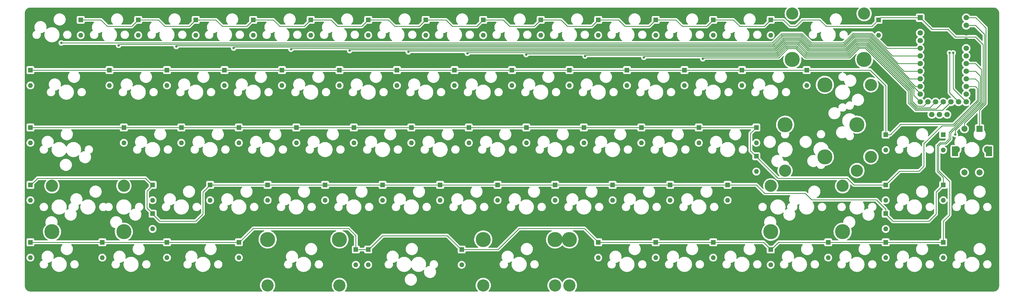
<source format=gbr>
%TF.GenerationSoftware,KiCad,Pcbnew,(6.0.1)*%
%TF.CreationDate,2022-05-15T14:47:49-04:00*%
%TF.ProjectId,GanJing 65 rev 2 hotswap exposed traces,47616e4a-696e-4672-9036-352072657620,2*%
%TF.SameCoordinates,Original*%
%TF.FileFunction,Copper,L1,Top*%
%TF.FilePolarity,Positive*%
%FSLAX46Y46*%
G04 Gerber Fmt 4.6, Leading zero omitted, Abs format (unit mm)*
G04 Created by KiCad (PCBNEW (6.0.1)) date 2022-05-15 14:47:49*
%MOMM*%
%LPD*%
G01*
G04 APERTURE LIST*
%TA.AperFunction,WasherPad*%
%ADD10C,2.250000*%
%TD*%
%TA.AperFunction,ComponentPad*%
%ADD11R,1.600000X1.600000*%
%TD*%
%TA.AperFunction,ComponentPad*%
%ADD12O,1.600000X1.600000*%
%TD*%
%TA.AperFunction,ComponentPad*%
%ADD13R,1.800000X1.800000*%
%TD*%
%TA.AperFunction,ComponentPad*%
%ADD14C,1.800000*%
%TD*%
%TA.AperFunction,WasherPad*%
%ADD15C,4.050000*%
%TD*%
%TA.AperFunction,WasherPad*%
%ADD16C,5.000000*%
%TD*%
%TA.AperFunction,WasherPad*%
%ADD17R,2.000000X3.200000*%
%TD*%
%TA.AperFunction,ComponentPad*%
%ADD18R,2.000000X2.000000*%
%TD*%
%TA.AperFunction,ComponentPad*%
%ADD19C,2.000000*%
%TD*%
%TA.AperFunction,ViaPad*%
%ADD20C,0.800000*%
%TD*%
%TA.AperFunction,Conductor*%
%ADD21C,0.250000*%
%TD*%
G04 APERTURE END LIST*
D10*
%TO.P,MX15,*%
%TO.N,*%
X359251250Y-142875000D03*
X369411250Y-142875000D03*
%TD*%
D11*
%TO.P,D1,1*%
%TO.N,row_1*%
X69056250Y-99853750D03*
D12*
%TO.P,D1,2*%
%TO.N,Net-(D1-Pad2)*%
X69056250Y-104933750D03*
%TD*%
D11*
%TO.P,D2,1*%
%TO.N,row_1*%
X88106250Y-99853750D03*
D12*
%TO.P,D2,2*%
%TO.N,Net-(D2-Pad2)*%
X88106250Y-104933750D03*
%TD*%
D11*
%TO.P,D3,1*%
%TO.N,row_1*%
X107156250Y-99853750D03*
D12*
%TO.P,D3,2*%
%TO.N,Net-(D3-Pad2)*%
X107156250Y-104933750D03*
%TD*%
D11*
%TO.P,D4,1*%
%TO.N,row_1*%
X126206250Y-99853750D03*
D12*
%TO.P,D4,2*%
%TO.N,Net-(D4-Pad2)*%
X126206250Y-104933750D03*
%TD*%
D11*
%TO.P,D5,1*%
%TO.N,row_1*%
X145256250Y-99853750D03*
D12*
%TO.P,D5,2*%
%TO.N,Net-(D5-Pad2)*%
X145256250Y-104933750D03*
%TD*%
D11*
%TO.P,D6,1*%
%TO.N,row_1*%
X164306250Y-99853750D03*
D12*
%TO.P,D6,2*%
%TO.N,Net-(D6-Pad2)*%
X164306250Y-104933750D03*
%TD*%
D11*
%TO.P,D7,1*%
%TO.N,row_1*%
X183356250Y-99853750D03*
D12*
%TO.P,D7,2*%
%TO.N,Net-(D7-Pad2)*%
X183356250Y-104933750D03*
%TD*%
D11*
%TO.P,D8,1*%
%TO.N,row_1*%
X202406250Y-99853750D03*
D12*
%TO.P,D8,2*%
%TO.N,Net-(D8-Pad2)*%
X202406250Y-104933750D03*
%TD*%
D11*
%TO.P,D9,1*%
%TO.N,row_1*%
X221456250Y-99853750D03*
D12*
%TO.P,D9,2*%
%TO.N,Net-(D9-Pad2)*%
X221456250Y-104933750D03*
%TD*%
D11*
%TO.P,D10,1*%
%TO.N,row_1*%
X240506250Y-99853750D03*
D12*
%TO.P,D10,2*%
%TO.N,Net-(D10-Pad2)*%
X240506250Y-104933750D03*
%TD*%
D11*
%TO.P,D11,1*%
%TO.N,row_1*%
X259556250Y-99853750D03*
D12*
%TO.P,D11,2*%
%TO.N,Net-(D11-Pad2)*%
X259556250Y-104933750D03*
%TD*%
D11*
%TO.P,D12,1*%
%TO.N,row_1*%
X278606250Y-99853750D03*
D12*
%TO.P,D12,2*%
%TO.N,Net-(D12-Pad2)*%
X278606250Y-104933750D03*
%TD*%
D11*
%TO.P,D13,1*%
%TO.N,row_1*%
X297656250Y-99853750D03*
D12*
%TO.P,D13,2*%
%TO.N,Net-(D13-Pad2)*%
X297656250Y-104933750D03*
%TD*%
D11*
%TO.P,D14,1*%
%TO.N,row_1*%
X333375000Y-99853750D03*
D12*
%TO.P,D14,2*%
%TO.N,Net-(D14-Pad2)*%
X333375000Y-104933750D03*
%TD*%
D11*
%TO.P,D16,1*%
%TO.N,row_2*%
X52387500Y-116522500D03*
D12*
%TO.P,D16,2*%
%TO.N,Net-(D16-Pad2)*%
X52387500Y-121602500D03*
%TD*%
D11*
%TO.P,D17,1*%
%TO.N,row_2*%
X78581250Y-116522500D03*
D12*
%TO.P,D17,2*%
%TO.N,Net-(D17-Pad2)*%
X78581250Y-121602500D03*
%TD*%
D11*
%TO.P,D18,1*%
%TO.N,row_2*%
X97631250Y-116522500D03*
D12*
%TO.P,D18,2*%
%TO.N,Net-(D18-Pad2)*%
X97631250Y-121602500D03*
%TD*%
D11*
%TO.P,D19,1*%
%TO.N,row_2*%
X116681250Y-116522500D03*
D12*
%TO.P,D19,2*%
%TO.N,Net-(D19-Pad2)*%
X116681250Y-121602500D03*
%TD*%
D11*
%TO.P,D20,1*%
%TO.N,row_2*%
X135731250Y-116522500D03*
D12*
%TO.P,D20,2*%
%TO.N,Net-(D20-Pad2)*%
X135731250Y-121602500D03*
%TD*%
D11*
%TO.P,D21,1*%
%TO.N,row_2*%
X154781250Y-116522500D03*
D12*
%TO.P,D21,2*%
%TO.N,Net-(D21-Pad2)*%
X154781250Y-121602500D03*
%TD*%
D11*
%TO.P,D22,1*%
%TO.N,row_2*%
X173831250Y-116522500D03*
D12*
%TO.P,D22,2*%
%TO.N,Net-(D22-Pad2)*%
X173831250Y-121602500D03*
%TD*%
D11*
%TO.P,D23,1*%
%TO.N,row_2*%
X192881250Y-116522500D03*
D12*
%TO.P,D23,2*%
%TO.N,Net-(D23-Pad2)*%
X192881250Y-121602500D03*
%TD*%
D11*
%TO.P,D24,1*%
%TO.N,row_2*%
X211931250Y-116522500D03*
D12*
%TO.P,D24,2*%
%TO.N,Net-(D24-Pad2)*%
X211931250Y-121602500D03*
%TD*%
D11*
%TO.P,D25,1*%
%TO.N,row_2*%
X230981250Y-116522500D03*
D12*
%TO.P,D25,2*%
%TO.N,Net-(D25-Pad2)*%
X230981250Y-121602500D03*
%TD*%
D11*
%TO.P,D26,1*%
%TO.N,row_2*%
X250031250Y-116522500D03*
D12*
%TO.P,D26,2*%
%TO.N,Net-(D26-Pad2)*%
X250031250Y-121602500D03*
%TD*%
D11*
%TO.P,D27,1*%
%TO.N,row_2*%
X269081250Y-116522500D03*
D12*
%TO.P,D27,2*%
%TO.N,Net-(D27-Pad2)*%
X269081250Y-121602500D03*
%TD*%
D11*
%TO.P,D28,1*%
%TO.N,row_2*%
X288131250Y-116522500D03*
D12*
%TO.P,D28,2*%
%TO.N,Net-(D28-Pad2)*%
X288131250Y-121602500D03*
%TD*%
D11*
%TO.P,D29,1*%
%TO.N,row_2*%
X309562500Y-116522500D03*
D12*
%TO.P,D29,2*%
%TO.N,Net-(D29-Pad2)*%
X309562500Y-121602500D03*
%TD*%
D11*
%TO.P,D30,1*%
%TO.N,row_2*%
X335756250Y-137953750D03*
D12*
%TO.P,D30,2*%
%TO.N,Net-(D30-Pad2)*%
X335756250Y-143033750D03*
%TD*%
D11*
%TO.P,D31,1*%
%TO.N,row_3*%
X52387500Y-135572500D03*
D12*
%TO.P,D31,2*%
%TO.N,Net-(D31-Pad2)*%
X52387500Y-140652500D03*
%TD*%
D11*
%TO.P,D32,1*%
%TO.N,row_3*%
X83343750Y-135572500D03*
D12*
%TO.P,D32,2*%
%TO.N,Net-(D32-Pad2)*%
X83343750Y-140652500D03*
%TD*%
D11*
%TO.P,D33,1*%
%TO.N,row_3*%
X102393750Y-135572500D03*
D12*
%TO.P,D33,2*%
%TO.N,Net-(D33-Pad2)*%
X102393750Y-140652500D03*
%TD*%
D11*
%TO.P,D34,1*%
%TO.N,row_3*%
X121443750Y-135572500D03*
D12*
%TO.P,D34,2*%
%TO.N,Net-(D34-Pad2)*%
X121443750Y-140652500D03*
%TD*%
D11*
%TO.P,D35,1*%
%TO.N,row_3*%
X140493750Y-135572500D03*
D12*
%TO.P,D35,2*%
%TO.N,Net-(D35-Pad2)*%
X140493750Y-140652500D03*
%TD*%
D11*
%TO.P,D36,1*%
%TO.N,row_3*%
X159543750Y-135572500D03*
D12*
%TO.P,D36,2*%
%TO.N,Net-(D36-Pad2)*%
X159543750Y-140652500D03*
%TD*%
D11*
%TO.P,D37,1*%
%TO.N,row_3*%
X178593750Y-135572500D03*
D12*
%TO.P,D37,2*%
%TO.N,Net-(D37-Pad2)*%
X178593750Y-140652500D03*
%TD*%
D11*
%TO.P,D38,1*%
%TO.N,row_3*%
X197643750Y-135572500D03*
D12*
%TO.P,D38,2*%
%TO.N,Net-(D38-Pad2)*%
X197643750Y-140652500D03*
%TD*%
D11*
%TO.P,D39,1*%
%TO.N,row_3*%
X216693750Y-135572500D03*
D12*
%TO.P,D39,2*%
%TO.N,Net-(D39-Pad2)*%
X216693750Y-140652500D03*
%TD*%
D11*
%TO.P,D40,1*%
%TO.N,row_3*%
X235743750Y-135572500D03*
D12*
%TO.P,D40,2*%
%TO.N,Net-(D40-Pad2)*%
X235743750Y-140652500D03*
%TD*%
D11*
%TO.P,D41,1*%
%TO.N,row_3*%
X254793750Y-135572500D03*
D12*
%TO.P,D41,2*%
%TO.N,Net-(D41-Pad2)*%
X254793750Y-140652500D03*
%TD*%
D11*
%TO.P,D42,1*%
%TO.N,row_3*%
X273843750Y-135572500D03*
D12*
%TO.P,D42,2*%
%TO.N,Net-(D42-Pad2)*%
X273843750Y-140652500D03*
%TD*%
D11*
%TO.P,D44,1*%
%TO.N,row_3*%
X292893750Y-135572500D03*
D12*
%TO.P,D44,2*%
%TO.N,Net-(D44-Pad2)*%
X292893750Y-140652500D03*
%TD*%
D11*
%TO.P,D45,1*%
%TO.N,row_3*%
X335756250Y-154622500D03*
D12*
%TO.P,D45,2*%
%TO.N,Net-(D45-Pad2)*%
X335756250Y-159702500D03*
%TD*%
D11*
%TO.P,D46,1*%
%TO.N,row_4*%
X52387500Y-154622500D03*
D12*
%TO.P,D46,2*%
%TO.N,Net-(D46-Pad2)*%
X52387500Y-159702500D03*
%TD*%
D11*
%TO.P,D48,1*%
%TO.N,row_4*%
X92868750Y-154622500D03*
D12*
%TO.P,D48,2*%
%TO.N,Net-(D48-Pad2)*%
X92868750Y-159702500D03*
%TD*%
D11*
%TO.P,D49,1*%
%TO.N,row_4*%
X111918750Y-154622500D03*
D12*
%TO.P,D49,2*%
%TO.N,Net-(D49-Pad2)*%
X111918750Y-159702500D03*
%TD*%
D11*
%TO.P,D50,1*%
%TO.N,row_4*%
X130968750Y-154622500D03*
D12*
%TO.P,D50,2*%
%TO.N,Net-(D50-Pad2)*%
X130968750Y-159702500D03*
%TD*%
D11*
%TO.P,D51,1*%
%TO.N,row_4*%
X150018750Y-154622500D03*
D12*
%TO.P,D51,2*%
%TO.N,Net-(D51-Pad2)*%
X150018750Y-159702500D03*
%TD*%
D11*
%TO.P,D52,1*%
%TO.N,row_4*%
X169068750Y-154622500D03*
D12*
%TO.P,D52,2*%
%TO.N,Net-(D52-Pad2)*%
X169068750Y-159702500D03*
%TD*%
D11*
%TO.P,D53,1*%
%TO.N,row_4*%
X188118750Y-154622500D03*
D12*
%TO.P,D53,2*%
%TO.N,Net-(D53-Pad2)*%
X188118750Y-159702500D03*
%TD*%
D11*
%TO.P,D54,1*%
%TO.N,row_4*%
X207168750Y-154622500D03*
D12*
%TO.P,D54,2*%
%TO.N,Net-(D54-Pad2)*%
X207168750Y-159702500D03*
%TD*%
D11*
%TO.P,D55,1*%
%TO.N,row_4*%
X226218750Y-154622500D03*
D12*
%TO.P,D55,2*%
%TO.N,Net-(D55-Pad2)*%
X226218750Y-159702500D03*
%TD*%
D11*
%TO.P,D57,1*%
%TO.N,row_4*%
X264318750Y-154622500D03*
D12*
%TO.P,D57,2*%
%TO.N,Net-(D57-Pad2)*%
X264318750Y-159702500D03*
%TD*%
D11*
%TO.P,D58,1*%
%TO.N,row_4*%
X283368750Y-154622500D03*
D12*
%TO.P,D58,2*%
%TO.N,Net-(D58-Pad2)*%
X283368750Y-159702500D03*
%TD*%
D11*
%TO.P,D60,1*%
%TO.N,row_4*%
X354806250Y-154622500D03*
D12*
%TO.P,D60,2*%
%TO.N,Net-(D60-Pad2)*%
X354806250Y-159702500D03*
%TD*%
D11*
%TO.P,D61,1*%
%TO.N,row_5*%
X52387500Y-173672500D03*
D12*
%TO.P,D61,2*%
%TO.N,Net-(D61-Pad2)*%
X52387500Y-178752500D03*
%TD*%
D11*
%TO.P,D62,1*%
%TO.N,row_5*%
X76200000Y-173672500D03*
D12*
%TO.P,D62,2*%
%TO.N,Net-(D62-Pad2)*%
X76200000Y-178752500D03*
%TD*%
D11*
%TO.P,D63,1*%
%TO.N,row_5*%
X97631250Y-173672500D03*
D12*
%TO.P,D63,2*%
%TO.N,Net-(D63-Pad2)*%
X97631250Y-178752500D03*
%TD*%
D11*
%TO.P,D66,1*%
%TO.N,row_5*%
X164306250Y-176053750D03*
D12*
%TO.P,D66,2*%
%TO.N,Net-(D66-Pad2)*%
X164306250Y-181133750D03*
%TD*%
D11*
%TO.P,D68,1*%
%TO.N,row_5*%
X240506250Y-173672500D03*
D12*
%TO.P,D68,2*%
%TO.N,Net-(D68-Pad2)*%
X240506250Y-178752500D03*
%TD*%
D11*
%TO.P,D69,1*%
%TO.N,row_5*%
X259556250Y-173672500D03*
D12*
%TO.P,D69,2*%
%TO.N,Net-(D69-Pad2)*%
X259556250Y-178752500D03*
%TD*%
D11*
%TO.P,D70,1*%
%TO.N,row_5*%
X278606250Y-173672500D03*
D12*
%TO.P,D70,2*%
%TO.N,Net-(D70-Pad2)*%
X278606250Y-178752500D03*
%TD*%
D11*
%TO.P,D71,1*%
%TO.N,row_5*%
X297656250Y-176053750D03*
D12*
%TO.P,D71,2*%
%TO.N,Net-(D71-Pad2)*%
X297656250Y-181133750D03*
%TD*%
D11*
%TO.P,D72,1*%
%TO.N,row_5*%
X316706250Y-173672500D03*
D12*
%TO.P,D72,2*%
%TO.N,Net-(D72-Pad2)*%
X316706250Y-178752500D03*
%TD*%
D11*
%TO.P,D74,1*%
%TO.N,row_5*%
X354806250Y-173672500D03*
D12*
%TO.P,D74,2*%
%TO.N,Net-(D74-Pad2)*%
X354806250Y-178752500D03*
%TD*%
D11*
%TO.P,D15,1*%
%TO.N,row_1*%
X354806250Y-137953750D03*
D12*
%TO.P,D15,2*%
%TO.N,S2*%
X354806250Y-143033750D03*
%TD*%
D13*
%TO.P,DS1,1,GND*%
%TO.N,GND*%
X358616250Y-131250000D03*
D14*
%TO.P,DS1,2,VCC*%
%TO.N,VCC*%
X356076250Y-131250000D03*
%TO.P,DS1,3,SCL*%
%TO.N,SCL*%
X353536250Y-131250000D03*
%TO.P,DS1,4,SDA*%
%TO.N,SDA*%
X350996250Y-131250000D03*
%TD*%
D15*
%TO.P,MX14,*%
%TO.N,*%
X304806250Y-97775000D03*
X328606250Y-97775000D03*
D16*
X328606250Y-113015000D03*
X304806250Y-113015000D03*
%TD*%
%TO.P,MX44,*%
%TO.N,*%
X326225000Y-134635000D03*
D15*
X302425000Y-149875000D03*
D16*
X302425000Y-134635000D03*
D15*
X326225000Y-149875000D03*
%TD*%
D16*
%TO.P,MX46,*%
%TO.N,*%
X59537500Y-170165000D03*
D15*
X83337500Y-154925000D03*
D16*
X83337500Y-170165000D03*
D15*
X59537500Y-154925000D03*
%TD*%
%TO.P,MX58,*%
%TO.N,*%
X321462500Y-154925000D03*
D16*
X297662500Y-170165000D03*
X321462500Y-170165000D03*
D15*
X297662500Y-154925000D03*
%TD*%
D13*
%TO.P,U1,1,B0*%
%TO.N,row_1*%
X347186250Y-99130000D03*
D14*
%TO.P,U1,2,GND*%
%TO.N,GND*%
X347186250Y-101670000D03*
%TO.P,U1,3,RST*%
%TO.N,unconnected-(U1-Pad3)*%
X347186250Y-104210000D03*
%TO.P,U1,4,VCC*%
%TO.N,VCC*%
X347186250Y-106750000D03*
%TO.P,U1,5,F4*%
%TO.N,col_1*%
X347186250Y-109290000D03*
%TO.P,U1,6,F5*%
%TO.N,col_2*%
X347186250Y-111830000D03*
%TO.P,U1,7,F6*%
%TO.N,col_3*%
X347186250Y-114370000D03*
%TO.P,U1,8,F7*%
%TO.N,col_4*%
X347186250Y-116910000D03*
%TO.P,U1,9,B1/SCLK*%
%TO.N,col_5*%
X347186250Y-119450000D03*
%TO.P,U1,10,B3/MISO*%
%TO.N,col_6*%
X347186250Y-121990000D03*
%TO.P,U1,11,B2/MOSI*%
%TO.N,col_7*%
X347186250Y-124530000D03*
%TO.P,U1,12,B6*%
%TO.N,col_8*%
X347186250Y-127070000D03*
%TO.P,U1,13,B5*%
%TO.N,col_14*%
X362426250Y-127070000D03*
%TO.P,U1,14,B4*%
%TO.N,col_15*%
X362426250Y-124530000D03*
%TO.P,U1,15,E6*%
%TO.N,row_2*%
X362426250Y-121990000D03*
%TO.P,U1,16,D7*%
%TO.N,row_3*%
X362426250Y-119450000D03*
%TO.P,U1,17,C6*%
%TO.N,row_4*%
X362426250Y-116910000D03*
%TO.P,U1,18,D4*%
%TO.N,row_5*%
X362426250Y-114370000D03*
%TO.P,U1,19,D0/SCL*%
%TO.N,SCL*%
X362426250Y-111830000D03*
%TO.P,U1,20,D1/SDA*%
%TO.N,SDA*%
X362426250Y-109290000D03*
%TO.P,U1,21,GND*%
%TO.N,GND*%
X362426250Y-106750000D03*
%TO.P,U1,22,GND*%
X362426250Y-104210000D03*
%TO.P,U1,23,D2*%
%TO.N,rotory_2*%
X362426250Y-101670000D03*
%TO.P,U1,24,D3*%
%TO.N,rotory_1*%
X362426250Y-99130000D03*
%TO.P,U1,25,F0*%
%TO.N,col_9*%
X349726250Y-127070000D03*
%TO.P,U1,26,F1*%
%TO.N,col_10*%
X352266250Y-127070000D03*
%TO.P,U1,27,C7*%
%TO.N,col_11*%
X354806250Y-127070000D03*
%TO.P,U1,28,D5*%
%TO.N,col_12*%
X357346250Y-127070000D03*
%TO.P,U1,29,B7*%
%TO.N,col_13*%
X359886250Y-127070000D03*
%TD*%
D11*
%TO.P,D56,1*%
%TO.N,row_4*%
X245268750Y-154622500D03*
D12*
%TO.P,D56,2*%
%TO.N,Net-(D56-Pad2)*%
X245268750Y-159702500D03*
%TD*%
D17*
%TO.P,SW1,*%
%TO.N,*%
X369931250Y-143475000D03*
X358731250Y-143475000D03*
D18*
%TO.P,SW1,A*%
%TO.N,rotory_1*%
X366831250Y-135975000D03*
D19*
%TO.P,SW1,B*%
%TO.N,rotory_2*%
X361831250Y-135975000D03*
%TO.P,SW1,C*%
%TO.N,GND*%
X364331250Y-135975000D03*
%TO.P,SW1,S1*%
%TO.N,col_15*%
X361831250Y-150475000D03*
%TO.P,SW1,S2*%
%TO.N,S2*%
X366831250Y-150475000D03*
%TD*%
D15*
%TO.P,MX66,*%
%TO.N,*%
X230974900Y-187960000D03*
X130975100Y-187960000D03*
D16*
X130975100Y-172720000D03*
X230974900Y-172720000D03*
%TD*%
D11*
%TO.P,D73,1*%
%TO.N,row_5*%
X335756250Y-173672500D03*
D12*
%TO.P,D73,2*%
%TO.N,Net-(D73-Pad2)*%
X335756250Y-178752500D03*
%TD*%
D11*
%TO.P,D43,1*%
%TO.N,row_3*%
X292893750Y-145097500D03*
D12*
%TO.P,D43,2*%
%TO.N,Net-(D43-Pad2)*%
X292893750Y-150177500D03*
%TD*%
D11*
%TO.P,D59,1*%
%TO.N,row_4*%
X335756250Y-164147500D03*
D12*
%TO.P,D59,2*%
%TO.N,Net-(D59-Pad2)*%
X335756250Y-169227500D03*
%TD*%
D11*
%TO.P,D67,1*%
%TO.N,row_5*%
X195262500Y-176053750D03*
D12*
%TO.P,D67,2*%
%TO.N,Net-(D67-Pad2)*%
X195262500Y-181133750D03*
%TD*%
D15*
%TO.P,MX76,*%
%TO.N,*%
X330835000Y-145288000D03*
X330835000Y-121412000D03*
D16*
X315595000Y-121412000D03*
X315595000Y-145288000D03*
%TD*%
%TO.P,MX64,*%
%TO.N,*%
X154775000Y-172735000D03*
D15*
X154775000Y-187975000D03*
D16*
X130975000Y-172735000D03*
D15*
X130975000Y-187975000D03*
%TD*%
D11*
%TO.P,D47,1*%
%TO.N,row_4*%
X92868750Y-164147500D03*
D12*
%TO.P,D47,2*%
%TO.N,Net-(D47-Pad2)*%
X92868750Y-169227500D03*
%TD*%
D11*
%TO.P,D64,1*%
%TO.N,row_5*%
X121443750Y-173672500D03*
D12*
%TO.P,D64,2*%
%TO.N,Net-(D64-Pad2)*%
X121443750Y-178752500D03*
%TD*%
D15*
%TO.P,MX67,*%
%TO.N,*%
X202412500Y-187975000D03*
D16*
X202412500Y-172735000D03*
X226212500Y-172735000D03*
D15*
X226212500Y-187975000D03*
%TD*%
D11*
%TO.P,D65,1*%
%TO.N,row_5*%
X160200000Y-176053750D03*
D12*
%TO.P,D65,2*%
%TO.N,Net-(D65-Pad2)*%
X160200000Y-181133750D03*
%TD*%
D20*
%TO.N,row_1*%
X358800000Y-137900000D03*
%TO.N,GND*%
X190500000Y-185737500D03*
X164306250Y-185737500D03*
X219075000Y-185737500D03*
X221456250Y-130968750D03*
X290512500Y-114300000D03*
X273843750Y-166687500D03*
X250031250Y-185737500D03*
X235743750Y-166687500D03*
X140493750Y-166687500D03*
X345281250Y-169068750D03*
X233362500Y-114300000D03*
X250031250Y-100012500D03*
X159543750Y-166687500D03*
X296700000Y-145100000D03*
X164306250Y-130968750D03*
X119062500Y-114300000D03*
X80962500Y-114300000D03*
X211931250Y-100012500D03*
X307181250Y-185737500D03*
X202406250Y-130968750D03*
X138112500Y-185737500D03*
X176212500Y-114300000D03*
X288131250Y-185737500D03*
X295106250Y-104775000D03*
X104775000Y-104775000D03*
X269081250Y-100012500D03*
X352306250Y-122600000D03*
X178593750Y-166687500D03*
X254793750Y-166687500D03*
X328612500Y-166687500D03*
X314325000Y-130810000D03*
X97631250Y-100012500D03*
X238125000Y-104775000D03*
X200025000Y-104775000D03*
X364331250Y-185737500D03*
X123825000Y-104775000D03*
X364331250Y-166687500D03*
X245268750Y-147637500D03*
X142875000Y-104775000D03*
X340518750Y-130968750D03*
X157162500Y-114300000D03*
X230981250Y-100012500D03*
X71437500Y-166687500D03*
X240506250Y-130968750D03*
X59531250Y-100012500D03*
X116681250Y-100012500D03*
X130968750Y-147637500D03*
X121443750Y-166687500D03*
X192881250Y-100012500D03*
X161925000Y-104775000D03*
X188118750Y-147637500D03*
X85725000Y-104775000D03*
X61912500Y-185737500D03*
X323806250Y-103500000D03*
X276225000Y-104775000D03*
X183356250Y-130968750D03*
X59531250Y-114300000D03*
X345281250Y-185737500D03*
X326231250Y-185737500D03*
X126206250Y-130968750D03*
X216693750Y-166687500D03*
X269081250Y-185737500D03*
X169068750Y-147637500D03*
X257175000Y-104775000D03*
X278606250Y-130968750D03*
X197643750Y-166687500D03*
X78581250Y-100012500D03*
X348706250Y-130968750D03*
X309562500Y-166687500D03*
X107156250Y-130968750D03*
X180975000Y-104775000D03*
X173831250Y-100012500D03*
X342900000Y-147637500D03*
X219075000Y-104775000D03*
X135731250Y-100012500D03*
X207168750Y-147637500D03*
X252412500Y-114300000D03*
X307181250Y-126206250D03*
X283368750Y-147637500D03*
X214312500Y-114300000D03*
X64293750Y-130968750D03*
X360106250Y-118500000D03*
X88106250Y-130968750D03*
X297656250Y-130968750D03*
X264318750Y-147637500D03*
X138112500Y-114300000D03*
X92868750Y-147637500D03*
X100012500Y-114300000D03*
X111918750Y-147637500D03*
X353606250Y-105100000D03*
X150018750Y-147637500D03*
X226218750Y-147637500D03*
X259556250Y-130968750D03*
X288131250Y-166687500D03*
X271462500Y-114300000D03*
X364606250Y-123800000D03*
X145256250Y-130968750D03*
X109537500Y-185737500D03*
X354806250Y-122600000D03*
X316706250Y-114300000D03*
X154781250Y-100012500D03*
X195262500Y-114300000D03*
%TO.N,col_1*%
X62606250Y-107510700D03*
%TO.N,col_2*%
X81606250Y-108300000D03*
%TO.N,col_3*%
X100706250Y-108700000D03*
%TO.N,col_4*%
X119706250Y-109200000D03*
%TO.N,col_5*%
X138706250Y-109600000D03*
%TO.N,col_6*%
X158153750Y-110052500D03*
%TO.N,col_7*%
X177628750Y-110477500D03*
%TO.N,col_8*%
X197153750Y-110952500D03*
%TO.N,col_9*%
X216628750Y-111377500D03*
%TO.N,col_10*%
X236153750Y-111852500D03*
%TO.N,col_11*%
X255628750Y-112277500D03*
%TO.N,col_12*%
X275153750Y-112752500D03*
%TO.N,col_13*%
X356906250Y-110800000D03*
%TO.N,col_14*%
X358106250Y-110800000D03*
%TD*%
D21*
%TO.N,row_1*%
X132850250Y-99853750D02*
X134996500Y-102000000D01*
X105010000Y-102000000D02*
X107156250Y-99853750D01*
X230259000Y-102000000D02*
X238360000Y-102000000D01*
X368000000Y-127271436D02*
X368000000Y-108050000D01*
X358800000Y-137900000D02*
X358800000Y-136471436D01*
X69056250Y-99853750D02*
X75710000Y-99853750D01*
X115956250Y-102000000D02*
X124060000Y-102000000D01*
X240506250Y-99853750D02*
X247185000Y-99853750D01*
X278606250Y-99853750D02*
X285235000Y-99853750D01*
X75710000Y-99853750D02*
X77856250Y-102000000D01*
X313872500Y-99853750D02*
X316018750Y-102000000D01*
X154106250Y-102000000D02*
X162160000Y-102000000D01*
X145256250Y-99853750D02*
X151960000Y-99853750D01*
X358906250Y-105500000D02*
X356414949Y-103008699D01*
X259556250Y-99853750D02*
X266210000Y-99853750D01*
X211171500Y-102000000D02*
X219310000Y-102000000D01*
X170935000Y-99853750D02*
X173081250Y-102000000D01*
X190012750Y-99853750D02*
X192159000Y-102000000D01*
X126206250Y-99853750D02*
X132850250Y-99853750D01*
X219310000Y-102000000D02*
X221456250Y-99853750D01*
X209025250Y-99853750D02*
X211171500Y-102000000D01*
X96881250Y-102000000D02*
X105010000Y-102000000D01*
X249331250Y-102000000D02*
X257410000Y-102000000D01*
X164306250Y-99853750D02*
X170935000Y-99853750D01*
X107156250Y-99853750D02*
X113810000Y-99853750D01*
X88106250Y-99853750D02*
X94735000Y-99853750D01*
X347186250Y-99130000D02*
X334098750Y-99130000D01*
X285235000Y-99853750D02*
X287381250Y-102000000D01*
X295510000Y-102000000D02*
X297656250Y-99853750D01*
X151960000Y-99853750D02*
X154106250Y-102000000D01*
X297656250Y-99853750D02*
X301853750Y-99853750D01*
X143110000Y-102000000D02*
X145256250Y-99853750D01*
X221456250Y-99853750D02*
X228112750Y-99853750D01*
X368000000Y-108050000D02*
X365450000Y-105500000D01*
X331228750Y-102000000D02*
X333375000Y-99853750D01*
X238360000Y-102000000D02*
X240506250Y-99853750D01*
X200260000Y-102000000D02*
X202406250Y-99853750D01*
X306000000Y-102000000D02*
X308146250Y-99853750D01*
X365450000Y-105500000D02*
X358906250Y-105500000D01*
X358800000Y-136471436D02*
X368000000Y-127271436D01*
X304000000Y-102000000D02*
X306000000Y-102000000D01*
X308146250Y-99853750D02*
X313872500Y-99853750D01*
X181210000Y-102000000D02*
X183356250Y-99853750D01*
X134996500Y-102000000D02*
X143110000Y-102000000D01*
X301853750Y-99853750D02*
X304000000Y-102000000D01*
X183356250Y-99853750D02*
X190012750Y-99853750D01*
X257410000Y-102000000D02*
X259556250Y-99853750D01*
X247185000Y-99853750D02*
X249331250Y-102000000D01*
X113810000Y-99853750D02*
X115956250Y-102000000D01*
X276460000Y-102000000D02*
X278606250Y-99853750D01*
X173081250Y-102000000D02*
X181210000Y-102000000D01*
X266210000Y-99853750D02*
X268356250Y-102000000D01*
X192159000Y-102000000D02*
X200260000Y-102000000D01*
X287381250Y-102000000D02*
X295510000Y-102000000D01*
X162160000Y-102000000D02*
X164306250Y-99853750D01*
X124060000Y-102000000D02*
X126206250Y-99853750D01*
X356414949Y-103008699D02*
X351064949Y-103008699D01*
X202406250Y-99853750D02*
X209025250Y-99853750D01*
X351064949Y-103008699D02*
X347186250Y-99130000D01*
X77856250Y-102000000D02*
X85960000Y-102000000D01*
X316018750Y-102000000D02*
X331228750Y-102000000D01*
X85960000Y-102000000D02*
X88106250Y-99853750D01*
X228112750Y-99853750D02*
X230259000Y-102000000D01*
X268356250Y-102000000D02*
X276460000Y-102000000D01*
X94735000Y-99853750D02*
X96881250Y-102000000D01*
X334098750Y-99130000D02*
X333375000Y-99853750D01*
%TO.N,row_2*%
X52387500Y-116522500D02*
X309562500Y-116522500D01*
X337252500Y-137953750D02*
X340706250Y-134500000D01*
X365496250Y-121990000D02*
X362426250Y-121990000D01*
X335756250Y-137953750D02*
X335756250Y-121656250D01*
X335756250Y-121656250D02*
X330600000Y-116500000D01*
X358200000Y-134500000D02*
X366156219Y-126543781D01*
X340706250Y-134500000D02*
X358200000Y-134500000D01*
X335756250Y-137953750D02*
X337252500Y-137953750D01*
X366156219Y-122649969D02*
X365496250Y-121990000D01*
X366156219Y-126543781D02*
X366156219Y-122649969D01*
X330600000Y-116500000D02*
X309585000Y-116500000D01*
%TO.N,row_3*%
X52387500Y-135572500D02*
X292893750Y-135572500D01*
X348400000Y-148406250D02*
X348400000Y-140906250D01*
X290900000Y-137566250D02*
X292893750Y-135572500D01*
X346777500Y-150028750D02*
X348400000Y-148406250D01*
X292735000Y-145097500D02*
X290900000Y-143262500D01*
X365456250Y-119450000D02*
X362426250Y-119450000D01*
X325222500Y-154622500D02*
X323000000Y-152400000D01*
X366606230Y-126729488D02*
X366606230Y-120599980D01*
X354356239Y-134950011D02*
X358385707Y-134950011D01*
X340350000Y-150028750D02*
X346777500Y-150028750D01*
X358385707Y-134950011D02*
X366606230Y-126729488D01*
X290900000Y-143262500D02*
X290900000Y-137566250D01*
X335756250Y-154622500D02*
X340350000Y-150028750D01*
X323000000Y-152400000D02*
X300037500Y-152400000D01*
X348400000Y-140906250D02*
X354356239Y-134950011D01*
X300037500Y-152400000D02*
X293331250Y-145693750D01*
X335756250Y-154622500D02*
X325222500Y-154622500D01*
X366606230Y-120599980D02*
X365456250Y-119450000D01*
%TO.N,row_4*%
X367056239Y-126943761D02*
X367056239Y-118469989D01*
X354806250Y-154781250D02*
X354806250Y-152100000D01*
X335756250Y-162678126D02*
X335756250Y-164147500D01*
X354806250Y-152100000D02*
X352800000Y-150093750D01*
X95250000Y-166687500D02*
X107156250Y-166687500D01*
X356800000Y-137200000D02*
X367056239Y-126943761D01*
X356800000Y-139206250D02*
X356800000Y-137200000D01*
X90487500Y-152400000D02*
X54768750Y-152400000D01*
X283368750Y-154622500D02*
X111918750Y-154622500D01*
X107156250Y-166687500D02*
X109537500Y-164306250D01*
X311243750Y-159543750D02*
X332621874Y-159543750D01*
X365496250Y-116910000D02*
X362426250Y-116910000D01*
X352800000Y-141564282D02*
X353814293Y-140549989D01*
X91000000Y-156650000D02*
X91000000Y-162278750D01*
X332621874Y-159543750D02*
X335756250Y-162678126D01*
X92868750Y-154781250D02*
X91000000Y-156650000D01*
X92710000Y-154622500D02*
X90487500Y-152400000D01*
X355456261Y-140549989D02*
X356800000Y-139206250D01*
X54768750Y-152400000D02*
X52546250Y-154622500D01*
X352425000Y-164306250D02*
X352425000Y-157003750D01*
X352800000Y-150093750D02*
X352800000Y-141564282D01*
X350043750Y-166687500D02*
X352425000Y-164306250D01*
X92868750Y-164306250D02*
X95250000Y-166687500D01*
X109537500Y-164306250D02*
X109537500Y-157003750D01*
X292893750Y-154622500D02*
X295671250Y-157400000D01*
X338137500Y-166687500D02*
X350043750Y-166687500D01*
X309100000Y-157400000D02*
X311243750Y-159543750D01*
X295671250Y-157400000D02*
X309100000Y-157400000D01*
X352425000Y-157003750D02*
X354806250Y-154622500D01*
X109537500Y-157003750D02*
X111918750Y-154622500D01*
X335756250Y-164306250D02*
X338137500Y-166687500D01*
X353814293Y-140549989D02*
X355456261Y-140549989D01*
X91000000Y-162278750D02*
X92868750Y-164147500D01*
X367056239Y-118469989D02*
X365496250Y-116910000D01*
X283368750Y-154622500D02*
X292893750Y-154622500D01*
%TO.N,row_5*%
X121602500Y-173672500D02*
X97631250Y-173672500D01*
X207327500Y-176053750D02*
X214312500Y-169068750D01*
X355642661Y-141000000D02*
X354000000Y-141000000D01*
X367506250Y-116400000D02*
X367506250Y-127129468D01*
X353249520Y-149843270D02*
X356906250Y-153500000D01*
X356906250Y-164587500D02*
X354806250Y-166687500D01*
X195262500Y-176053750D02*
X195103750Y-176053750D01*
X356906250Y-153500000D02*
X356906250Y-164587500D01*
X240506250Y-173672500D02*
X295275000Y-173672500D01*
X295275000Y-173672500D02*
X297656250Y-176053750D01*
X354000000Y-141000000D02*
X353249520Y-141750480D01*
X52387500Y-173672500D02*
X97631250Y-173672500D01*
X297815000Y-176053750D02*
X300196250Y-173672500D01*
X195262500Y-176053750D02*
X207327500Y-176053750D01*
X126206250Y-169068750D02*
X121602500Y-173672500D01*
X357249520Y-139393141D02*
X355642661Y-141000000D01*
X160200000Y-176053750D02*
X160200000Y-171450000D01*
X214312500Y-169068750D02*
X235743750Y-169068750D01*
X353249520Y-141750480D02*
X353249520Y-149843270D01*
X164306250Y-176053750D02*
X164465000Y-176053750D01*
X157818750Y-169068750D02*
X126206250Y-169068750D01*
X169068750Y-171450000D02*
X190500000Y-171450000D01*
X357249520Y-137386198D02*
X357249520Y-139393141D01*
X354806250Y-166687500D02*
X354806250Y-173672500D01*
X367506250Y-127129468D02*
X357249520Y-137386198D01*
X362426250Y-114370000D02*
X365476250Y-114370000D01*
X365476250Y-114370000D02*
X367506250Y-116400000D01*
X195103750Y-176053750D02*
X190500000Y-171450000D01*
X235902500Y-169068750D02*
X240506250Y-173672500D01*
X354806250Y-173672500D02*
X300196250Y-173672500D01*
X160200000Y-171450000D02*
X157818750Y-169068750D01*
X164465000Y-176053750D02*
X169068750Y-171450000D01*
X160200000Y-176053750D02*
X164306250Y-176053750D01*
%TO.N,col_1*%
X336090000Y-109290000D02*
X347186250Y-109290000D01*
X62616950Y-107500000D02*
X62606250Y-107510700D01*
X311106250Y-107500000D02*
X308006250Y-104400000D01*
X301306250Y-104400000D02*
X298206250Y-107500000D01*
X330806250Y-104300000D02*
X324906249Y-104300000D01*
X321706250Y-107500000D02*
X311106250Y-107500000D01*
X308006250Y-104400000D02*
X301306250Y-104400000D01*
X331100000Y-104300000D02*
X330806250Y-104300000D01*
X324906249Y-104300000D02*
X321706250Y-107500000D01*
X336090000Y-109290000D02*
X331100000Y-104300000D01*
X298206250Y-107500000D02*
X62616950Y-107500000D01*
%TO.N,col_2*%
X310919850Y-107950011D02*
X307819850Y-104850011D01*
X307819850Y-104850011D02*
X301492649Y-104850011D01*
X321892650Y-107950011D02*
X310919850Y-107950011D01*
X347186250Y-111830000D02*
X337994282Y-111830000D01*
X301492649Y-104850011D02*
X298392650Y-107950011D01*
X330914293Y-104750011D02*
X330611138Y-104750011D01*
X337994282Y-111830000D02*
X330914293Y-104750011D01*
X330611138Y-104750011D02*
X325092649Y-104750011D01*
X325092649Y-104750011D02*
X321892650Y-107950011D01*
X81956239Y-107950011D02*
X81606250Y-108300000D01*
X298392650Y-107950011D02*
X81956239Y-107950011D01*
%TO.N,col_3*%
X301679049Y-105300022D02*
X298579050Y-108400022D01*
X325279049Y-105200022D02*
X322079050Y-108400022D01*
X339870000Y-114370000D02*
X347186250Y-114370000D01*
X298579050Y-108400022D02*
X101006228Y-108400022D01*
X310733450Y-108400022D02*
X307633450Y-105300022D01*
X330700022Y-105200022D02*
X325279049Y-105200022D01*
X322079050Y-108400022D02*
X310733450Y-108400022D01*
X307633450Y-105300022D02*
X301679049Y-105300022D01*
X101006228Y-108400022D02*
X100706250Y-108700000D01*
X339870000Y-114370000D02*
X330700022Y-105200022D01*
%TO.N,col_4*%
X347176250Y-116900000D02*
X341764282Y-116900000D01*
X120056217Y-108850033D02*
X119706250Y-109200000D01*
X310547050Y-108850033D02*
X307447050Y-105750033D01*
X330514315Y-105650033D02*
X330238338Y-105650033D01*
X325465449Y-105650033D02*
X322265450Y-108850033D01*
X341764282Y-116900000D02*
X330514315Y-105650033D01*
X301865449Y-105750033D02*
X298765450Y-108850033D01*
X330238338Y-105650033D02*
X325465449Y-105650033D01*
X307447050Y-105750033D02*
X301865449Y-105750033D01*
X298765450Y-108850033D02*
X120056217Y-108850033D01*
X322265450Y-108850033D02*
X310547050Y-108850033D01*
%TO.N,col_5*%
X310360650Y-109300044D02*
X307260650Y-106200044D01*
X330328608Y-106100044D02*
X330051938Y-106100044D01*
X322451850Y-109300044D02*
X310360650Y-109300044D01*
X307260650Y-106200044D02*
X302051849Y-106200044D01*
X298951850Y-109300044D02*
X139006206Y-109300044D01*
X343678564Y-119450000D02*
X330328608Y-106100044D01*
X347186250Y-119450000D02*
X343678564Y-119450000D01*
X330051938Y-106100044D02*
X325651849Y-106100044D01*
X325651849Y-106100044D02*
X322451850Y-109300044D01*
X302051849Y-106200044D02*
X298951850Y-109300044D01*
X139006206Y-109300044D02*
X138706250Y-109600000D01*
%TO.N,col_6*%
X347186250Y-121990000D02*
X345582846Y-121990000D01*
X330142901Y-106550055D02*
X329865538Y-106550055D01*
X299138250Y-109750055D02*
X158456195Y-109750055D01*
X325838249Y-106550055D02*
X322638250Y-109750055D01*
X158456195Y-109750055D02*
X158153750Y-110052500D01*
X345582846Y-121990000D02*
X330142901Y-106550055D01*
X307074250Y-106650055D02*
X302238249Y-106650055D01*
X322638250Y-109750055D02*
X310174250Y-109750055D01*
X329865538Y-106550055D02*
X325838249Y-106550055D01*
X310174250Y-109750055D02*
X307074250Y-106650055D01*
X302238249Y-106650055D02*
X299138250Y-109750055D01*
%TO.N,col_7*%
X306887850Y-107100066D02*
X302424649Y-107100066D01*
X299324650Y-110200066D02*
X177906184Y-110200066D01*
X329957194Y-107000066D02*
X329679138Y-107000066D01*
X177906184Y-110200066D02*
X177628750Y-110477500D01*
X347186250Y-124229122D02*
X329957194Y-107000066D01*
X302424649Y-107100066D02*
X299324650Y-110200066D01*
X329679138Y-107000066D02*
X326024649Y-107000066D01*
X326024649Y-107000066D02*
X322824650Y-110200066D01*
X309987850Y-110200066D02*
X306887850Y-107100066D01*
X322824650Y-110200066D02*
X309987850Y-110200066D01*
%TO.N,col_8*%
X345056240Y-123013579D02*
X345056240Y-122734830D01*
X302611049Y-107550077D02*
X299511050Y-110650077D01*
X306701451Y-107550077D02*
X302611049Y-107550077D01*
X347186250Y-127070000D02*
X345056240Y-124939990D01*
X345056240Y-124939990D02*
X345056240Y-123013579D01*
X326211049Y-107450077D02*
X323011050Y-110650077D01*
X323011050Y-110650077D02*
X309801450Y-110650077D01*
X329492738Y-107450077D02*
X326211049Y-107450077D01*
X309801450Y-110650077D02*
X306701451Y-107550077D01*
X329771487Y-107450077D02*
X329492738Y-107450077D01*
X299511050Y-110650077D02*
X197456173Y-110650077D01*
X345056240Y-122734830D02*
X329771487Y-107450077D01*
X197456173Y-110650077D02*
X197153750Y-110952500D01*
%TO.N,col_9*%
X344606230Y-126899980D02*
X346206250Y-128500000D01*
X329306338Y-107900088D02*
X329585780Y-107900088D01*
X348296250Y-128500000D02*
X349726250Y-127070000D01*
X323197450Y-111100088D02*
X326397449Y-107900088D01*
X309615050Y-111100088D02*
X323197450Y-111100088D01*
X346206250Y-128500000D02*
X348296250Y-128500000D01*
X299697450Y-111100088D02*
X302797449Y-108000088D01*
X329585780Y-107900088D02*
X344606229Y-122920537D01*
X326397449Y-107900088D02*
X329306338Y-107900088D01*
X302797449Y-108000088D02*
X306515052Y-108000088D01*
X306515052Y-108000088D02*
X309615050Y-111100088D01*
X216628750Y-111377500D02*
X216906162Y-111100088D01*
X216906162Y-111100088D02*
X299697450Y-111100088D01*
X344606229Y-122920537D02*
X344606229Y-123199979D01*
X344606229Y-123199979D02*
X344606230Y-126899980D01*
%TO.N,col_10*%
X344156221Y-127086381D02*
X346019850Y-128950011D01*
X302983849Y-108450099D02*
X306328650Y-108450099D01*
X350386240Y-128950010D02*
X352266250Y-127070000D01*
X326583850Y-108350099D02*
X329400073Y-108350099D01*
X299883850Y-111550099D02*
X302983849Y-108450099D01*
X344156220Y-123418175D02*
X344156221Y-127086381D01*
X323383850Y-111550099D02*
X326583850Y-108350099D01*
X309428650Y-111550099D02*
X323383850Y-111550099D01*
X236456151Y-111550099D02*
X299883850Y-111550099D01*
X346019850Y-128950011D02*
X350386240Y-128950010D01*
X329400073Y-108350099D02*
X344156220Y-123106246D01*
X236153750Y-111852500D02*
X236456151Y-111550099D01*
X306328650Y-108450099D02*
X309428650Y-111550099D01*
X344156220Y-123106246D02*
X344156220Y-123418175D01*
%TO.N,col_11*%
X309242250Y-112000110D02*
X306142251Y-108900110D01*
X306142251Y-108900110D02*
X303170249Y-108900110D01*
X354806250Y-127070000D02*
X352476230Y-129400020D01*
X326770250Y-108800110D02*
X323570250Y-112000110D01*
X343706211Y-127272780D02*
X343706211Y-123291955D01*
X345833449Y-129400020D02*
X343706211Y-127272780D01*
X303170249Y-108900110D02*
X300070250Y-112000110D01*
X352476230Y-129400020D02*
X345833449Y-129400020D01*
X300070250Y-112000110D02*
X255906140Y-112000110D01*
X255906140Y-112000110D02*
X255628750Y-112277500D01*
X343706211Y-123291955D02*
X329214366Y-108800110D01*
X323570250Y-112000110D02*
X309242250Y-112000110D01*
X329214366Y-108800110D02*
X326770250Y-108800110D01*
%TO.N,col_12*%
X303356649Y-109350121D02*
X300256650Y-112450120D01*
X305955852Y-109350121D02*
X303356649Y-109350121D01*
X357346250Y-127070000D02*
X354566219Y-129850031D01*
X323756650Y-112450121D02*
X309055850Y-112450121D01*
X300256650Y-112450120D02*
X275456130Y-112450120D01*
X343256201Y-123477663D02*
X329028659Y-109250121D01*
X343256201Y-127459180D02*
X343256201Y-123804567D01*
X326956649Y-109250121D02*
X323756650Y-112450121D01*
X343256201Y-127459180D02*
X345647049Y-129850030D01*
X275456130Y-112450120D02*
X275153750Y-112752500D01*
X329028659Y-109250121D02*
X326956649Y-109250121D01*
X309055850Y-112450121D02*
X305955852Y-109350121D01*
X343256201Y-123804567D02*
X343256201Y-123477663D01*
X354566219Y-129850031D02*
X345647049Y-129850030D01*
%TO.N,col_13*%
X356906250Y-124090000D02*
X359886250Y-127070000D01*
X356906250Y-110800000D02*
X356906250Y-124090000D01*
%TO.N,col_14*%
X358106250Y-122750000D02*
X358106250Y-110800000D01*
X362426250Y-127070000D02*
X358106250Y-122750000D01*
%TO.N,rotory_1*%
X365530000Y-99130000D02*
X362426250Y-99130000D01*
X366831250Y-129711622D02*
X368949520Y-127593351D01*
X368949520Y-127593351D02*
X368949520Y-102549520D01*
X368949520Y-102549520D02*
X365530000Y-99130000D01*
X366831250Y-135920479D02*
X366831250Y-129711622D01*
%TO.N,rotory_2*%
X368500000Y-127407154D02*
X368500000Y-104700000D01*
X361831250Y-134075904D02*
X368500000Y-127407154D01*
X361831250Y-135975000D02*
X361831250Y-134075904D01*
X365470000Y-101670000D02*
X362426250Y-101670000D01*
X368500000Y-104700000D02*
X365470000Y-101670000D01*
%TD*%
%TA.AperFunction,Conductor*%
%TO.N,GND*%
G36*
X303003031Y-95778002D02*
G01*
X303049524Y-95831658D01*
X303059628Y-95901932D01*
X303030134Y-95966512D01*
X303021163Y-95975850D01*
X302985896Y-96008968D01*
X302955757Y-96037271D01*
X302953233Y-96040322D01*
X302953232Y-96040323D01*
X302870347Y-96140514D01*
X302752553Y-96282902D01*
X302581738Y-96552064D01*
X302580054Y-96555643D01*
X302580050Y-96555650D01*
X302447693Y-96836923D01*
X302446004Y-96840513D01*
X302444778Y-96844285D01*
X302444778Y-96844286D01*
X302419460Y-96922207D01*
X302347493Y-97143698D01*
X302287758Y-97456840D01*
X302267741Y-97775000D01*
X302287758Y-98093160D01*
X302347493Y-98406302D01*
X302446004Y-98709487D01*
X302447691Y-98713073D01*
X302447693Y-98713077D01*
X302580050Y-98994350D01*
X302580054Y-98994357D01*
X302581738Y-98997936D01*
X302752553Y-99267098D01*
X302755078Y-99270150D01*
X302928857Y-99480212D01*
X302955757Y-99512729D01*
X303188143Y-99730955D01*
X303191345Y-99733282D01*
X303191347Y-99733283D01*
X303442840Y-99916003D01*
X303442845Y-99916006D01*
X303446049Y-99918334D01*
X303530423Y-99964719D01*
X303683534Y-100048893D01*
X303725405Y-100071912D01*
X304021808Y-100189266D01*
X304330581Y-100268545D01*
X304646856Y-100308500D01*
X304965644Y-100308500D01*
X305281919Y-100268545D01*
X305590692Y-100189266D01*
X305887095Y-100071912D01*
X305928967Y-100048893D01*
X306082077Y-99964719D01*
X306166451Y-99918334D01*
X306169655Y-99916006D01*
X306169660Y-99916003D01*
X306421153Y-99733283D01*
X306421155Y-99733282D01*
X306424357Y-99730955D01*
X306656743Y-99512729D01*
X306683644Y-99480212D01*
X306857422Y-99270150D01*
X306859947Y-99267098D01*
X307030762Y-98997936D01*
X307032446Y-98994357D01*
X307032450Y-98994350D01*
X307164807Y-98713077D01*
X307164809Y-98713073D01*
X307166496Y-98709487D01*
X307265007Y-98406302D01*
X307324742Y-98093160D01*
X307344759Y-97775000D01*
X307324742Y-97456840D01*
X307265007Y-97143698D01*
X307193040Y-96922207D01*
X307167722Y-96844286D01*
X307167722Y-96844285D01*
X307166496Y-96840513D01*
X307164807Y-96836923D01*
X307032450Y-96555650D01*
X307032446Y-96555643D01*
X307030762Y-96552064D01*
X306859947Y-96282902D01*
X306742153Y-96140514D01*
X306659268Y-96040323D01*
X306659267Y-96040322D01*
X306656743Y-96037271D01*
X306626604Y-96008968D01*
X306591337Y-95975850D01*
X306555371Y-95914637D01*
X306558210Y-95843697D01*
X306598950Y-95785553D01*
X306664659Y-95758665D01*
X306677590Y-95758000D01*
X326734910Y-95758000D01*
X326803031Y-95778002D01*
X326849524Y-95831658D01*
X326859628Y-95901932D01*
X326830134Y-95966512D01*
X326821163Y-95975850D01*
X326785896Y-96008968D01*
X326755757Y-96037271D01*
X326753233Y-96040322D01*
X326753232Y-96040323D01*
X326670347Y-96140514D01*
X326552553Y-96282902D01*
X326381738Y-96552064D01*
X326380054Y-96555643D01*
X326380050Y-96555650D01*
X326247693Y-96836923D01*
X326246004Y-96840513D01*
X326244778Y-96844285D01*
X326244778Y-96844286D01*
X326219460Y-96922207D01*
X326147493Y-97143698D01*
X326087758Y-97456840D01*
X326067741Y-97775000D01*
X326087758Y-98093160D01*
X326147493Y-98406302D01*
X326246004Y-98709487D01*
X326247691Y-98713073D01*
X326247693Y-98713077D01*
X326380050Y-98994350D01*
X326380054Y-98994357D01*
X326381738Y-98997936D01*
X326552553Y-99267098D01*
X326555078Y-99270150D01*
X326728857Y-99480212D01*
X326755757Y-99512729D01*
X326988143Y-99730955D01*
X326991345Y-99733282D01*
X326991347Y-99733283D01*
X327242840Y-99916003D01*
X327242845Y-99916006D01*
X327246049Y-99918334D01*
X327330423Y-99964719D01*
X327483534Y-100048893D01*
X327525405Y-100071912D01*
X327821808Y-100189266D01*
X328130581Y-100268545D01*
X328446856Y-100308500D01*
X328765644Y-100308500D01*
X329081919Y-100268545D01*
X329390692Y-100189266D01*
X329687095Y-100071912D01*
X329728967Y-100048893D01*
X329882077Y-99964719D01*
X329966451Y-99918334D01*
X329969655Y-99916006D01*
X329969660Y-99916003D01*
X330221153Y-99733283D01*
X330221155Y-99733282D01*
X330224357Y-99730955D01*
X330456743Y-99512729D01*
X330483644Y-99480212D01*
X330657422Y-99270150D01*
X330659947Y-99267098D01*
X330830762Y-98997936D01*
X330832446Y-98994357D01*
X330832450Y-98994350D01*
X330964807Y-98713077D01*
X330964809Y-98713073D01*
X330966496Y-98709487D01*
X331065007Y-98406302D01*
X331124742Y-98093160D01*
X331144759Y-97775000D01*
X331124742Y-97456840D01*
X331065007Y-97143698D01*
X330993040Y-96922207D01*
X330967722Y-96844286D01*
X330967722Y-96844285D01*
X330966496Y-96840513D01*
X330964807Y-96836923D01*
X330832450Y-96555650D01*
X330832446Y-96555643D01*
X330830762Y-96552064D01*
X330659947Y-96282902D01*
X330542153Y-96140514D01*
X330459268Y-96040323D01*
X330459267Y-96040322D01*
X330456743Y-96037271D01*
X330426604Y-96008968D01*
X330391337Y-95975850D01*
X330355371Y-95914637D01*
X330358210Y-95843697D01*
X330398950Y-95785553D01*
X330464659Y-95758665D01*
X330477590Y-95758000D01*
X371425672Y-95758000D01*
X371445057Y-95759500D01*
X371459858Y-95761805D01*
X371459861Y-95761805D01*
X371468730Y-95763186D01*
X371484999Y-95761059D01*
X371509567Y-95760266D01*
X371711266Y-95773486D01*
X371727606Y-95775637D01*
X371951733Y-95820218D01*
X371967654Y-95824484D01*
X372184043Y-95897939D01*
X372199269Y-95904246D01*
X372404217Y-96005315D01*
X372418491Y-96013556D01*
X372608497Y-96140514D01*
X372621572Y-96150547D01*
X372793386Y-96301223D01*
X372805027Y-96312864D01*
X372954795Y-96483642D01*
X372955703Y-96484678D01*
X372965736Y-96497753D01*
X373092694Y-96687759D01*
X373100935Y-96702033D01*
X373202004Y-96906981D01*
X373208311Y-96922207D01*
X373281766Y-97138596D01*
X373286032Y-97154517D01*
X373330613Y-97378644D01*
X373332764Y-97394984D01*
X373345514Y-97589518D01*
X373344489Y-97612554D01*
X373344446Y-97616104D01*
X373343064Y-97624980D01*
X373344888Y-97638928D01*
X373347186Y-97656501D01*
X373348250Y-97672839D01*
X373348250Y-188069422D01*
X373346750Y-188088806D01*
X373343064Y-188112480D01*
X373345191Y-188128749D01*
X373345984Y-188153317D01*
X373332764Y-188355016D01*
X373330613Y-188371356D01*
X373286032Y-188595483D01*
X373281766Y-188611404D01*
X373208311Y-188827793D01*
X373202004Y-188843019D01*
X373100935Y-189047967D01*
X373092694Y-189062241D01*
X372965736Y-189252247D01*
X372955703Y-189265322D01*
X372805027Y-189437136D01*
X372793386Y-189448777D01*
X372769015Y-189470150D01*
X372621572Y-189599453D01*
X372608497Y-189609486D01*
X372418491Y-189736444D01*
X372404217Y-189744685D01*
X372199269Y-189845754D01*
X372184043Y-189852061D01*
X371967654Y-189925516D01*
X371951733Y-189929782D01*
X371727606Y-189974363D01*
X371711266Y-189976514D01*
X371516732Y-189989264D01*
X371493696Y-189988239D01*
X371490146Y-189988196D01*
X371481270Y-189986814D01*
X371452762Y-189990542D01*
X371449749Y-189990936D01*
X371433411Y-189992000D01*
X232830266Y-189992000D01*
X232762145Y-189971998D01*
X232715652Y-189918342D01*
X232705548Y-189848068D01*
X232735042Y-189783488D01*
X232744013Y-189774150D01*
X232822502Y-189700444D01*
X232822503Y-189700443D01*
X232825393Y-189697729D01*
X233028597Y-189452098D01*
X233189893Y-189197936D01*
X233197288Y-189186283D01*
X233197288Y-189186282D01*
X233199412Y-189182936D01*
X233201097Y-189179355D01*
X233201100Y-189179350D01*
X233333457Y-188898077D01*
X233333459Y-188898073D01*
X233335146Y-188894487D01*
X233433657Y-188591302D01*
X233493392Y-188278160D01*
X233513409Y-187960000D01*
X233493392Y-187641840D01*
X233433657Y-187328698D01*
X233346905Y-187061702D01*
X233336372Y-187029286D01*
X233336372Y-187029285D01*
X233335146Y-187025513D01*
X233295580Y-186941431D01*
X233201100Y-186740650D01*
X233201096Y-186740643D01*
X233199412Y-186737064D01*
X233028597Y-186467902D01*
X232864703Y-186269788D01*
X232827918Y-186225323D01*
X232827917Y-186225322D01*
X232825393Y-186222271D01*
X232593007Y-186004045D01*
X232560413Y-185980364D01*
X232338310Y-185818997D01*
X232338305Y-185818994D01*
X232335101Y-185816666D01*
X232124901Y-185701107D01*
X232059207Y-185664991D01*
X232059204Y-185664989D01*
X232055745Y-185663088D01*
X231759342Y-185545734D01*
X231450569Y-185466455D01*
X231134294Y-185426500D01*
X230815506Y-185426500D01*
X230499231Y-185466455D01*
X230190458Y-185545734D01*
X229894055Y-185663088D01*
X229890596Y-185664989D01*
X229890593Y-185664991D01*
X229824899Y-185701107D01*
X229614699Y-185816666D01*
X229611495Y-185818994D01*
X229611490Y-185818997D01*
X229389387Y-185980364D01*
X229356793Y-186004045D01*
X229124407Y-186222271D01*
X229121883Y-186225322D01*
X229121882Y-186225323D01*
X229085097Y-186269788D01*
X228921203Y-186467902D01*
X228750388Y-186737064D01*
X228748704Y-186740643D01*
X228748700Y-186740650D01*
X228704179Y-186835263D01*
X228657076Y-186888384D01*
X228588732Y-186907607D01*
X228520844Y-186886828D01*
X228476163Y-186835264D01*
X228465777Y-186813193D01*
X228437012Y-186752064D01*
X228429769Y-186740650D01*
X228306408Y-186546265D01*
X228266197Y-186482902D01*
X228164595Y-186360087D01*
X228065518Y-186240323D01*
X228065517Y-186240322D01*
X228062993Y-186237271D01*
X227830607Y-186019045D01*
X227806757Y-186001717D01*
X227575910Y-185833997D01*
X227575905Y-185833994D01*
X227572701Y-185831666D01*
X227350936Y-185709749D01*
X227296807Y-185679991D01*
X227296804Y-185679989D01*
X227293345Y-185678088D01*
X226996942Y-185560734D01*
X226688169Y-185481455D01*
X226371894Y-185441500D01*
X226053106Y-185441500D01*
X225736831Y-185481455D01*
X225428058Y-185560734D01*
X225131655Y-185678088D01*
X225128196Y-185679989D01*
X225128193Y-185679991D01*
X225074064Y-185709749D01*
X224852299Y-185831666D01*
X224849095Y-185833994D01*
X224849090Y-185833997D01*
X224618243Y-186001717D01*
X224594393Y-186019045D01*
X224362007Y-186237271D01*
X224359483Y-186240322D01*
X224359482Y-186240323D01*
X224260405Y-186360087D01*
X224158803Y-186482902D01*
X224118592Y-186546265D01*
X223995232Y-186740650D01*
X223987988Y-186752064D01*
X223986304Y-186755643D01*
X223986300Y-186755650D01*
X223859312Y-187025513D01*
X223852254Y-187040513D01*
X223753743Y-187343698D01*
X223694008Y-187656840D01*
X223673991Y-187975000D01*
X223694008Y-188293160D01*
X223753743Y-188606302D01*
X223754970Y-188610078D01*
X223828251Y-188835612D01*
X223852254Y-188909487D01*
X223853941Y-188913073D01*
X223853943Y-188913077D01*
X223986300Y-189194350D01*
X223986304Y-189194357D01*
X223987988Y-189197936D01*
X224158803Y-189467098D01*
X224161328Y-189470150D01*
X224317017Y-189658345D01*
X224362007Y-189712729D01*
X224364897Y-189715443D01*
X224364898Y-189715444D01*
X224427413Y-189774150D01*
X224463379Y-189835363D01*
X224460540Y-189906303D01*
X224419800Y-189964447D01*
X224354091Y-189991335D01*
X224341160Y-189992000D01*
X204283840Y-189992000D01*
X204215719Y-189971998D01*
X204169226Y-189918342D01*
X204159122Y-189848068D01*
X204188616Y-189783488D01*
X204197587Y-189774150D01*
X204260102Y-189715444D01*
X204260103Y-189715443D01*
X204262993Y-189712729D01*
X204307984Y-189658345D01*
X204463672Y-189470150D01*
X204466197Y-189467098D01*
X204637012Y-189197936D01*
X204638696Y-189194357D01*
X204638700Y-189194350D01*
X204771057Y-188913077D01*
X204771059Y-188913073D01*
X204772746Y-188909487D01*
X204796750Y-188835612D01*
X204870030Y-188610078D01*
X204871257Y-188606302D01*
X204930992Y-188293160D01*
X204951009Y-187975000D01*
X204930992Y-187656840D01*
X204871257Y-187343698D01*
X204772746Y-187040513D01*
X204765688Y-187025513D01*
X204638700Y-186755650D01*
X204638696Y-186755643D01*
X204637012Y-186752064D01*
X204629769Y-186740650D01*
X204506408Y-186546265D01*
X204466197Y-186482902D01*
X204364595Y-186360087D01*
X204265518Y-186240323D01*
X204265517Y-186240322D01*
X204262993Y-186237271D01*
X204030607Y-186019045D01*
X204006757Y-186001717D01*
X203775910Y-185833997D01*
X203775905Y-185833994D01*
X203772701Y-185831666D01*
X203550936Y-185709749D01*
X203496807Y-185679991D01*
X203496804Y-185679989D01*
X203493345Y-185678088D01*
X203196942Y-185560734D01*
X202888169Y-185481455D01*
X202571894Y-185441500D01*
X202253106Y-185441500D01*
X201936831Y-185481455D01*
X201628058Y-185560734D01*
X201331655Y-185678088D01*
X201328196Y-185679989D01*
X201328193Y-185679991D01*
X201274064Y-185709749D01*
X201052299Y-185831666D01*
X201049095Y-185833994D01*
X201049090Y-185833997D01*
X200818243Y-186001717D01*
X200794393Y-186019045D01*
X200562007Y-186237271D01*
X200559483Y-186240322D01*
X200559482Y-186240323D01*
X200460405Y-186360087D01*
X200358803Y-186482902D01*
X200318592Y-186546265D01*
X200195232Y-186740650D01*
X200187988Y-186752064D01*
X200186304Y-186755643D01*
X200186300Y-186755650D01*
X200059312Y-187025513D01*
X200052254Y-187040513D01*
X199953743Y-187343698D01*
X199894008Y-187656840D01*
X199873991Y-187975000D01*
X199894008Y-188293160D01*
X199953743Y-188606302D01*
X199954970Y-188610078D01*
X200028251Y-188835612D01*
X200052254Y-188909487D01*
X200053941Y-188913073D01*
X200053943Y-188913077D01*
X200186300Y-189194350D01*
X200186304Y-189194357D01*
X200187988Y-189197936D01*
X200358803Y-189467098D01*
X200361328Y-189470150D01*
X200517017Y-189658345D01*
X200562007Y-189712729D01*
X200564897Y-189715443D01*
X200564898Y-189715444D01*
X200627413Y-189774150D01*
X200663379Y-189835363D01*
X200660540Y-189906303D01*
X200619800Y-189964447D01*
X200554091Y-189991335D01*
X200541160Y-189992000D01*
X156646340Y-189992000D01*
X156578219Y-189971998D01*
X156531726Y-189918342D01*
X156521622Y-189848068D01*
X156551116Y-189783488D01*
X156560087Y-189774150D01*
X156622602Y-189715444D01*
X156622603Y-189715443D01*
X156625493Y-189712729D01*
X156670484Y-189658345D01*
X156826172Y-189470150D01*
X156828697Y-189467098D01*
X156999512Y-189197936D01*
X157001196Y-189194357D01*
X157001200Y-189194350D01*
X157133557Y-188913077D01*
X157133559Y-188913073D01*
X157135246Y-188909487D01*
X157159250Y-188835612D01*
X157232530Y-188610078D01*
X157233757Y-188606302D01*
X157293492Y-188293160D01*
X157313509Y-187975000D01*
X157293492Y-187656840D01*
X157233757Y-187343698D01*
X157135246Y-187040513D01*
X157128188Y-187025513D01*
X157001200Y-186755650D01*
X157001196Y-186755643D01*
X156999512Y-186752064D01*
X156992269Y-186740650D01*
X156868908Y-186546265D01*
X156828697Y-186482902D01*
X156727095Y-186360087D01*
X156628018Y-186240323D01*
X156628017Y-186240322D01*
X156625493Y-186237271D01*
X156393107Y-186019045D01*
X156369257Y-186001717D01*
X156345881Y-185984733D01*
X176422822Y-185984733D01*
X176422975Y-185989121D01*
X176422975Y-185989127D01*
X176431641Y-186237271D01*
X176432625Y-186265458D01*
X176433387Y-186269781D01*
X176433388Y-186269788D01*
X176457164Y-186404624D01*
X176481402Y-186542087D01*
X176568203Y-186809235D01*
X176570131Y-186813188D01*
X176570133Y-186813193D01*
X176580898Y-186835264D01*
X176691340Y-187061702D01*
X176693795Y-187065341D01*
X176693798Y-187065347D01*
X176715488Y-187097503D01*
X176848415Y-187294576D01*
X177036371Y-187503322D01*
X177251550Y-187683879D01*
X177489764Y-187832731D01*
X177746375Y-187946982D01*
X178016390Y-188024407D01*
X178020740Y-188025018D01*
X178020743Y-188025019D01*
X178123690Y-188039487D01*
X178294552Y-188063500D01*
X178505146Y-188063500D01*
X178507332Y-188063347D01*
X178507336Y-188063347D01*
X178710827Y-188049118D01*
X178710832Y-188049117D01*
X178715212Y-188048811D01*
X178989970Y-187990409D01*
X178994099Y-187988906D01*
X178994103Y-187988905D01*
X179249781Y-187895846D01*
X179249785Y-187895844D01*
X179253926Y-187894337D01*
X179501942Y-187762464D01*
X179606896Y-187686211D01*
X179725629Y-187599947D01*
X179725632Y-187599944D01*
X179729192Y-187597358D01*
X179931252Y-187402231D01*
X180104188Y-187180882D01*
X180106384Y-187177078D01*
X180106389Y-187177071D01*
X180242435Y-186941431D01*
X180244636Y-186937619D01*
X180349862Y-186677176D01*
X180383544Y-186542087D01*
X180416753Y-186408893D01*
X180416754Y-186408888D01*
X180417817Y-186404624D01*
X180435086Y-186240323D01*
X180446719Y-186129636D01*
X180446719Y-186129633D01*
X180447178Y-186125267D01*
X180447025Y-186120873D01*
X180437529Y-185848939D01*
X180437528Y-185848933D01*
X180437375Y-185844542D01*
X180432124Y-185814757D01*
X180389360Y-185572236D01*
X180388598Y-185567913D01*
X180301797Y-185300765D01*
X180298750Y-185294516D01*
X180237320Y-185168569D01*
X180178660Y-185048298D01*
X180176205Y-185044659D01*
X180176202Y-185044653D01*
X180055218Y-184865287D01*
X180021585Y-184815424D01*
X179833629Y-184606678D01*
X179618450Y-184426121D01*
X179380236Y-184277269D01*
X179123625Y-184163018D01*
X178853610Y-184085593D01*
X178849260Y-184084982D01*
X178849257Y-184084981D01*
X178746310Y-184070513D01*
X178575448Y-184046500D01*
X178364854Y-184046500D01*
X178362668Y-184046653D01*
X178362664Y-184046653D01*
X178159173Y-184060882D01*
X178159168Y-184060883D01*
X178154788Y-184061189D01*
X177880030Y-184119591D01*
X177875901Y-184121094D01*
X177875897Y-184121095D01*
X177620219Y-184214154D01*
X177620215Y-184214156D01*
X177616074Y-184215663D01*
X177368058Y-184347536D01*
X177364499Y-184350122D01*
X177364497Y-184350123D01*
X177259895Y-184426121D01*
X177140808Y-184512642D01*
X177137644Y-184515698D01*
X177137641Y-184515700D01*
X177048864Y-184601431D01*
X176938748Y-184707769D01*
X176765812Y-184929118D01*
X176763616Y-184932922D01*
X176763611Y-184932929D01*
X176690278Y-185059947D01*
X176625364Y-185172381D01*
X176520138Y-185432824D01*
X176519073Y-185437097D01*
X176519072Y-185437099D01*
X176458987Y-185678088D01*
X176452183Y-185705376D01*
X176451724Y-185709744D01*
X176451723Y-185709749D01*
X176438011Y-185840212D01*
X176422822Y-185984733D01*
X156345881Y-185984733D01*
X156138410Y-185833997D01*
X156138405Y-185833994D01*
X156135201Y-185831666D01*
X155913436Y-185709749D01*
X155859307Y-185679991D01*
X155859304Y-185679989D01*
X155855845Y-185678088D01*
X155559442Y-185560734D01*
X155250669Y-185481455D01*
X154934394Y-185441500D01*
X154615606Y-185441500D01*
X154299331Y-185481455D01*
X153990558Y-185560734D01*
X153694155Y-185678088D01*
X153690696Y-185679989D01*
X153690693Y-185679991D01*
X153636564Y-185709749D01*
X153414799Y-185831666D01*
X153411595Y-185833994D01*
X153411590Y-185833997D01*
X153180743Y-186001717D01*
X153156893Y-186019045D01*
X152924507Y-186237271D01*
X152921983Y-186240322D01*
X152921982Y-186240323D01*
X152822905Y-186360087D01*
X152721303Y-186482902D01*
X152681092Y-186546265D01*
X152557732Y-186740650D01*
X152550488Y-186752064D01*
X152548804Y-186755643D01*
X152548800Y-186755650D01*
X152421812Y-187025513D01*
X152414754Y-187040513D01*
X152316243Y-187343698D01*
X152256508Y-187656840D01*
X152236491Y-187975000D01*
X152256508Y-188293160D01*
X152316243Y-188606302D01*
X152317470Y-188610078D01*
X152390751Y-188835612D01*
X152414754Y-188909487D01*
X152416441Y-188913073D01*
X152416443Y-188913077D01*
X152548800Y-189194350D01*
X152548804Y-189194357D01*
X152550488Y-189197936D01*
X152721303Y-189467098D01*
X152723828Y-189470150D01*
X152879517Y-189658345D01*
X152924507Y-189712729D01*
X152927397Y-189715443D01*
X152927398Y-189715444D01*
X152989913Y-189774150D01*
X153025879Y-189835363D01*
X153023040Y-189906303D01*
X152982300Y-189964447D01*
X152916591Y-189991335D01*
X152903660Y-189992000D01*
X132846340Y-189992000D01*
X132778219Y-189971998D01*
X132731726Y-189918342D01*
X132721622Y-189848068D01*
X132751116Y-189783488D01*
X132760087Y-189774150D01*
X132822602Y-189715444D01*
X132822603Y-189715443D01*
X132825493Y-189712729D01*
X132870484Y-189658345D01*
X133026172Y-189470150D01*
X133028697Y-189467098D01*
X133199512Y-189197936D01*
X133201196Y-189194357D01*
X133201200Y-189194350D01*
X133333557Y-188913077D01*
X133333559Y-188913073D01*
X133335246Y-188909487D01*
X133359250Y-188835612D01*
X133432530Y-188610078D01*
X133433757Y-188606302D01*
X133493492Y-188293160D01*
X133513509Y-187975000D01*
X133513260Y-187971042D01*
X133513260Y-187969502D01*
X133513360Y-187966324D01*
X133513360Y-187963957D01*
X133513609Y-187960000D01*
X133493592Y-187641840D01*
X133433857Y-187328698D01*
X133347105Y-187061702D01*
X133336572Y-187029286D01*
X133336572Y-187029285D01*
X133335346Y-187025513D01*
X133295780Y-186941431D01*
X133201300Y-186740650D01*
X133201296Y-186740643D01*
X133199612Y-186737064D01*
X133028797Y-186467902D01*
X132864903Y-186269788D01*
X132828118Y-186225323D01*
X132828117Y-186225322D01*
X132825593Y-186222271D01*
X132593207Y-186004045D01*
X132560613Y-185980364D01*
X132338510Y-185818997D01*
X132338505Y-185818994D01*
X132335301Y-185816666D01*
X132125101Y-185701107D01*
X132059407Y-185664991D01*
X132059404Y-185664989D01*
X132055945Y-185663088D01*
X131759542Y-185545734D01*
X131450769Y-185466455D01*
X131134494Y-185426500D01*
X130815706Y-185426500D01*
X130499431Y-185466455D01*
X130190658Y-185545734D01*
X129894255Y-185663088D01*
X129890796Y-185664989D01*
X129890793Y-185664991D01*
X129825099Y-185701107D01*
X129614899Y-185816666D01*
X129611695Y-185818994D01*
X129611690Y-185818997D01*
X129389587Y-185980364D01*
X129356993Y-186004045D01*
X129124607Y-186222271D01*
X129122083Y-186225322D01*
X129122082Y-186225323D01*
X129085297Y-186269788D01*
X128921403Y-186467902D01*
X128750588Y-186737064D01*
X128748904Y-186740643D01*
X128748900Y-186740650D01*
X128654420Y-186941431D01*
X128614854Y-187025513D01*
X128613628Y-187029285D01*
X128613628Y-187029286D01*
X128603095Y-187061702D01*
X128516343Y-187328698D01*
X128456608Y-187641840D01*
X128436591Y-187960000D01*
X128436840Y-187963956D01*
X128436840Y-187965498D01*
X128436740Y-187968676D01*
X128436740Y-187971042D01*
X128436491Y-187975000D01*
X128456508Y-188293160D01*
X128516243Y-188606302D01*
X128517470Y-188610078D01*
X128590751Y-188835612D01*
X128614754Y-188909487D01*
X128616441Y-188913073D01*
X128616443Y-188913077D01*
X128748800Y-189194350D01*
X128748804Y-189194357D01*
X128750488Y-189197936D01*
X128921303Y-189467098D01*
X128923828Y-189470150D01*
X129079517Y-189658345D01*
X129124507Y-189712729D01*
X129127397Y-189715443D01*
X129127398Y-189715444D01*
X129189913Y-189774150D01*
X129225879Y-189835363D01*
X129223040Y-189906303D01*
X129182300Y-189964447D01*
X129116591Y-189991335D01*
X129103660Y-189992000D01*
X52436828Y-189992000D01*
X52417443Y-189990500D01*
X52402642Y-189988195D01*
X52402639Y-189988195D01*
X52393770Y-189986814D01*
X52377501Y-189988941D01*
X52352933Y-189989734D01*
X52151234Y-189976514D01*
X52134894Y-189974363D01*
X51910767Y-189929782D01*
X51894846Y-189925516D01*
X51678457Y-189852061D01*
X51663231Y-189845754D01*
X51458283Y-189744685D01*
X51444009Y-189736444D01*
X51254003Y-189609486D01*
X51240928Y-189599453D01*
X51093485Y-189470150D01*
X51069114Y-189448777D01*
X51057473Y-189437136D01*
X50906797Y-189265322D01*
X50896764Y-189252247D01*
X50769806Y-189062241D01*
X50761565Y-189047967D01*
X50660496Y-188843019D01*
X50654189Y-188827793D01*
X50580734Y-188611404D01*
X50576468Y-188595483D01*
X50531887Y-188371356D01*
X50529736Y-188355016D01*
X50517224Y-188164126D01*
X50518397Y-188140968D01*
X50518079Y-188140939D01*
X50518514Y-188136083D01*
X50519321Y-188131289D01*
X50519474Y-188118750D01*
X50515523Y-188091162D01*
X50514250Y-188073299D01*
X50514250Y-180909593D01*
X55445539Y-180909593D01*
X55454348Y-181144216D01*
X55455443Y-181149434D01*
X55500010Y-181361837D01*
X55502562Y-181374001D01*
X55588802Y-181592377D01*
X55710604Y-181793100D01*
X55864485Y-181970432D01*
X55868617Y-181973820D01*
X56041916Y-182115917D01*
X56041922Y-182115921D01*
X56046044Y-182119301D01*
X56050680Y-182121940D01*
X56050683Y-182121942D01*
X56087865Y-182143107D01*
X56250090Y-182235451D01*
X56470789Y-182315561D01*
X56476038Y-182316510D01*
X56476041Y-182316511D01*
X56557115Y-182331171D01*
X56701830Y-182357340D01*
X56705969Y-182357535D01*
X56705976Y-182357536D01*
X56724940Y-182358430D01*
X56724949Y-182358430D01*
X56726429Y-182358500D01*
X56891450Y-182358500D01*
X56972799Y-182351597D01*
X57061137Y-182344102D01*
X57061141Y-182344101D01*
X57066448Y-182343651D01*
X57071603Y-182342313D01*
X57071609Y-182342312D01*
X57288535Y-182286009D01*
X57288534Y-182286009D01*
X57293706Y-182284667D01*
X57298572Y-182282475D01*
X57298575Y-182282474D01*
X57502917Y-182190424D01*
X57502920Y-182190423D01*
X57507778Y-182188234D01*
X57702541Y-182057112D01*
X57714144Y-182046044D01*
X57868570Y-181898728D01*
X57872427Y-181895049D01*
X58012578Y-181706679D01*
X58028348Y-181675663D01*
X58116569Y-181502144D01*
X58116569Y-181502143D01*
X58118987Y-181497388D01*
X58188611Y-181273160D01*
X58206363Y-181139225D01*
X58218761Y-181045690D01*
X58218761Y-181045687D01*
X58219461Y-181040407D01*
X58210652Y-180805784D01*
X58186320Y-180689817D01*
X58164873Y-180587602D01*
X58170460Y-180516826D01*
X58213425Y-180460305D01*
X58279398Y-180436035D01*
X58312855Y-180433696D01*
X58378328Y-180429118D01*
X58378334Y-180429117D01*
X58382712Y-180428811D01*
X58657470Y-180370409D01*
X58661599Y-180368906D01*
X58661603Y-180368905D01*
X58917281Y-180275846D01*
X58917285Y-180275844D01*
X58921426Y-180274337D01*
X59169442Y-180142464D01*
X59353827Y-180008501D01*
X59420695Y-179984642D01*
X59489847Y-180000723D01*
X59539327Y-180051637D01*
X59553426Y-180121220D01*
X59545040Y-180156820D01*
X59527870Y-180200187D01*
X59449564Y-180505170D01*
X59410100Y-180817562D01*
X59410100Y-181132438D01*
X59449564Y-181444830D01*
X59527870Y-181749813D01*
X59643784Y-182042577D01*
X59645686Y-182046036D01*
X59645687Y-182046039D01*
X59777612Y-182286009D01*
X59795476Y-182318504D01*
X59980555Y-182573244D01*
X60196102Y-182802778D01*
X60438718Y-183003487D01*
X60704576Y-183172206D01*
X60708155Y-183173890D01*
X60708162Y-183173894D01*
X60985894Y-183304584D01*
X60985898Y-183304586D01*
X60989484Y-183306273D01*
X61288948Y-183403575D01*
X61598246Y-183462577D01*
X61691800Y-183468463D01*
X61831858Y-183477275D01*
X61831874Y-183477276D01*
X61833853Y-183477400D01*
X61991147Y-183477400D01*
X61993126Y-183477276D01*
X61993142Y-183477275D01*
X62133200Y-183468463D01*
X62226754Y-183462577D01*
X62536052Y-183403575D01*
X62835516Y-183306273D01*
X62839102Y-183304586D01*
X62839106Y-183304584D01*
X63116838Y-183173894D01*
X63116845Y-183173890D01*
X63120424Y-183172206D01*
X63386282Y-183003487D01*
X63628898Y-182802778D01*
X63844445Y-182573244D01*
X64029524Y-182318504D01*
X64047389Y-182286009D01*
X64179313Y-182046039D01*
X64179314Y-182046036D01*
X64181216Y-182042577D01*
X64297130Y-181749813D01*
X64375436Y-181444830D01*
X64414900Y-181132438D01*
X64414900Y-180909593D01*
X65605539Y-180909593D01*
X65614348Y-181144216D01*
X65615443Y-181149434D01*
X65660010Y-181361837D01*
X65662562Y-181374001D01*
X65748802Y-181592377D01*
X65870604Y-181793100D01*
X66024485Y-181970432D01*
X66028617Y-181973820D01*
X66201916Y-182115917D01*
X66201922Y-182115921D01*
X66206044Y-182119301D01*
X66210680Y-182121940D01*
X66210683Y-182121942D01*
X66247865Y-182143107D01*
X66410090Y-182235451D01*
X66630789Y-182315561D01*
X66636038Y-182316510D01*
X66636041Y-182316511D01*
X66717115Y-182331171D01*
X66861830Y-182357340D01*
X66865969Y-182357535D01*
X66865976Y-182357536D01*
X66884940Y-182358430D01*
X66884949Y-182358430D01*
X66886429Y-182358500D01*
X67051450Y-182358500D01*
X67132799Y-182351597D01*
X67221137Y-182344102D01*
X67221141Y-182344101D01*
X67226448Y-182343651D01*
X67231603Y-182342313D01*
X67231609Y-182342312D01*
X67448535Y-182286009D01*
X67448534Y-182286009D01*
X67453706Y-182284667D01*
X67458572Y-182282475D01*
X67458575Y-182282474D01*
X67662917Y-182190424D01*
X67662920Y-182190423D01*
X67667778Y-182188234D01*
X67862541Y-182057112D01*
X67874144Y-182046044D01*
X68028570Y-181898728D01*
X68032427Y-181895049D01*
X68172578Y-181706679D01*
X68188348Y-181675663D01*
X68276569Y-181502144D01*
X68276569Y-181502143D01*
X68278987Y-181497388D01*
X68348611Y-181273160D01*
X68366363Y-181139225D01*
X68378761Y-181045690D01*
X68378761Y-181045687D01*
X68379461Y-181040407D01*
X68374550Y-180909593D01*
X79258039Y-180909593D01*
X79266848Y-181144216D01*
X79267943Y-181149434D01*
X79312510Y-181361837D01*
X79315062Y-181374001D01*
X79401302Y-181592377D01*
X79523104Y-181793100D01*
X79676985Y-181970432D01*
X79681117Y-181973820D01*
X79854416Y-182115917D01*
X79854422Y-182115921D01*
X79858544Y-182119301D01*
X79863180Y-182121940D01*
X79863183Y-182121942D01*
X79900365Y-182143107D01*
X80062590Y-182235451D01*
X80283289Y-182315561D01*
X80288538Y-182316510D01*
X80288541Y-182316511D01*
X80369615Y-182331171D01*
X80514330Y-182357340D01*
X80518469Y-182357535D01*
X80518476Y-182357536D01*
X80537440Y-182358430D01*
X80537449Y-182358430D01*
X80538929Y-182358500D01*
X80703950Y-182358500D01*
X80785299Y-182351597D01*
X80873637Y-182344102D01*
X80873641Y-182344101D01*
X80878948Y-182343651D01*
X80884103Y-182342313D01*
X80884109Y-182342312D01*
X81101035Y-182286009D01*
X81101034Y-182286009D01*
X81106206Y-182284667D01*
X81111072Y-182282475D01*
X81111075Y-182282474D01*
X81315417Y-182190424D01*
X81315420Y-182190423D01*
X81320278Y-182188234D01*
X81515041Y-182057112D01*
X81526644Y-182046044D01*
X81681070Y-181898728D01*
X81684927Y-181895049D01*
X81825078Y-181706679D01*
X81840848Y-181675663D01*
X81929069Y-181502144D01*
X81929069Y-181502143D01*
X81931487Y-181497388D01*
X82001111Y-181273160D01*
X82018863Y-181139225D01*
X82031261Y-181045690D01*
X82031261Y-181045687D01*
X82031961Y-181040407D01*
X82023152Y-180805784D01*
X81998820Y-180689817D01*
X81977373Y-180587602D01*
X81982960Y-180516826D01*
X82025925Y-180460305D01*
X82091898Y-180436035D01*
X82125355Y-180433696D01*
X82190828Y-180429118D01*
X82190834Y-180429117D01*
X82195212Y-180428811D01*
X82469970Y-180370409D01*
X82474099Y-180368906D01*
X82474103Y-180368905D01*
X82729781Y-180275846D01*
X82729785Y-180275844D01*
X82733926Y-180274337D01*
X82981942Y-180142464D01*
X83166327Y-180008501D01*
X83233195Y-179984642D01*
X83302347Y-180000723D01*
X83351827Y-180051637D01*
X83365926Y-180121220D01*
X83357540Y-180156820D01*
X83340370Y-180200187D01*
X83262064Y-180505170D01*
X83222600Y-180817562D01*
X83222600Y-181132438D01*
X83262064Y-181444830D01*
X83340370Y-181749813D01*
X83456284Y-182042577D01*
X83458186Y-182046036D01*
X83458187Y-182046039D01*
X83590112Y-182286009D01*
X83607976Y-182318504D01*
X83793055Y-182573244D01*
X84008602Y-182802778D01*
X84251218Y-183003487D01*
X84517076Y-183172206D01*
X84520655Y-183173890D01*
X84520662Y-183173894D01*
X84798394Y-183304584D01*
X84798398Y-183304586D01*
X84801984Y-183306273D01*
X85101448Y-183403575D01*
X85410746Y-183462577D01*
X85504300Y-183468463D01*
X85644358Y-183477275D01*
X85644374Y-183477276D01*
X85646353Y-183477400D01*
X85803647Y-183477400D01*
X85805626Y-183477276D01*
X85805642Y-183477275D01*
X85945700Y-183468463D01*
X86039254Y-183462577D01*
X86348552Y-183403575D01*
X86648016Y-183306273D01*
X86651602Y-183304586D01*
X86651606Y-183304584D01*
X86929338Y-183173894D01*
X86929345Y-183173890D01*
X86932924Y-183172206D01*
X87198782Y-183003487D01*
X87441398Y-182802778D01*
X87656945Y-182573244D01*
X87842024Y-182318504D01*
X87859889Y-182286009D01*
X87991813Y-182046039D01*
X87991814Y-182046036D01*
X87993716Y-182042577D01*
X88109630Y-181749813D01*
X88187936Y-181444830D01*
X88227400Y-181132438D01*
X88227400Y-180909593D01*
X89418039Y-180909593D01*
X89426848Y-181144216D01*
X89427943Y-181149434D01*
X89472510Y-181361837D01*
X89475062Y-181374001D01*
X89561302Y-181592377D01*
X89683104Y-181793100D01*
X89836985Y-181970432D01*
X89841117Y-181973820D01*
X90014416Y-182115917D01*
X90014422Y-182115921D01*
X90018544Y-182119301D01*
X90023180Y-182121940D01*
X90023183Y-182121942D01*
X90060365Y-182143107D01*
X90222590Y-182235451D01*
X90443289Y-182315561D01*
X90448538Y-182316510D01*
X90448541Y-182316511D01*
X90529615Y-182331171D01*
X90674330Y-182357340D01*
X90678469Y-182357535D01*
X90678476Y-182357536D01*
X90697440Y-182358430D01*
X90697449Y-182358430D01*
X90698929Y-182358500D01*
X90863950Y-182358500D01*
X90945299Y-182351597D01*
X91033637Y-182344102D01*
X91033641Y-182344101D01*
X91038948Y-182343651D01*
X91044103Y-182342313D01*
X91044109Y-182342312D01*
X91261035Y-182286009D01*
X91261034Y-182286009D01*
X91266206Y-182284667D01*
X91271072Y-182282475D01*
X91271075Y-182282474D01*
X91475417Y-182190424D01*
X91475420Y-182190423D01*
X91480278Y-182188234D01*
X91675041Y-182057112D01*
X91686644Y-182046044D01*
X91841070Y-181898728D01*
X91844927Y-181895049D01*
X91985078Y-181706679D01*
X92000848Y-181675663D01*
X92089069Y-181502144D01*
X92089069Y-181502143D01*
X92091487Y-181497388D01*
X92161111Y-181273160D01*
X92178863Y-181139225D01*
X92191261Y-181045690D01*
X92191261Y-181045687D01*
X92191961Y-181040407D01*
X92187050Y-180909593D01*
X103070539Y-180909593D01*
X103079348Y-181144216D01*
X103080443Y-181149434D01*
X103125010Y-181361837D01*
X103127562Y-181374001D01*
X103213802Y-181592377D01*
X103335604Y-181793100D01*
X103489485Y-181970432D01*
X103493617Y-181973820D01*
X103666916Y-182115917D01*
X103666922Y-182115921D01*
X103671044Y-182119301D01*
X103675680Y-182121940D01*
X103675683Y-182121942D01*
X103712865Y-182143107D01*
X103875090Y-182235451D01*
X104095789Y-182315561D01*
X104101038Y-182316510D01*
X104101041Y-182316511D01*
X104182115Y-182331171D01*
X104326830Y-182357340D01*
X104330969Y-182357535D01*
X104330976Y-182357536D01*
X104349940Y-182358430D01*
X104349949Y-182358430D01*
X104351429Y-182358500D01*
X104516450Y-182358500D01*
X104597799Y-182351597D01*
X104686137Y-182344102D01*
X104686141Y-182344101D01*
X104691448Y-182343651D01*
X104696603Y-182342313D01*
X104696609Y-182342312D01*
X104913535Y-182286009D01*
X104913534Y-182286009D01*
X104918706Y-182284667D01*
X104923572Y-182282475D01*
X104923575Y-182282474D01*
X105127917Y-182190424D01*
X105127920Y-182190423D01*
X105132778Y-182188234D01*
X105327541Y-182057112D01*
X105339144Y-182046044D01*
X105493570Y-181898728D01*
X105497427Y-181895049D01*
X105637578Y-181706679D01*
X105653348Y-181675663D01*
X105741569Y-181502144D01*
X105741569Y-181502143D01*
X105743987Y-181497388D01*
X105813611Y-181273160D01*
X105831363Y-181139225D01*
X105843761Y-181045690D01*
X105843761Y-181045687D01*
X105844461Y-181040407D01*
X105835652Y-180805784D01*
X105811320Y-180689817D01*
X105789873Y-180587602D01*
X105795460Y-180516826D01*
X105838425Y-180460305D01*
X105904398Y-180436035D01*
X105937855Y-180433696D01*
X106003328Y-180429118D01*
X106003334Y-180429117D01*
X106007712Y-180428811D01*
X106282470Y-180370409D01*
X106286599Y-180368906D01*
X106286603Y-180368905D01*
X106542281Y-180275846D01*
X106542285Y-180275844D01*
X106546426Y-180274337D01*
X106794442Y-180142464D01*
X106978827Y-180008501D01*
X107045695Y-179984642D01*
X107114847Y-180000723D01*
X107164327Y-180051637D01*
X107178426Y-180121220D01*
X107170040Y-180156820D01*
X107152870Y-180200187D01*
X107074564Y-180505170D01*
X107035100Y-180817562D01*
X107035100Y-181132438D01*
X107074564Y-181444830D01*
X107152870Y-181749813D01*
X107268784Y-182042577D01*
X107270686Y-182046036D01*
X107270687Y-182046039D01*
X107402612Y-182286009D01*
X107420476Y-182318504D01*
X107605555Y-182573244D01*
X107821102Y-182802778D01*
X108063718Y-183003487D01*
X108329576Y-183172206D01*
X108333155Y-183173890D01*
X108333162Y-183173894D01*
X108610894Y-183304584D01*
X108610898Y-183304586D01*
X108614484Y-183306273D01*
X108913948Y-183403575D01*
X109223246Y-183462577D01*
X109316800Y-183468463D01*
X109456858Y-183477275D01*
X109456874Y-183477276D01*
X109458853Y-183477400D01*
X109616147Y-183477400D01*
X109618126Y-183477276D01*
X109618142Y-183477275D01*
X109758200Y-183468463D01*
X109851754Y-183462577D01*
X110161052Y-183403575D01*
X110460516Y-183306273D01*
X110464102Y-183304586D01*
X110464106Y-183304584D01*
X110741838Y-183173894D01*
X110741845Y-183173890D01*
X110745424Y-183172206D01*
X111011282Y-183003487D01*
X111253898Y-182802778D01*
X111469445Y-182573244D01*
X111654524Y-182318504D01*
X111672389Y-182286009D01*
X111804313Y-182046039D01*
X111804314Y-182046036D01*
X111806216Y-182042577D01*
X111922130Y-181749813D01*
X112000436Y-181444830D01*
X112039900Y-181132438D01*
X112039900Y-180909593D01*
X113230539Y-180909593D01*
X113239348Y-181144216D01*
X113240443Y-181149434D01*
X113285010Y-181361837D01*
X113287562Y-181374001D01*
X113373802Y-181592377D01*
X113495604Y-181793100D01*
X113649485Y-181970432D01*
X113653617Y-181973820D01*
X113826916Y-182115917D01*
X113826922Y-182115921D01*
X113831044Y-182119301D01*
X113835680Y-182121940D01*
X113835683Y-182121942D01*
X113872865Y-182143107D01*
X114035090Y-182235451D01*
X114255789Y-182315561D01*
X114261038Y-182316510D01*
X114261041Y-182316511D01*
X114342115Y-182331171D01*
X114486830Y-182357340D01*
X114490969Y-182357535D01*
X114490976Y-182357536D01*
X114509940Y-182358430D01*
X114509949Y-182358430D01*
X114511429Y-182358500D01*
X114676450Y-182358500D01*
X114757799Y-182351597D01*
X114846137Y-182344102D01*
X114846141Y-182344101D01*
X114851448Y-182343651D01*
X114856603Y-182342313D01*
X114856609Y-182342312D01*
X115073535Y-182286009D01*
X115073534Y-182286009D01*
X115078706Y-182284667D01*
X115083572Y-182282475D01*
X115083575Y-182282474D01*
X115287917Y-182190424D01*
X115287920Y-182190423D01*
X115292778Y-182188234D01*
X115487541Y-182057112D01*
X115499144Y-182046044D01*
X115653570Y-181898728D01*
X115657427Y-181895049D01*
X115797578Y-181706679D01*
X115813348Y-181675663D01*
X115901569Y-181502144D01*
X115901569Y-181502143D01*
X115903987Y-181497388D01*
X115973611Y-181273160D01*
X115991363Y-181139225D01*
X116003761Y-181045690D01*
X116003761Y-181045687D01*
X116004461Y-181040407D01*
X115999550Y-180909593D01*
X136408039Y-180909593D01*
X136416848Y-181144216D01*
X136417943Y-181149434D01*
X136462510Y-181361837D01*
X136465062Y-181374001D01*
X136551302Y-181592377D01*
X136673104Y-181793100D01*
X136826985Y-181970432D01*
X136831117Y-181973820D01*
X137004416Y-182115917D01*
X137004422Y-182115921D01*
X137008544Y-182119301D01*
X137013180Y-182121940D01*
X137013183Y-182121942D01*
X137050365Y-182143107D01*
X137212590Y-182235451D01*
X137433289Y-182315561D01*
X137438538Y-182316510D01*
X137438541Y-182316511D01*
X137519615Y-182331171D01*
X137664330Y-182357340D01*
X137668469Y-182357535D01*
X137668476Y-182357536D01*
X137687440Y-182358430D01*
X137687449Y-182358430D01*
X137688929Y-182358500D01*
X137853950Y-182358500D01*
X137935299Y-182351597D01*
X138023637Y-182344102D01*
X138023641Y-182344101D01*
X138028948Y-182343651D01*
X138034103Y-182342313D01*
X138034109Y-182342312D01*
X138251035Y-182286009D01*
X138251034Y-182286009D01*
X138256206Y-182284667D01*
X138261072Y-182282475D01*
X138261075Y-182282474D01*
X138465417Y-182190424D01*
X138465420Y-182190423D01*
X138470278Y-182188234D01*
X138665041Y-182057112D01*
X138676644Y-182046044D01*
X138831070Y-181898728D01*
X138834927Y-181895049D01*
X138975078Y-181706679D01*
X138990848Y-181675663D01*
X139079069Y-181502144D01*
X139079069Y-181502143D01*
X139081487Y-181497388D01*
X139151111Y-181273160D01*
X139168863Y-181139225D01*
X139181261Y-181045690D01*
X139181261Y-181045687D01*
X139181961Y-181040407D01*
X139173152Y-180805784D01*
X139148820Y-180689817D01*
X139127373Y-180587602D01*
X139132960Y-180516826D01*
X139175925Y-180460305D01*
X139241898Y-180436035D01*
X139275355Y-180433696D01*
X139340828Y-180429118D01*
X139340834Y-180429117D01*
X139345212Y-180428811D01*
X139619970Y-180370409D01*
X139624099Y-180368906D01*
X139624103Y-180368905D01*
X139879781Y-180275846D01*
X139879785Y-180275844D01*
X139883926Y-180274337D01*
X140131942Y-180142464D01*
X140316327Y-180008501D01*
X140383195Y-179984642D01*
X140452347Y-180000723D01*
X140501827Y-180051637D01*
X140515926Y-180121220D01*
X140507540Y-180156820D01*
X140490370Y-180200187D01*
X140412064Y-180505170D01*
X140372600Y-180817562D01*
X140372600Y-181132438D01*
X140412064Y-181444830D01*
X140490370Y-181749813D01*
X140606284Y-182042577D01*
X140608186Y-182046036D01*
X140608187Y-182046039D01*
X140740112Y-182286009D01*
X140757976Y-182318504D01*
X140943055Y-182573244D01*
X141158602Y-182802778D01*
X141401218Y-183003487D01*
X141667076Y-183172206D01*
X141670655Y-183173890D01*
X141670662Y-183173894D01*
X141948394Y-183304584D01*
X141948398Y-183304586D01*
X141951984Y-183306273D01*
X142251448Y-183403575D01*
X142560746Y-183462577D01*
X142654300Y-183468463D01*
X142794358Y-183477275D01*
X142794374Y-183477276D01*
X142796353Y-183477400D01*
X142953647Y-183477400D01*
X142955626Y-183477276D01*
X142955642Y-183477275D01*
X143095700Y-183468463D01*
X143189254Y-183462577D01*
X143498552Y-183403575D01*
X143798016Y-183306273D01*
X143801602Y-183304586D01*
X143801606Y-183304584D01*
X144079338Y-183173894D01*
X144079345Y-183173890D01*
X144082924Y-183172206D01*
X144348782Y-183003487D01*
X144591398Y-182802778D01*
X144806945Y-182573244D01*
X144992024Y-182318504D01*
X145009889Y-182286009D01*
X145141813Y-182046039D01*
X145141814Y-182046036D01*
X145143716Y-182042577D01*
X145259630Y-181749813D01*
X145337936Y-181444830D01*
X145377400Y-181132438D01*
X145377400Y-180909593D01*
X146568039Y-180909593D01*
X146576848Y-181144216D01*
X146577943Y-181149434D01*
X146622510Y-181361837D01*
X146625062Y-181374001D01*
X146711302Y-181592377D01*
X146833104Y-181793100D01*
X146986985Y-181970432D01*
X146991117Y-181973820D01*
X147164416Y-182115917D01*
X147164422Y-182115921D01*
X147168544Y-182119301D01*
X147173180Y-182121940D01*
X147173183Y-182121942D01*
X147210365Y-182143107D01*
X147372590Y-182235451D01*
X147593289Y-182315561D01*
X147598538Y-182316510D01*
X147598541Y-182316511D01*
X147679615Y-182331171D01*
X147824330Y-182357340D01*
X147828469Y-182357535D01*
X147828476Y-182357536D01*
X147847440Y-182358430D01*
X147847449Y-182358430D01*
X147848929Y-182358500D01*
X148013950Y-182358500D01*
X148095299Y-182351597D01*
X148183637Y-182344102D01*
X148183641Y-182344101D01*
X148188948Y-182343651D01*
X148194103Y-182342313D01*
X148194109Y-182342312D01*
X148411035Y-182286009D01*
X148411034Y-182286009D01*
X148416206Y-182284667D01*
X148421072Y-182282475D01*
X148421075Y-182282474D01*
X148625417Y-182190424D01*
X148625420Y-182190423D01*
X148630278Y-182188234D01*
X148825041Y-182057112D01*
X148836644Y-182046044D01*
X148991070Y-181898728D01*
X148994927Y-181895049D01*
X149135078Y-181706679D01*
X149150848Y-181675663D01*
X149239069Y-181502144D01*
X149239069Y-181502143D01*
X149241487Y-181497388D01*
X149311111Y-181273160D01*
X149328863Y-181139225D01*
X149329589Y-181133750D01*
X158886502Y-181133750D01*
X158906457Y-181361837D01*
X158907881Y-181367150D01*
X158907881Y-181367152D01*
X158949156Y-181521189D01*
X158965716Y-181582993D01*
X158968039Y-181587974D01*
X158968039Y-181587975D01*
X159060151Y-181785512D01*
X159060154Y-181785517D01*
X159062477Y-181790499D01*
X159076218Y-181810123D01*
X159188468Y-181970432D01*
X159193802Y-181978050D01*
X159355700Y-182139948D01*
X159360208Y-182143105D01*
X159360211Y-182143107D01*
X159395432Y-182167769D01*
X159543251Y-182271273D01*
X159548233Y-182273596D01*
X159548238Y-182273599D01*
X159730161Y-182358430D01*
X159750757Y-182368034D01*
X159756065Y-182369456D01*
X159756067Y-182369457D01*
X159966598Y-182425869D01*
X159966600Y-182425869D01*
X159971913Y-182427293D01*
X160200000Y-182447248D01*
X160428087Y-182427293D01*
X160433400Y-182425869D01*
X160433402Y-182425869D01*
X160643933Y-182369457D01*
X160643935Y-182369456D01*
X160649243Y-182368034D01*
X160669839Y-182358430D01*
X160851762Y-182273599D01*
X160851767Y-182273596D01*
X160856749Y-182271273D01*
X161004568Y-182167769D01*
X161039789Y-182143107D01*
X161039792Y-182143105D01*
X161044300Y-182139948D01*
X161206198Y-181978050D01*
X161211533Y-181970432D01*
X161323782Y-181810123D01*
X161337523Y-181790499D01*
X161339846Y-181785517D01*
X161339849Y-181785512D01*
X161431961Y-181587975D01*
X161431961Y-181587974D01*
X161434284Y-181582993D01*
X161450845Y-181521189D01*
X161492119Y-181367152D01*
X161492119Y-181367150D01*
X161493543Y-181361837D01*
X161513498Y-181133750D01*
X162992752Y-181133750D01*
X163012707Y-181361837D01*
X163014131Y-181367150D01*
X163014131Y-181367152D01*
X163055406Y-181521189D01*
X163071966Y-181582993D01*
X163074289Y-181587974D01*
X163074289Y-181587975D01*
X163166401Y-181785512D01*
X163166404Y-181785517D01*
X163168727Y-181790499D01*
X163182468Y-181810123D01*
X163294718Y-181970432D01*
X163300052Y-181978050D01*
X163461950Y-182139948D01*
X163466458Y-182143105D01*
X163466461Y-182143107D01*
X163501682Y-182167769D01*
X163649501Y-182271273D01*
X163654483Y-182273596D01*
X163654488Y-182273599D01*
X163836411Y-182358430D01*
X163857007Y-182368034D01*
X163862315Y-182369456D01*
X163862317Y-182369457D01*
X164072848Y-182425869D01*
X164072850Y-182425869D01*
X164078163Y-182427293D01*
X164306250Y-182447248D01*
X164534337Y-182427293D01*
X164539650Y-182425869D01*
X164539652Y-182425869D01*
X164750183Y-182369457D01*
X164750185Y-182369456D01*
X164755493Y-182368034D01*
X164776089Y-182358430D01*
X164958012Y-182273599D01*
X164958017Y-182273596D01*
X164962999Y-182271273D01*
X165110818Y-182167769D01*
X165146039Y-182143107D01*
X165146042Y-182143105D01*
X165150550Y-182139948D01*
X165312448Y-181978050D01*
X165317783Y-181970432D01*
X165430032Y-181810123D01*
X165443773Y-181790499D01*
X165446096Y-181785517D01*
X165446099Y-181785512D01*
X165538211Y-181587975D01*
X165538211Y-181587974D01*
X165540534Y-181582993D01*
X165557095Y-181521189D01*
X165598369Y-181367152D01*
X165598369Y-181367150D01*
X165599793Y-181361837D01*
X165619748Y-181133750D01*
X165600137Y-180909593D01*
X169745539Y-180909593D01*
X169754348Y-181144216D01*
X169755443Y-181149434D01*
X169800010Y-181361837D01*
X169802562Y-181374001D01*
X169888802Y-181592377D01*
X170010604Y-181793100D01*
X170164485Y-181970432D01*
X170168617Y-181973820D01*
X170341916Y-182115917D01*
X170341922Y-182115921D01*
X170346044Y-182119301D01*
X170350680Y-182121940D01*
X170350683Y-182121942D01*
X170387865Y-182143107D01*
X170550090Y-182235451D01*
X170770789Y-182315561D01*
X170776038Y-182316510D01*
X170776041Y-182316511D01*
X170857115Y-182331171D01*
X171001830Y-182357340D01*
X171005969Y-182357535D01*
X171005976Y-182357536D01*
X171024940Y-182358430D01*
X171024949Y-182358430D01*
X171026429Y-182358500D01*
X171191450Y-182358500D01*
X171272799Y-182351597D01*
X171361137Y-182344102D01*
X171361141Y-182344101D01*
X171366448Y-182343651D01*
X171371603Y-182342313D01*
X171371609Y-182342312D01*
X171588535Y-182286009D01*
X171588534Y-182286009D01*
X171593706Y-182284667D01*
X171598572Y-182282475D01*
X171598575Y-182282474D01*
X171802917Y-182190424D01*
X171802920Y-182190423D01*
X171807778Y-182188234D01*
X172002541Y-182057112D01*
X172014144Y-182046044D01*
X172168570Y-181898728D01*
X172172427Y-181895049D01*
X172312578Y-181706679D01*
X172328348Y-181675663D01*
X172416569Y-181502144D01*
X172416569Y-181502143D01*
X172418987Y-181497388D01*
X172488611Y-181273160D01*
X172506363Y-181139225D01*
X172518761Y-181045690D01*
X172518761Y-181045687D01*
X172519461Y-181040407D01*
X172510652Y-180805784D01*
X172486320Y-180689817D01*
X172464873Y-180587602D01*
X172470460Y-180516826D01*
X172513425Y-180460305D01*
X172579398Y-180436035D01*
X172612855Y-180433696D01*
X172678328Y-180429118D01*
X172678334Y-180429117D01*
X172682712Y-180428811D01*
X172957470Y-180370409D01*
X172961599Y-180368906D01*
X172961603Y-180368905D01*
X173217281Y-180275846D01*
X173217285Y-180275844D01*
X173221426Y-180274337D01*
X173469442Y-180142464D01*
X173653827Y-180008501D01*
X173720695Y-179984642D01*
X173789847Y-180000723D01*
X173839327Y-180051637D01*
X173853426Y-180121220D01*
X173845040Y-180156820D01*
X173827870Y-180200187D01*
X173749564Y-180505170D01*
X173710100Y-180817562D01*
X173710100Y-181132438D01*
X173749564Y-181444830D01*
X173827870Y-181749813D01*
X173943784Y-182042577D01*
X173945686Y-182046036D01*
X173945687Y-182046039D01*
X174077612Y-182286009D01*
X174095476Y-182318504D01*
X174280555Y-182573244D01*
X174496102Y-182802778D01*
X174738718Y-183003487D01*
X175004576Y-183172206D01*
X175008155Y-183173890D01*
X175008162Y-183173894D01*
X175285894Y-183304584D01*
X175285898Y-183304586D01*
X175289484Y-183306273D01*
X175588948Y-183403575D01*
X175898246Y-183462577D01*
X175991800Y-183468463D01*
X176131858Y-183477275D01*
X176131874Y-183477276D01*
X176133853Y-183477400D01*
X176291147Y-183477400D01*
X176293126Y-183477276D01*
X176293142Y-183477275D01*
X176433200Y-183468463D01*
X176526754Y-183462577D01*
X176836052Y-183403575D01*
X177135516Y-183306273D01*
X177139102Y-183304586D01*
X177139106Y-183304584D01*
X177416838Y-183173894D01*
X177416845Y-183173890D01*
X177420424Y-183172206D01*
X177686282Y-183003487D01*
X177928898Y-182802778D01*
X178144445Y-182573244D01*
X178329524Y-182318504D01*
X178355490Y-182271273D01*
X178479310Y-182046044D01*
X178481216Y-182042577D01*
X178481745Y-182042868D01*
X178526846Y-181992005D01*
X178595191Y-181972783D01*
X178663078Y-181993563D01*
X178705786Y-182042851D01*
X178706284Y-182042577D01*
X178708190Y-182046044D01*
X178832011Y-182271273D01*
X178857976Y-182318504D01*
X179043055Y-182573244D01*
X179258602Y-182802778D01*
X179501218Y-183003487D01*
X179767076Y-183172206D01*
X179770655Y-183173890D01*
X179770662Y-183173894D01*
X180048394Y-183304584D01*
X180048398Y-183304586D01*
X180051984Y-183306273D01*
X180351448Y-183403575D01*
X180660746Y-183462577D01*
X180754300Y-183468463D01*
X180894358Y-183477275D01*
X180894374Y-183477276D01*
X180896353Y-183477400D01*
X181053647Y-183477400D01*
X181055626Y-183477276D01*
X181055642Y-183477275D01*
X181195700Y-183468463D01*
X181289254Y-183462577D01*
X181598552Y-183403575D01*
X181898016Y-183306273D01*
X181901602Y-183304586D01*
X181901606Y-183304584D01*
X182179338Y-183173894D01*
X182179345Y-183173890D01*
X182182924Y-183172206D01*
X182448782Y-183003487D01*
X182649587Y-182837367D01*
X182714824Y-182809357D01*
X182784849Y-182821064D01*
X182837429Y-182868771D01*
X182855869Y-182937331D01*
X182852159Y-182964933D01*
X182802183Y-183165376D01*
X182801724Y-183169744D01*
X182801723Y-183169749D01*
X182773281Y-183440364D01*
X182772822Y-183444733D01*
X182772975Y-183449121D01*
X182772975Y-183449127D01*
X182773963Y-183477400D01*
X182782625Y-183725458D01*
X182783387Y-183729781D01*
X182783388Y-183729788D01*
X182807164Y-183864624D01*
X182831402Y-184002087D01*
X182918203Y-184269235D01*
X182920131Y-184273188D01*
X182920133Y-184273193D01*
X182922121Y-184277269D01*
X183041340Y-184521702D01*
X183043795Y-184525341D01*
X183043798Y-184525347D01*
X183096753Y-184603856D01*
X183198415Y-184754576D01*
X183386371Y-184963322D01*
X183601550Y-185143879D01*
X183839764Y-185292731D01*
X184096375Y-185406982D01*
X184100603Y-185408194D01*
X184100602Y-185408194D01*
X184307219Y-185467440D01*
X184366390Y-185484407D01*
X184370740Y-185485018D01*
X184370743Y-185485019D01*
X184473690Y-185499487D01*
X184644552Y-185523500D01*
X184855146Y-185523500D01*
X184857332Y-185523347D01*
X184857336Y-185523347D01*
X185060827Y-185509118D01*
X185060832Y-185509117D01*
X185065212Y-185508811D01*
X185339970Y-185450409D01*
X185344099Y-185448906D01*
X185344103Y-185448905D01*
X185599781Y-185355846D01*
X185599785Y-185355844D01*
X185603926Y-185354337D01*
X185851942Y-185222464D01*
X185920876Y-185172381D01*
X186075629Y-185059947D01*
X186075632Y-185059944D01*
X186079192Y-185057358D01*
X186084482Y-185052250D01*
X186211988Y-184929118D01*
X186281252Y-184862231D01*
X186454188Y-184640882D01*
X186456384Y-184637078D01*
X186456389Y-184637071D01*
X186592435Y-184401431D01*
X186594636Y-184397619D01*
X186699862Y-184137176D01*
X186700928Y-184132901D01*
X186766753Y-183868893D01*
X186766754Y-183868888D01*
X186767817Y-183864624D01*
X186797178Y-183585267D01*
X186797025Y-183580873D01*
X186787529Y-183308939D01*
X186787528Y-183308933D01*
X186787375Y-183304542D01*
X186763608Y-183169749D01*
X186739360Y-183032236D01*
X186738598Y-183027913D01*
X186651797Y-182760765D01*
X186528660Y-182508298D01*
X186493666Y-182456417D01*
X186472156Y-182388757D01*
X186490640Y-182320209D01*
X186546374Y-182271077D01*
X186552948Y-182268116D01*
X186631328Y-182232808D01*
X186725417Y-182190424D01*
X186725420Y-182190423D01*
X186730278Y-182188234D01*
X186925041Y-182057112D01*
X186936644Y-182046044D01*
X187091070Y-181898728D01*
X187094927Y-181895049D01*
X187235078Y-181706679D01*
X187250848Y-181675663D01*
X187339069Y-181502144D01*
X187339069Y-181502143D01*
X187341487Y-181497388D01*
X187411111Y-181273160D01*
X187428863Y-181139225D01*
X187429589Y-181133750D01*
X193949002Y-181133750D01*
X193968957Y-181361837D01*
X193970381Y-181367150D01*
X193970381Y-181367152D01*
X194011656Y-181521189D01*
X194028216Y-181582993D01*
X194030539Y-181587974D01*
X194030539Y-181587975D01*
X194122651Y-181785512D01*
X194122654Y-181785517D01*
X194124977Y-181790499D01*
X194138718Y-181810123D01*
X194250968Y-181970432D01*
X194256302Y-181978050D01*
X194418200Y-182139948D01*
X194422708Y-182143105D01*
X194422711Y-182143107D01*
X194457932Y-182167769D01*
X194605751Y-182271273D01*
X194610733Y-182273596D01*
X194610738Y-182273599D01*
X194792661Y-182358430D01*
X194813257Y-182368034D01*
X194818565Y-182369456D01*
X194818567Y-182369457D01*
X195029098Y-182425869D01*
X195029100Y-182425869D01*
X195034413Y-182427293D01*
X195262500Y-182447248D01*
X195490587Y-182427293D01*
X195495900Y-182425869D01*
X195495902Y-182425869D01*
X195706433Y-182369457D01*
X195706435Y-182369456D01*
X195711743Y-182368034D01*
X195732339Y-182358430D01*
X195914262Y-182273599D01*
X195914267Y-182273596D01*
X195919249Y-182271273D01*
X196067068Y-182167769D01*
X196102289Y-182143107D01*
X196102292Y-182143105D01*
X196106800Y-182139948D01*
X196268698Y-181978050D01*
X196274033Y-181970432D01*
X196386282Y-181810123D01*
X196400023Y-181790499D01*
X196402346Y-181785517D01*
X196402349Y-181785512D01*
X196494461Y-181587975D01*
X196494461Y-181587974D01*
X196496784Y-181582993D01*
X196513345Y-181521189D01*
X196554619Y-181367152D01*
X196554619Y-181367150D01*
X196556043Y-181361837D01*
X196575998Y-181133750D01*
X196556387Y-180909593D01*
X207845539Y-180909593D01*
X207854348Y-181144216D01*
X207855443Y-181149434D01*
X207900010Y-181361837D01*
X207902562Y-181374001D01*
X207988802Y-181592377D01*
X208110604Y-181793100D01*
X208264485Y-181970432D01*
X208268617Y-181973820D01*
X208441916Y-182115917D01*
X208441922Y-182115921D01*
X208446044Y-182119301D01*
X208450680Y-182121940D01*
X208450683Y-182121942D01*
X208487865Y-182143107D01*
X208650090Y-182235451D01*
X208870789Y-182315561D01*
X208876038Y-182316510D01*
X208876041Y-182316511D01*
X208957115Y-182331171D01*
X209101830Y-182357340D01*
X209105969Y-182357535D01*
X209105976Y-182357536D01*
X209124940Y-182358430D01*
X209124949Y-182358430D01*
X209126429Y-182358500D01*
X209291450Y-182358500D01*
X209372799Y-182351597D01*
X209461137Y-182344102D01*
X209461141Y-182344101D01*
X209466448Y-182343651D01*
X209471603Y-182342313D01*
X209471609Y-182342312D01*
X209688535Y-182286009D01*
X209688534Y-182286009D01*
X209693706Y-182284667D01*
X209698572Y-182282475D01*
X209698575Y-182282474D01*
X209902917Y-182190424D01*
X209902920Y-182190423D01*
X209907778Y-182188234D01*
X210102541Y-182057112D01*
X210114144Y-182046044D01*
X210268570Y-181898728D01*
X210272427Y-181895049D01*
X210412578Y-181706679D01*
X210428348Y-181675663D01*
X210516569Y-181502144D01*
X210516569Y-181502143D01*
X210518987Y-181497388D01*
X210588611Y-181273160D01*
X210606363Y-181139225D01*
X210618761Y-181045690D01*
X210618761Y-181045687D01*
X210619461Y-181040407D01*
X210610652Y-180805784D01*
X210586320Y-180689817D01*
X210564873Y-180587602D01*
X210570460Y-180516826D01*
X210613425Y-180460305D01*
X210679398Y-180436035D01*
X210712855Y-180433696D01*
X210778328Y-180429118D01*
X210778334Y-180429117D01*
X210782712Y-180428811D01*
X211057470Y-180370409D01*
X211061599Y-180368906D01*
X211061603Y-180368905D01*
X211317281Y-180275846D01*
X211317285Y-180275844D01*
X211321426Y-180274337D01*
X211569442Y-180142464D01*
X211753827Y-180008501D01*
X211820695Y-179984642D01*
X211889847Y-180000723D01*
X211939327Y-180051637D01*
X211953426Y-180121220D01*
X211945040Y-180156820D01*
X211927870Y-180200187D01*
X211849564Y-180505170D01*
X211810100Y-180817562D01*
X211810100Y-181132438D01*
X211849564Y-181444830D01*
X211927870Y-181749813D01*
X212043784Y-182042577D01*
X212045686Y-182046036D01*
X212045687Y-182046039D01*
X212177612Y-182286009D01*
X212195476Y-182318504D01*
X212380555Y-182573244D01*
X212596102Y-182802778D01*
X212838718Y-183003487D01*
X213104576Y-183172206D01*
X213108155Y-183173890D01*
X213108162Y-183173894D01*
X213385894Y-183304584D01*
X213385898Y-183304586D01*
X213389484Y-183306273D01*
X213688948Y-183403575D01*
X213998246Y-183462577D01*
X214091800Y-183468463D01*
X214231858Y-183477275D01*
X214231874Y-183477276D01*
X214233853Y-183477400D01*
X214391147Y-183477400D01*
X214393126Y-183477276D01*
X214393142Y-183477275D01*
X214533200Y-183468463D01*
X214626754Y-183462577D01*
X214936052Y-183403575D01*
X215235516Y-183306273D01*
X215239102Y-183304586D01*
X215239106Y-183304584D01*
X215516838Y-183173894D01*
X215516845Y-183173890D01*
X215520424Y-183172206D01*
X215786282Y-183003487D01*
X216028898Y-182802778D01*
X216244445Y-182573244D01*
X216429524Y-182318504D01*
X216447389Y-182286009D01*
X216579313Y-182046039D01*
X216579314Y-182046036D01*
X216581216Y-182042577D01*
X216697130Y-181749813D01*
X216775436Y-181444830D01*
X216814900Y-181132438D01*
X216814900Y-180909593D01*
X218005539Y-180909593D01*
X218014348Y-181144216D01*
X218015443Y-181149434D01*
X218060010Y-181361837D01*
X218062562Y-181374001D01*
X218148802Y-181592377D01*
X218270604Y-181793100D01*
X218424485Y-181970432D01*
X218428617Y-181973820D01*
X218601916Y-182115917D01*
X218601922Y-182115921D01*
X218606044Y-182119301D01*
X218610680Y-182121940D01*
X218610683Y-182121942D01*
X218647865Y-182143107D01*
X218810090Y-182235451D01*
X219030789Y-182315561D01*
X219036038Y-182316510D01*
X219036041Y-182316511D01*
X219117115Y-182331171D01*
X219261830Y-182357340D01*
X219265969Y-182357535D01*
X219265976Y-182357536D01*
X219284940Y-182358430D01*
X219284949Y-182358430D01*
X219286429Y-182358500D01*
X219451450Y-182358500D01*
X219532799Y-182351597D01*
X219621137Y-182344102D01*
X219621141Y-182344101D01*
X219626448Y-182343651D01*
X219631603Y-182342313D01*
X219631609Y-182342312D01*
X219848535Y-182286009D01*
X219848534Y-182286009D01*
X219853706Y-182284667D01*
X219858572Y-182282475D01*
X219858575Y-182282474D01*
X220062917Y-182190424D01*
X220062920Y-182190423D01*
X220067778Y-182188234D01*
X220262541Y-182057112D01*
X220274144Y-182046044D01*
X220428570Y-181898728D01*
X220432427Y-181895049D01*
X220572578Y-181706679D01*
X220588348Y-181675663D01*
X220676569Y-181502144D01*
X220676569Y-181502143D01*
X220678987Y-181497388D01*
X220748611Y-181273160D01*
X220766363Y-181139225D01*
X220778761Y-181045690D01*
X220778761Y-181045687D01*
X220779461Y-181040407D01*
X220774550Y-180909593D01*
X243564289Y-180909593D01*
X243573098Y-181144216D01*
X243574193Y-181149434D01*
X243618760Y-181361837D01*
X243621312Y-181374001D01*
X243707552Y-181592377D01*
X243829354Y-181793100D01*
X243983235Y-181970432D01*
X243987367Y-181973820D01*
X244160666Y-182115917D01*
X244160672Y-182115921D01*
X244164794Y-182119301D01*
X244169430Y-182121940D01*
X244169433Y-182121942D01*
X244206615Y-182143107D01*
X244368840Y-182235451D01*
X244589539Y-182315561D01*
X244594788Y-182316510D01*
X244594791Y-182316511D01*
X244675865Y-182331171D01*
X244820580Y-182357340D01*
X244824719Y-182357535D01*
X244824726Y-182357536D01*
X244843690Y-182358430D01*
X244843699Y-182358430D01*
X244845179Y-182358500D01*
X245010200Y-182358500D01*
X245091549Y-182351597D01*
X245179887Y-182344102D01*
X245179891Y-182344101D01*
X245185198Y-182343651D01*
X245190353Y-182342313D01*
X245190359Y-182342312D01*
X245407285Y-182286009D01*
X245407284Y-182286009D01*
X245412456Y-182284667D01*
X245417322Y-182282475D01*
X245417325Y-182282474D01*
X245621667Y-182190424D01*
X245621670Y-182190423D01*
X245626528Y-182188234D01*
X245821291Y-182057112D01*
X245832894Y-182046044D01*
X245987320Y-181898728D01*
X245991177Y-181895049D01*
X246131328Y-181706679D01*
X246147098Y-181675663D01*
X246235319Y-181502144D01*
X246235319Y-181502143D01*
X246237737Y-181497388D01*
X246307361Y-181273160D01*
X246325113Y-181139225D01*
X246337511Y-181045690D01*
X246337511Y-181045687D01*
X246338211Y-181040407D01*
X246329402Y-180805784D01*
X246305070Y-180689817D01*
X246283623Y-180587602D01*
X246289210Y-180516826D01*
X246332175Y-180460305D01*
X246398148Y-180436035D01*
X246431605Y-180433696D01*
X246497078Y-180429118D01*
X246497084Y-180429117D01*
X246501462Y-180428811D01*
X246776220Y-180370409D01*
X246780349Y-180368906D01*
X246780353Y-180368905D01*
X247036031Y-180275846D01*
X247036035Y-180275844D01*
X247040176Y-180274337D01*
X247288192Y-180142464D01*
X247472577Y-180008501D01*
X247539445Y-179984642D01*
X247608597Y-180000723D01*
X247658077Y-180051637D01*
X247672176Y-180121220D01*
X247663790Y-180156820D01*
X247646620Y-180200187D01*
X247568314Y-180505170D01*
X247528850Y-180817562D01*
X247528850Y-181132438D01*
X247568314Y-181444830D01*
X247646620Y-181749813D01*
X247762534Y-182042577D01*
X247764436Y-182046036D01*
X247764437Y-182046039D01*
X247896362Y-182286009D01*
X247914226Y-182318504D01*
X248099305Y-182573244D01*
X248314852Y-182802778D01*
X248557468Y-183003487D01*
X248823326Y-183172206D01*
X248826905Y-183173890D01*
X248826912Y-183173894D01*
X249104644Y-183304584D01*
X249104648Y-183304586D01*
X249108234Y-183306273D01*
X249407698Y-183403575D01*
X249716996Y-183462577D01*
X249810550Y-183468463D01*
X249950608Y-183477275D01*
X249950624Y-183477276D01*
X249952603Y-183477400D01*
X250109897Y-183477400D01*
X250111876Y-183477276D01*
X250111892Y-183477275D01*
X250251950Y-183468463D01*
X250345504Y-183462577D01*
X250654802Y-183403575D01*
X250954266Y-183306273D01*
X250957852Y-183304586D01*
X250957856Y-183304584D01*
X251235588Y-183173894D01*
X251235595Y-183173890D01*
X251239174Y-183172206D01*
X251505032Y-183003487D01*
X251747648Y-182802778D01*
X251963195Y-182573244D01*
X252148274Y-182318504D01*
X252166139Y-182286009D01*
X252298063Y-182046039D01*
X252298064Y-182046036D01*
X252299966Y-182042577D01*
X252415880Y-181749813D01*
X252494186Y-181444830D01*
X252533650Y-181132438D01*
X252533650Y-180909593D01*
X253724289Y-180909593D01*
X253733098Y-181144216D01*
X253734193Y-181149434D01*
X253778760Y-181361837D01*
X253781312Y-181374001D01*
X253867552Y-181592377D01*
X253989354Y-181793100D01*
X254143235Y-181970432D01*
X254147367Y-181973820D01*
X254320666Y-182115917D01*
X254320672Y-182115921D01*
X254324794Y-182119301D01*
X254329430Y-182121940D01*
X254329433Y-182121942D01*
X254366615Y-182143107D01*
X254528840Y-182235451D01*
X254749539Y-182315561D01*
X254754788Y-182316510D01*
X254754791Y-182316511D01*
X254835865Y-182331171D01*
X254980580Y-182357340D01*
X254984719Y-182357535D01*
X254984726Y-182357536D01*
X255003690Y-182358430D01*
X255003699Y-182358430D01*
X255005179Y-182358500D01*
X255170200Y-182358500D01*
X255251549Y-182351597D01*
X255339887Y-182344102D01*
X255339891Y-182344101D01*
X255345198Y-182343651D01*
X255350353Y-182342313D01*
X255350359Y-182342312D01*
X255567285Y-182286009D01*
X255567284Y-182286009D01*
X255572456Y-182284667D01*
X255577322Y-182282475D01*
X255577325Y-182282474D01*
X255781667Y-182190424D01*
X255781670Y-182190423D01*
X255786528Y-182188234D01*
X255981291Y-182057112D01*
X255992894Y-182046044D01*
X256147320Y-181898728D01*
X256151177Y-181895049D01*
X256291328Y-181706679D01*
X256307098Y-181675663D01*
X256395319Y-181502144D01*
X256395319Y-181502143D01*
X256397737Y-181497388D01*
X256467361Y-181273160D01*
X256485113Y-181139225D01*
X256497511Y-181045690D01*
X256497511Y-181045687D01*
X256498211Y-181040407D01*
X256493300Y-180909593D01*
X262614289Y-180909593D01*
X262623098Y-181144216D01*
X262624193Y-181149434D01*
X262668760Y-181361837D01*
X262671312Y-181374001D01*
X262757552Y-181592377D01*
X262879354Y-181793100D01*
X263033235Y-181970432D01*
X263037367Y-181973820D01*
X263210666Y-182115917D01*
X263210672Y-182115921D01*
X263214794Y-182119301D01*
X263219430Y-182121940D01*
X263219433Y-182121942D01*
X263256615Y-182143107D01*
X263418840Y-182235451D01*
X263639539Y-182315561D01*
X263644788Y-182316510D01*
X263644791Y-182316511D01*
X263725865Y-182331171D01*
X263870580Y-182357340D01*
X263874719Y-182357535D01*
X263874726Y-182357536D01*
X263893690Y-182358430D01*
X263893699Y-182358430D01*
X263895179Y-182358500D01*
X264060200Y-182358500D01*
X264141549Y-182351597D01*
X264229887Y-182344102D01*
X264229891Y-182344101D01*
X264235198Y-182343651D01*
X264240353Y-182342313D01*
X264240359Y-182342312D01*
X264457285Y-182286009D01*
X264457284Y-182286009D01*
X264462456Y-182284667D01*
X264467322Y-182282475D01*
X264467325Y-182282474D01*
X264671667Y-182190424D01*
X264671670Y-182190423D01*
X264676528Y-182188234D01*
X264871291Y-182057112D01*
X264882894Y-182046044D01*
X265037320Y-181898728D01*
X265041177Y-181895049D01*
X265181328Y-181706679D01*
X265197098Y-181675663D01*
X265285319Y-181502144D01*
X265285319Y-181502143D01*
X265287737Y-181497388D01*
X265357361Y-181273160D01*
X265375113Y-181139225D01*
X265387511Y-181045690D01*
X265387511Y-181045687D01*
X265388211Y-181040407D01*
X265379402Y-180805784D01*
X265355070Y-180689817D01*
X265333623Y-180587602D01*
X265339210Y-180516826D01*
X265382175Y-180460305D01*
X265448148Y-180436035D01*
X265481605Y-180433696D01*
X265547078Y-180429118D01*
X265547084Y-180429117D01*
X265551462Y-180428811D01*
X265826220Y-180370409D01*
X265830349Y-180368906D01*
X265830353Y-180368905D01*
X266086031Y-180275846D01*
X266086035Y-180275844D01*
X266090176Y-180274337D01*
X266338192Y-180142464D01*
X266522577Y-180008501D01*
X266589445Y-179984642D01*
X266658597Y-180000723D01*
X266708077Y-180051637D01*
X266722176Y-180121220D01*
X266713790Y-180156820D01*
X266696620Y-180200187D01*
X266618314Y-180505170D01*
X266578850Y-180817562D01*
X266578850Y-181132438D01*
X266618314Y-181444830D01*
X266696620Y-181749813D01*
X266812534Y-182042577D01*
X266814436Y-182046036D01*
X266814437Y-182046039D01*
X266946362Y-182286009D01*
X266964226Y-182318504D01*
X267149305Y-182573244D01*
X267364852Y-182802778D01*
X267607468Y-183003487D01*
X267873326Y-183172206D01*
X267876905Y-183173890D01*
X267876912Y-183173894D01*
X268154644Y-183304584D01*
X268154648Y-183304586D01*
X268158234Y-183306273D01*
X268457698Y-183403575D01*
X268766996Y-183462577D01*
X268860550Y-183468463D01*
X269000608Y-183477275D01*
X269000624Y-183477276D01*
X269002603Y-183477400D01*
X269159897Y-183477400D01*
X269161876Y-183477276D01*
X269161892Y-183477275D01*
X269301950Y-183468463D01*
X269395504Y-183462577D01*
X269704802Y-183403575D01*
X270004266Y-183306273D01*
X270007852Y-183304586D01*
X270007856Y-183304584D01*
X270285588Y-183173894D01*
X270285595Y-183173890D01*
X270289174Y-183172206D01*
X270555032Y-183003487D01*
X270797648Y-182802778D01*
X271013195Y-182573244D01*
X271198274Y-182318504D01*
X271216139Y-182286009D01*
X271348063Y-182046039D01*
X271348064Y-182046036D01*
X271349966Y-182042577D01*
X271465880Y-181749813D01*
X271544186Y-181444830D01*
X271583650Y-181132438D01*
X271583650Y-180909593D01*
X272774289Y-180909593D01*
X272783098Y-181144216D01*
X272784193Y-181149434D01*
X272828760Y-181361837D01*
X272831312Y-181374001D01*
X272917552Y-181592377D01*
X273039354Y-181793100D01*
X273193235Y-181970432D01*
X273197367Y-181973820D01*
X273370666Y-182115917D01*
X273370672Y-182115921D01*
X273374794Y-182119301D01*
X273379430Y-182121940D01*
X273379433Y-182121942D01*
X273416615Y-182143107D01*
X273578840Y-182235451D01*
X273799539Y-182315561D01*
X273804788Y-182316510D01*
X273804791Y-182316511D01*
X273885865Y-182331171D01*
X274030580Y-182357340D01*
X274034719Y-182357535D01*
X274034726Y-182357536D01*
X274053690Y-182358430D01*
X274053699Y-182358430D01*
X274055179Y-182358500D01*
X274220200Y-182358500D01*
X274301549Y-182351597D01*
X274389887Y-182344102D01*
X274389891Y-182344101D01*
X274395198Y-182343651D01*
X274400353Y-182342313D01*
X274400359Y-182342312D01*
X274617285Y-182286009D01*
X274617284Y-182286009D01*
X274622456Y-182284667D01*
X274627322Y-182282475D01*
X274627325Y-182282474D01*
X274831667Y-182190424D01*
X274831670Y-182190423D01*
X274836528Y-182188234D01*
X275031291Y-182057112D01*
X275042894Y-182046044D01*
X275197320Y-181898728D01*
X275201177Y-181895049D01*
X275341328Y-181706679D01*
X275357098Y-181675663D01*
X275445319Y-181502144D01*
X275445319Y-181502143D01*
X275447737Y-181497388D01*
X275517361Y-181273160D01*
X275535113Y-181139225D01*
X275547511Y-181045690D01*
X275547511Y-181045687D01*
X275548211Y-181040407D01*
X275543300Y-180909593D01*
X281664289Y-180909593D01*
X281673098Y-181144216D01*
X281674193Y-181149434D01*
X281718760Y-181361837D01*
X281721312Y-181374001D01*
X281807552Y-181592377D01*
X281929354Y-181793100D01*
X282083235Y-181970432D01*
X282087367Y-181973820D01*
X282260666Y-182115917D01*
X282260672Y-182115921D01*
X282264794Y-182119301D01*
X282269430Y-182121940D01*
X282269433Y-182121942D01*
X282306615Y-182143107D01*
X282468840Y-182235451D01*
X282689539Y-182315561D01*
X282694788Y-182316510D01*
X282694791Y-182316511D01*
X282775865Y-182331171D01*
X282920580Y-182357340D01*
X282924719Y-182357535D01*
X282924726Y-182357536D01*
X282943690Y-182358430D01*
X282943699Y-182358430D01*
X282945179Y-182358500D01*
X283110200Y-182358500D01*
X283191549Y-182351597D01*
X283279887Y-182344102D01*
X283279891Y-182344101D01*
X283285198Y-182343651D01*
X283290353Y-182342313D01*
X283290359Y-182342312D01*
X283507285Y-182286009D01*
X283507284Y-182286009D01*
X283512456Y-182284667D01*
X283517322Y-182282475D01*
X283517325Y-182282474D01*
X283721667Y-182190424D01*
X283721670Y-182190423D01*
X283726528Y-182188234D01*
X283921291Y-182057112D01*
X283932894Y-182046044D01*
X284087320Y-181898728D01*
X284091177Y-181895049D01*
X284231328Y-181706679D01*
X284247098Y-181675663D01*
X284335319Y-181502144D01*
X284335319Y-181502143D01*
X284337737Y-181497388D01*
X284407361Y-181273160D01*
X284425113Y-181139225D01*
X284437511Y-181045690D01*
X284437511Y-181045687D01*
X284438211Y-181040407D01*
X284429402Y-180805784D01*
X284405070Y-180689817D01*
X284383623Y-180587602D01*
X284389210Y-180516826D01*
X284432175Y-180460305D01*
X284498148Y-180436035D01*
X284531605Y-180433696D01*
X284597078Y-180429118D01*
X284597084Y-180429117D01*
X284601462Y-180428811D01*
X284876220Y-180370409D01*
X284880349Y-180368906D01*
X284880353Y-180368905D01*
X285136031Y-180275846D01*
X285136035Y-180275844D01*
X285140176Y-180274337D01*
X285388192Y-180142464D01*
X285572577Y-180008501D01*
X285639445Y-179984642D01*
X285708597Y-180000723D01*
X285758077Y-180051637D01*
X285772176Y-180121220D01*
X285763790Y-180156820D01*
X285746620Y-180200187D01*
X285668314Y-180505170D01*
X285628850Y-180817562D01*
X285628850Y-181132438D01*
X285668314Y-181444830D01*
X285746620Y-181749813D01*
X285862534Y-182042577D01*
X285864436Y-182046036D01*
X285864437Y-182046039D01*
X285996362Y-182286009D01*
X286014226Y-182318504D01*
X286199305Y-182573244D01*
X286414852Y-182802778D01*
X286657468Y-183003487D01*
X286923326Y-183172206D01*
X286926905Y-183173890D01*
X286926912Y-183173894D01*
X287204644Y-183304584D01*
X287204648Y-183304586D01*
X287208234Y-183306273D01*
X287507698Y-183403575D01*
X287816996Y-183462577D01*
X287910550Y-183468463D01*
X288050608Y-183477275D01*
X288050624Y-183477276D01*
X288052603Y-183477400D01*
X288209897Y-183477400D01*
X288211876Y-183477276D01*
X288211892Y-183477275D01*
X288351950Y-183468463D01*
X288445504Y-183462577D01*
X288754802Y-183403575D01*
X289054266Y-183306273D01*
X289057852Y-183304586D01*
X289057856Y-183304584D01*
X289335588Y-183173894D01*
X289335595Y-183173890D01*
X289339174Y-183172206D01*
X289605032Y-183003487D01*
X289847648Y-182802778D01*
X290063195Y-182573244D01*
X290248274Y-182318504D01*
X290266139Y-182286009D01*
X290398063Y-182046039D01*
X290398064Y-182046036D01*
X290399966Y-182042577D01*
X290515880Y-181749813D01*
X290594186Y-181444830D01*
X290633650Y-181132438D01*
X290633650Y-180909593D01*
X291824289Y-180909593D01*
X291833098Y-181144216D01*
X291834193Y-181149434D01*
X291878760Y-181361837D01*
X291881312Y-181374001D01*
X291967552Y-181592377D01*
X292089354Y-181793100D01*
X292243235Y-181970432D01*
X292247367Y-181973820D01*
X292420666Y-182115917D01*
X292420672Y-182115921D01*
X292424794Y-182119301D01*
X292429430Y-182121940D01*
X292429433Y-182121942D01*
X292466615Y-182143107D01*
X292628840Y-182235451D01*
X292849539Y-182315561D01*
X292854788Y-182316510D01*
X292854791Y-182316511D01*
X292935865Y-182331171D01*
X293080580Y-182357340D01*
X293084719Y-182357535D01*
X293084726Y-182357536D01*
X293103690Y-182358430D01*
X293103699Y-182358430D01*
X293105179Y-182358500D01*
X293270200Y-182358500D01*
X293351549Y-182351597D01*
X293439887Y-182344102D01*
X293439891Y-182344101D01*
X293445198Y-182343651D01*
X293450353Y-182342313D01*
X293450359Y-182342312D01*
X293667285Y-182286009D01*
X293667284Y-182286009D01*
X293672456Y-182284667D01*
X293677322Y-182282475D01*
X293677325Y-182282474D01*
X293881667Y-182190424D01*
X293881670Y-182190423D01*
X293886528Y-182188234D01*
X294081291Y-182057112D01*
X294092894Y-182046044D01*
X294247320Y-181898728D01*
X294251177Y-181895049D01*
X294391328Y-181706679D01*
X294407098Y-181675663D01*
X294495319Y-181502144D01*
X294495319Y-181502143D01*
X294497737Y-181497388D01*
X294567361Y-181273160D01*
X294585113Y-181139225D01*
X294585839Y-181133750D01*
X296342752Y-181133750D01*
X296362707Y-181361837D01*
X296364131Y-181367150D01*
X296364131Y-181367152D01*
X296405406Y-181521189D01*
X296421966Y-181582993D01*
X296424289Y-181587974D01*
X296424289Y-181587975D01*
X296516401Y-181785512D01*
X296516404Y-181785517D01*
X296518727Y-181790499D01*
X296532468Y-181810123D01*
X296644718Y-181970432D01*
X296650052Y-181978050D01*
X296811950Y-182139948D01*
X296816458Y-182143105D01*
X296816461Y-182143107D01*
X296851682Y-182167769D01*
X296999501Y-182271273D01*
X297004483Y-182273596D01*
X297004488Y-182273599D01*
X297186411Y-182358430D01*
X297207007Y-182368034D01*
X297212315Y-182369456D01*
X297212317Y-182369457D01*
X297422848Y-182425869D01*
X297422850Y-182425869D01*
X297428163Y-182427293D01*
X297656250Y-182447248D01*
X297884337Y-182427293D01*
X297889650Y-182425869D01*
X297889652Y-182425869D01*
X298100183Y-182369457D01*
X298100185Y-182369456D01*
X298105493Y-182368034D01*
X298126089Y-182358430D01*
X298308012Y-182273599D01*
X298308017Y-182273596D01*
X298312999Y-182271273D01*
X298460818Y-182167769D01*
X298496039Y-182143107D01*
X298496042Y-182143105D01*
X298500550Y-182139948D01*
X298662448Y-181978050D01*
X298667783Y-181970432D01*
X298780032Y-181810123D01*
X298793773Y-181790499D01*
X298796096Y-181785517D01*
X298796099Y-181785512D01*
X298888211Y-181587975D01*
X298888211Y-181587974D01*
X298890534Y-181582993D01*
X298907095Y-181521189D01*
X298948369Y-181367152D01*
X298948369Y-181367150D01*
X298949793Y-181361837D01*
X298969748Y-181133750D01*
X298950137Y-180909593D01*
X300714289Y-180909593D01*
X300723098Y-181144216D01*
X300724193Y-181149434D01*
X300768760Y-181361837D01*
X300771312Y-181374001D01*
X300857552Y-181592377D01*
X300979354Y-181793100D01*
X301133235Y-181970432D01*
X301137367Y-181973820D01*
X301310666Y-182115917D01*
X301310672Y-182115921D01*
X301314794Y-182119301D01*
X301319430Y-182121940D01*
X301319433Y-182121942D01*
X301356615Y-182143107D01*
X301518840Y-182235451D01*
X301739539Y-182315561D01*
X301744788Y-182316510D01*
X301744791Y-182316511D01*
X301825865Y-182331171D01*
X301970580Y-182357340D01*
X301974719Y-182357535D01*
X301974726Y-182357536D01*
X301993690Y-182358430D01*
X301993699Y-182358430D01*
X301995179Y-182358500D01*
X302160200Y-182358500D01*
X302241549Y-182351597D01*
X302329887Y-182344102D01*
X302329891Y-182344101D01*
X302335198Y-182343651D01*
X302340353Y-182342313D01*
X302340359Y-182342312D01*
X302557285Y-182286009D01*
X302557284Y-182286009D01*
X302562456Y-182284667D01*
X302567322Y-182282475D01*
X302567325Y-182282474D01*
X302771667Y-182190424D01*
X302771670Y-182190423D01*
X302776528Y-182188234D01*
X302971291Y-182057112D01*
X302982894Y-182046044D01*
X303137320Y-181898728D01*
X303141177Y-181895049D01*
X303281328Y-181706679D01*
X303297098Y-181675663D01*
X303385319Y-181502144D01*
X303385319Y-181502143D01*
X303387737Y-181497388D01*
X303457361Y-181273160D01*
X303475113Y-181139225D01*
X303487511Y-181045690D01*
X303487511Y-181045687D01*
X303488211Y-181040407D01*
X303479402Y-180805784D01*
X303455070Y-180689817D01*
X303433623Y-180587602D01*
X303439210Y-180516826D01*
X303482175Y-180460305D01*
X303548148Y-180436035D01*
X303581605Y-180433696D01*
X303647078Y-180429118D01*
X303647084Y-180429117D01*
X303651462Y-180428811D01*
X303926220Y-180370409D01*
X303930349Y-180368906D01*
X303930353Y-180368905D01*
X304186031Y-180275846D01*
X304186035Y-180275844D01*
X304190176Y-180274337D01*
X304438192Y-180142464D01*
X304622577Y-180008501D01*
X304689445Y-179984642D01*
X304758597Y-180000723D01*
X304808077Y-180051637D01*
X304822176Y-180121220D01*
X304813790Y-180156820D01*
X304796620Y-180200187D01*
X304718314Y-180505170D01*
X304678850Y-180817562D01*
X304678850Y-181132438D01*
X304718314Y-181444830D01*
X304796620Y-181749813D01*
X304912534Y-182042577D01*
X304914436Y-182046036D01*
X304914437Y-182046039D01*
X305046362Y-182286009D01*
X305064226Y-182318504D01*
X305249305Y-182573244D01*
X305464852Y-182802778D01*
X305707468Y-183003487D01*
X305973326Y-183172206D01*
X305976905Y-183173890D01*
X305976912Y-183173894D01*
X306254644Y-183304584D01*
X306254648Y-183304586D01*
X306258234Y-183306273D01*
X306557698Y-183403575D01*
X306866996Y-183462577D01*
X306960550Y-183468463D01*
X307100608Y-183477275D01*
X307100624Y-183477276D01*
X307102603Y-183477400D01*
X307259897Y-183477400D01*
X307261876Y-183477276D01*
X307261892Y-183477275D01*
X307401950Y-183468463D01*
X307495504Y-183462577D01*
X307804802Y-183403575D01*
X308104266Y-183306273D01*
X308107852Y-183304586D01*
X308107856Y-183304584D01*
X308385588Y-183173894D01*
X308385595Y-183173890D01*
X308389174Y-183172206D01*
X308655032Y-183003487D01*
X308897648Y-182802778D01*
X309113195Y-182573244D01*
X309298274Y-182318504D01*
X309316139Y-182286009D01*
X309448063Y-182046039D01*
X309448064Y-182046036D01*
X309449966Y-182042577D01*
X309565880Y-181749813D01*
X309644186Y-181444830D01*
X309683650Y-181132438D01*
X309683650Y-180909593D01*
X310874289Y-180909593D01*
X310883098Y-181144216D01*
X310884193Y-181149434D01*
X310928760Y-181361837D01*
X310931312Y-181374001D01*
X311017552Y-181592377D01*
X311139354Y-181793100D01*
X311293235Y-181970432D01*
X311297367Y-181973820D01*
X311470666Y-182115917D01*
X311470672Y-182115921D01*
X311474794Y-182119301D01*
X311479430Y-182121940D01*
X311479433Y-182121942D01*
X311516615Y-182143107D01*
X311678840Y-182235451D01*
X311899539Y-182315561D01*
X311904788Y-182316510D01*
X311904791Y-182316511D01*
X311985865Y-182331171D01*
X312130580Y-182357340D01*
X312134719Y-182357535D01*
X312134726Y-182357536D01*
X312153690Y-182358430D01*
X312153699Y-182358430D01*
X312155179Y-182358500D01*
X312320200Y-182358500D01*
X312401549Y-182351597D01*
X312489887Y-182344102D01*
X312489891Y-182344101D01*
X312495198Y-182343651D01*
X312500353Y-182342313D01*
X312500359Y-182342312D01*
X312717285Y-182286009D01*
X312717284Y-182286009D01*
X312722456Y-182284667D01*
X312727322Y-182282475D01*
X312727325Y-182282474D01*
X312931667Y-182190424D01*
X312931670Y-182190423D01*
X312936528Y-182188234D01*
X313131291Y-182057112D01*
X313142894Y-182046044D01*
X313297320Y-181898728D01*
X313301177Y-181895049D01*
X313441328Y-181706679D01*
X313457098Y-181675663D01*
X313545319Y-181502144D01*
X313545319Y-181502143D01*
X313547737Y-181497388D01*
X313617361Y-181273160D01*
X313635113Y-181139225D01*
X313647511Y-181045690D01*
X313647511Y-181045687D01*
X313648211Y-181040407D01*
X313643300Y-180909593D01*
X319764289Y-180909593D01*
X319773098Y-181144216D01*
X319774193Y-181149434D01*
X319818760Y-181361837D01*
X319821312Y-181374001D01*
X319907552Y-181592377D01*
X320029354Y-181793100D01*
X320183235Y-181970432D01*
X320187367Y-181973820D01*
X320360666Y-182115917D01*
X320360672Y-182115921D01*
X320364794Y-182119301D01*
X320369430Y-182121940D01*
X320369433Y-182121942D01*
X320406615Y-182143107D01*
X320568840Y-182235451D01*
X320789539Y-182315561D01*
X320794788Y-182316510D01*
X320794791Y-182316511D01*
X320875865Y-182331171D01*
X321020580Y-182357340D01*
X321024719Y-182357535D01*
X321024726Y-182357536D01*
X321043690Y-182358430D01*
X321043699Y-182358430D01*
X321045179Y-182358500D01*
X321210200Y-182358500D01*
X321291549Y-182351597D01*
X321379887Y-182344102D01*
X321379891Y-182344101D01*
X321385198Y-182343651D01*
X321390353Y-182342313D01*
X321390359Y-182342312D01*
X321607285Y-182286009D01*
X321607284Y-182286009D01*
X321612456Y-182284667D01*
X321617322Y-182282475D01*
X321617325Y-182282474D01*
X321821667Y-182190424D01*
X321821670Y-182190423D01*
X321826528Y-182188234D01*
X322021291Y-182057112D01*
X322032894Y-182046044D01*
X322187320Y-181898728D01*
X322191177Y-181895049D01*
X322331328Y-181706679D01*
X322347098Y-181675663D01*
X322435319Y-181502144D01*
X322435319Y-181502143D01*
X322437737Y-181497388D01*
X322507361Y-181273160D01*
X322525113Y-181139225D01*
X322537511Y-181045690D01*
X322537511Y-181045687D01*
X322538211Y-181040407D01*
X322529402Y-180805784D01*
X322505070Y-180689817D01*
X322483623Y-180587602D01*
X322489210Y-180516826D01*
X322532175Y-180460305D01*
X322598148Y-180436035D01*
X322631605Y-180433696D01*
X322697078Y-180429118D01*
X322697084Y-180429117D01*
X322701462Y-180428811D01*
X322976220Y-180370409D01*
X322980349Y-180368906D01*
X322980353Y-180368905D01*
X323236031Y-180275846D01*
X323236035Y-180275844D01*
X323240176Y-180274337D01*
X323488192Y-180142464D01*
X323672577Y-180008501D01*
X323739445Y-179984642D01*
X323808597Y-180000723D01*
X323858077Y-180051637D01*
X323872176Y-180121220D01*
X323863790Y-180156820D01*
X323846620Y-180200187D01*
X323768314Y-180505170D01*
X323728850Y-180817562D01*
X323728850Y-181132438D01*
X323768314Y-181444830D01*
X323846620Y-181749813D01*
X323962534Y-182042577D01*
X323964436Y-182046036D01*
X323964437Y-182046039D01*
X324096362Y-182286009D01*
X324114226Y-182318504D01*
X324299305Y-182573244D01*
X324514852Y-182802778D01*
X324757468Y-183003487D01*
X325023326Y-183172206D01*
X325026905Y-183173890D01*
X325026912Y-183173894D01*
X325304644Y-183304584D01*
X325304648Y-183304586D01*
X325308234Y-183306273D01*
X325607698Y-183403575D01*
X325916996Y-183462577D01*
X326010550Y-183468463D01*
X326150608Y-183477275D01*
X326150624Y-183477276D01*
X326152603Y-183477400D01*
X326309897Y-183477400D01*
X326311876Y-183477276D01*
X326311892Y-183477275D01*
X326451950Y-183468463D01*
X326545504Y-183462577D01*
X326854802Y-183403575D01*
X327154266Y-183306273D01*
X327157852Y-183304586D01*
X327157856Y-183304584D01*
X327435588Y-183173894D01*
X327435595Y-183173890D01*
X327439174Y-183172206D01*
X327705032Y-183003487D01*
X327947648Y-182802778D01*
X328163195Y-182573244D01*
X328348274Y-182318504D01*
X328366139Y-182286009D01*
X328498063Y-182046039D01*
X328498064Y-182046036D01*
X328499966Y-182042577D01*
X328615880Y-181749813D01*
X328694186Y-181444830D01*
X328733650Y-181132438D01*
X328733650Y-180909593D01*
X329924289Y-180909593D01*
X329933098Y-181144216D01*
X329934193Y-181149434D01*
X329978760Y-181361837D01*
X329981312Y-181374001D01*
X330067552Y-181592377D01*
X330189354Y-181793100D01*
X330343235Y-181970432D01*
X330347367Y-181973820D01*
X330520666Y-182115917D01*
X330520672Y-182115921D01*
X330524794Y-182119301D01*
X330529430Y-182121940D01*
X330529433Y-182121942D01*
X330566615Y-182143107D01*
X330728840Y-182235451D01*
X330949539Y-182315561D01*
X330954788Y-182316510D01*
X330954791Y-182316511D01*
X331035865Y-182331171D01*
X331180580Y-182357340D01*
X331184719Y-182357535D01*
X331184726Y-182357536D01*
X331203690Y-182358430D01*
X331203699Y-182358430D01*
X331205179Y-182358500D01*
X331370200Y-182358500D01*
X331451549Y-182351597D01*
X331539887Y-182344102D01*
X331539891Y-182344101D01*
X331545198Y-182343651D01*
X331550353Y-182342313D01*
X331550359Y-182342312D01*
X331767285Y-182286009D01*
X331767284Y-182286009D01*
X331772456Y-182284667D01*
X331777322Y-182282475D01*
X331777325Y-182282474D01*
X331981667Y-182190424D01*
X331981670Y-182190423D01*
X331986528Y-182188234D01*
X332181291Y-182057112D01*
X332192894Y-182046044D01*
X332347320Y-181898728D01*
X332351177Y-181895049D01*
X332491328Y-181706679D01*
X332507098Y-181675663D01*
X332595319Y-181502144D01*
X332595319Y-181502143D01*
X332597737Y-181497388D01*
X332667361Y-181273160D01*
X332685113Y-181139225D01*
X332697511Y-181045690D01*
X332697511Y-181045687D01*
X332698211Y-181040407D01*
X332693300Y-180909593D01*
X338814289Y-180909593D01*
X338823098Y-181144216D01*
X338824193Y-181149434D01*
X338868760Y-181361837D01*
X338871312Y-181374001D01*
X338957552Y-181592377D01*
X339079354Y-181793100D01*
X339233235Y-181970432D01*
X339237367Y-181973820D01*
X339410666Y-182115917D01*
X339410672Y-182115921D01*
X339414794Y-182119301D01*
X339419430Y-182121940D01*
X339419433Y-182121942D01*
X339456615Y-182143107D01*
X339618840Y-182235451D01*
X339839539Y-182315561D01*
X339844788Y-182316510D01*
X339844791Y-182316511D01*
X339925865Y-182331171D01*
X340070580Y-182357340D01*
X340074719Y-182357535D01*
X340074726Y-182357536D01*
X340093690Y-182358430D01*
X340093699Y-182358430D01*
X340095179Y-182358500D01*
X340260200Y-182358500D01*
X340341549Y-182351597D01*
X340429887Y-182344102D01*
X340429891Y-182344101D01*
X340435198Y-182343651D01*
X340440353Y-182342313D01*
X340440359Y-182342312D01*
X340657285Y-182286009D01*
X340657284Y-182286009D01*
X340662456Y-182284667D01*
X340667322Y-182282475D01*
X340667325Y-182282474D01*
X340871667Y-182190424D01*
X340871670Y-182190423D01*
X340876528Y-182188234D01*
X341071291Y-182057112D01*
X341082894Y-182046044D01*
X341237320Y-181898728D01*
X341241177Y-181895049D01*
X341381328Y-181706679D01*
X341397098Y-181675663D01*
X341485319Y-181502144D01*
X341485319Y-181502143D01*
X341487737Y-181497388D01*
X341557361Y-181273160D01*
X341575113Y-181139225D01*
X341587511Y-181045690D01*
X341587511Y-181045687D01*
X341588211Y-181040407D01*
X341579402Y-180805784D01*
X341555070Y-180689817D01*
X341533623Y-180587602D01*
X341539210Y-180516826D01*
X341582175Y-180460305D01*
X341648148Y-180436035D01*
X341681605Y-180433696D01*
X341747078Y-180429118D01*
X341747084Y-180429117D01*
X341751462Y-180428811D01*
X342026220Y-180370409D01*
X342030349Y-180368906D01*
X342030353Y-180368905D01*
X342286031Y-180275846D01*
X342286035Y-180275844D01*
X342290176Y-180274337D01*
X342538192Y-180142464D01*
X342722577Y-180008501D01*
X342789445Y-179984642D01*
X342858597Y-180000723D01*
X342908077Y-180051637D01*
X342922176Y-180121220D01*
X342913790Y-180156820D01*
X342896620Y-180200187D01*
X342818314Y-180505170D01*
X342778850Y-180817562D01*
X342778850Y-181132438D01*
X342818314Y-181444830D01*
X342896620Y-181749813D01*
X343012534Y-182042577D01*
X343014436Y-182046036D01*
X343014437Y-182046039D01*
X343146362Y-182286009D01*
X343164226Y-182318504D01*
X343349305Y-182573244D01*
X343564852Y-182802778D01*
X343807468Y-183003487D01*
X344073326Y-183172206D01*
X344076905Y-183173890D01*
X344076912Y-183173894D01*
X344354644Y-183304584D01*
X344354648Y-183304586D01*
X344358234Y-183306273D01*
X344657698Y-183403575D01*
X344966996Y-183462577D01*
X345060550Y-183468463D01*
X345200608Y-183477275D01*
X345200624Y-183477276D01*
X345202603Y-183477400D01*
X345359897Y-183477400D01*
X345361876Y-183477276D01*
X345361892Y-183477275D01*
X345501950Y-183468463D01*
X345595504Y-183462577D01*
X345904802Y-183403575D01*
X346204266Y-183306273D01*
X346207852Y-183304586D01*
X346207856Y-183304584D01*
X346485588Y-183173894D01*
X346485595Y-183173890D01*
X346489174Y-183172206D01*
X346755032Y-183003487D01*
X346997648Y-182802778D01*
X347213195Y-182573244D01*
X347398274Y-182318504D01*
X347416139Y-182286009D01*
X347548063Y-182046039D01*
X347548064Y-182046036D01*
X347549966Y-182042577D01*
X347665880Y-181749813D01*
X347744186Y-181444830D01*
X347783650Y-181132438D01*
X347783650Y-180909593D01*
X348974289Y-180909593D01*
X348983098Y-181144216D01*
X348984193Y-181149434D01*
X349028760Y-181361837D01*
X349031312Y-181374001D01*
X349117552Y-181592377D01*
X349239354Y-181793100D01*
X349393235Y-181970432D01*
X349397367Y-181973820D01*
X349570666Y-182115917D01*
X349570672Y-182115921D01*
X349574794Y-182119301D01*
X349579430Y-182121940D01*
X349579433Y-182121942D01*
X349616615Y-182143107D01*
X349778840Y-182235451D01*
X349999539Y-182315561D01*
X350004788Y-182316510D01*
X350004791Y-182316511D01*
X350085865Y-182331171D01*
X350230580Y-182357340D01*
X350234719Y-182357535D01*
X350234726Y-182357536D01*
X350253690Y-182358430D01*
X350253699Y-182358430D01*
X350255179Y-182358500D01*
X350420200Y-182358500D01*
X350501549Y-182351597D01*
X350589887Y-182344102D01*
X350589891Y-182344101D01*
X350595198Y-182343651D01*
X350600353Y-182342313D01*
X350600359Y-182342312D01*
X350817285Y-182286009D01*
X350817284Y-182286009D01*
X350822456Y-182284667D01*
X350827322Y-182282475D01*
X350827325Y-182282474D01*
X351031667Y-182190424D01*
X351031670Y-182190423D01*
X351036528Y-182188234D01*
X351231291Y-182057112D01*
X351242894Y-182046044D01*
X351397320Y-181898728D01*
X351401177Y-181895049D01*
X351541328Y-181706679D01*
X351557098Y-181675663D01*
X351645319Y-181502144D01*
X351645319Y-181502143D01*
X351647737Y-181497388D01*
X351717361Y-181273160D01*
X351735113Y-181139225D01*
X351747511Y-181045690D01*
X351747511Y-181045687D01*
X351748211Y-181040407D01*
X351743300Y-180909593D01*
X357864289Y-180909593D01*
X357873098Y-181144216D01*
X357874193Y-181149434D01*
X357918760Y-181361837D01*
X357921312Y-181374001D01*
X358007552Y-181592377D01*
X358129354Y-181793100D01*
X358283235Y-181970432D01*
X358287367Y-181973820D01*
X358460666Y-182115917D01*
X358460672Y-182115921D01*
X358464794Y-182119301D01*
X358469430Y-182121940D01*
X358469433Y-182121942D01*
X358506615Y-182143107D01*
X358668840Y-182235451D01*
X358889539Y-182315561D01*
X358894788Y-182316510D01*
X358894791Y-182316511D01*
X358975865Y-182331171D01*
X359120580Y-182357340D01*
X359124719Y-182357535D01*
X359124726Y-182357536D01*
X359143690Y-182358430D01*
X359143699Y-182358430D01*
X359145179Y-182358500D01*
X359310200Y-182358500D01*
X359391549Y-182351597D01*
X359479887Y-182344102D01*
X359479891Y-182344101D01*
X359485198Y-182343651D01*
X359490353Y-182342313D01*
X359490359Y-182342312D01*
X359707285Y-182286009D01*
X359707284Y-182286009D01*
X359712456Y-182284667D01*
X359717322Y-182282475D01*
X359717325Y-182282474D01*
X359921667Y-182190424D01*
X359921670Y-182190423D01*
X359926528Y-182188234D01*
X360121291Y-182057112D01*
X360132894Y-182046044D01*
X360287320Y-181898728D01*
X360291177Y-181895049D01*
X360431328Y-181706679D01*
X360447098Y-181675663D01*
X360535319Y-181502144D01*
X360535319Y-181502143D01*
X360537737Y-181497388D01*
X360607361Y-181273160D01*
X360625113Y-181139225D01*
X360637511Y-181045690D01*
X360637511Y-181045687D01*
X360638211Y-181040407D01*
X360629402Y-180805784D01*
X360605070Y-180689817D01*
X360583623Y-180587602D01*
X360589210Y-180516826D01*
X360632175Y-180460305D01*
X360698148Y-180436035D01*
X360731605Y-180433696D01*
X360797078Y-180429118D01*
X360797084Y-180429117D01*
X360801462Y-180428811D01*
X361076220Y-180370409D01*
X361080349Y-180368906D01*
X361080353Y-180368905D01*
X361336031Y-180275846D01*
X361336035Y-180275844D01*
X361340176Y-180274337D01*
X361588192Y-180142464D01*
X361772577Y-180008501D01*
X361839445Y-179984642D01*
X361908597Y-180000723D01*
X361958077Y-180051637D01*
X361972176Y-180121220D01*
X361963790Y-180156820D01*
X361946620Y-180200187D01*
X361868314Y-180505170D01*
X361828850Y-180817562D01*
X361828850Y-181132438D01*
X361868314Y-181444830D01*
X361946620Y-181749813D01*
X362062534Y-182042577D01*
X362064436Y-182046036D01*
X362064437Y-182046039D01*
X362196362Y-182286009D01*
X362214226Y-182318504D01*
X362399305Y-182573244D01*
X362614852Y-182802778D01*
X362857468Y-183003487D01*
X363123326Y-183172206D01*
X363126905Y-183173890D01*
X363126912Y-183173894D01*
X363404644Y-183304584D01*
X363404648Y-183304586D01*
X363408234Y-183306273D01*
X363707698Y-183403575D01*
X364016996Y-183462577D01*
X364110550Y-183468463D01*
X364250608Y-183477275D01*
X364250624Y-183477276D01*
X364252603Y-183477400D01*
X364409897Y-183477400D01*
X364411876Y-183477276D01*
X364411892Y-183477275D01*
X364551950Y-183468463D01*
X364645504Y-183462577D01*
X364954802Y-183403575D01*
X365254266Y-183306273D01*
X365257852Y-183304586D01*
X365257856Y-183304584D01*
X365535588Y-183173894D01*
X365535595Y-183173890D01*
X365539174Y-183172206D01*
X365805032Y-183003487D01*
X366047648Y-182802778D01*
X366263195Y-182573244D01*
X366448274Y-182318504D01*
X366466139Y-182286009D01*
X366598063Y-182046039D01*
X366598064Y-182046036D01*
X366599966Y-182042577D01*
X366715880Y-181749813D01*
X366794186Y-181444830D01*
X366833650Y-181132438D01*
X366833650Y-180909593D01*
X368024289Y-180909593D01*
X368033098Y-181144216D01*
X368034193Y-181149434D01*
X368078760Y-181361837D01*
X368081312Y-181374001D01*
X368167552Y-181592377D01*
X368289354Y-181793100D01*
X368443235Y-181970432D01*
X368447367Y-181973820D01*
X368620666Y-182115917D01*
X368620672Y-182115921D01*
X368624794Y-182119301D01*
X368629430Y-182121940D01*
X368629433Y-182121942D01*
X368666615Y-182143107D01*
X368828840Y-182235451D01*
X369049539Y-182315561D01*
X369054788Y-182316510D01*
X369054791Y-182316511D01*
X369135865Y-182331171D01*
X369280580Y-182357340D01*
X369284719Y-182357535D01*
X369284726Y-182357536D01*
X369303690Y-182358430D01*
X369303699Y-182358430D01*
X369305179Y-182358500D01*
X369470200Y-182358500D01*
X369551549Y-182351597D01*
X369639887Y-182344102D01*
X369639891Y-182344101D01*
X369645198Y-182343651D01*
X369650353Y-182342313D01*
X369650359Y-182342312D01*
X369867285Y-182286009D01*
X369867284Y-182286009D01*
X369872456Y-182284667D01*
X369877322Y-182282475D01*
X369877325Y-182282474D01*
X370081667Y-182190424D01*
X370081670Y-182190423D01*
X370086528Y-182188234D01*
X370281291Y-182057112D01*
X370292894Y-182046044D01*
X370447320Y-181898728D01*
X370451177Y-181895049D01*
X370591328Y-181706679D01*
X370607098Y-181675663D01*
X370695319Y-181502144D01*
X370695319Y-181502143D01*
X370697737Y-181497388D01*
X370767361Y-181273160D01*
X370785113Y-181139225D01*
X370797511Y-181045690D01*
X370797511Y-181045687D01*
X370798211Y-181040407D01*
X370789402Y-180805784D01*
X370763955Y-180684507D01*
X370742285Y-180581226D01*
X370742284Y-180581223D01*
X370741188Y-180575999D01*
X370654948Y-180357623D01*
X370533146Y-180156900D01*
X370379265Y-179979568D01*
X370351055Y-179956437D01*
X370201834Y-179834083D01*
X370201828Y-179834079D01*
X370197706Y-179830699D01*
X370193070Y-179828060D01*
X370193067Y-179828058D01*
X369998303Y-179717192D01*
X369993660Y-179714549D01*
X369772961Y-179634439D01*
X369767712Y-179633490D01*
X369767709Y-179633489D01*
X369686635Y-179618829D01*
X369541920Y-179592660D01*
X369537781Y-179592465D01*
X369537774Y-179592464D01*
X369518810Y-179591570D01*
X369518801Y-179591570D01*
X369517321Y-179591500D01*
X369352300Y-179591500D01*
X369289839Y-179596800D01*
X369182613Y-179605898D01*
X369182609Y-179605899D01*
X369177302Y-179606349D01*
X369172147Y-179607687D01*
X369172141Y-179607688D01*
X368994427Y-179653814D01*
X368950044Y-179665333D01*
X368945178Y-179667525D01*
X368945175Y-179667526D01*
X368740833Y-179759576D01*
X368740830Y-179759577D01*
X368735972Y-179761766D01*
X368541209Y-179892888D01*
X368537352Y-179896567D01*
X368537350Y-179896569D01*
X368525972Y-179907423D01*
X368371323Y-180054951D01*
X368231172Y-180243321D01*
X368228756Y-180248072D01*
X368228754Y-180248076D01*
X368167322Y-180368905D01*
X368124763Y-180452612D01*
X368055139Y-180676840D01*
X368054438Y-180682129D01*
X368037342Y-180811116D01*
X368024289Y-180909593D01*
X366833650Y-180909593D01*
X366833650Y-180817562D01*
X366794186Y-180505170D01*
X366715880Y-180200187D01*
X366599966Y-179907423D01*
X366595592Y-179899466D01*
X366450183Y-179634968D01*
X366450181Y-179634965D01*
X366448274Y-179631496D01*
X366290078Y-179413757D01*
X366265523Y-179379960D01*
X366265522Y-179379958D01*
X366263195Y-179376756D01*
X366047648Y-179147222D01*
X365805032Y-178946513D01*
X365539174Y-178777794D01*
X365535595Y-178776110D01*
X365535588Y-178776106D01*
X365257856Y-178645416D01*
X365257852Y-178645414D01*
X365254266Y-178643727D01*
X364954802Y-178546425D01*
X364645504Y-178487423D01*
X364551950Y-178481537D01*
X364411892Y-178472725D01*
X364411876Y-178472724D01*
X364409897Y-178472600D01*
X364252603Y-178472600D01*
X364250624Y-178472724D01*
X364250608Y-178472725D01*
X364110550Y-178481537D01*
X364016996Y-178487423D01*
X363707698Y-178546425D01*
X363408234Y-178643727D01*
X363404648Y-178645414D01*
X363404644Y-178645416D01*
X363126912Y-178776106D01*
X363126905Y-178776110D01*
X363123326Y-178777794D01*
X362857468Y-178946513D01*
X362809855Y-178985902D01*
X362656663Y-179112633D01*
X362591426Y-179140643D01*
X362521401Y-179128936D01*
X362468821Y-179081229D01*
X362450381Y-179012669D01*
X362454091Y-178985066D01*
X362503003Y-178788893D01*
X362503004Y-178788888D01*
X362504067Y-178784624D01*
X362504963Y-178776106D01*
X362532969Y-178509636D01*
X362532969Y-178509633D01*
X362533428Y-178505267D01*
X362532805Y-178487423D01*
X362523779Y-178228939D01*
X362523778Y-178228933D01*
X362523625Y-178224542D01*
X362499858Y-178089749D01*
X362475610Y-177952236D01*
X362474848Y-177947913D01*
X362388047Y-177680765D01*
X362385000Y-177674516D01*
X362323570Y-177548569D01*
X362264910Y-177428298D01*
X362262455Y-177424659D01*
X362262452Y-177424653D01*
X362181316Y-177304365D01*
X362107835Y-177195424D01*
X361919879Y-176986678D01*
X361704700Y-176806121D01*
X361466486Y-176657269D01*
X361244181Y-176558292D01*
X361213889Y-176544805D01*
X361213887Y-176544804D01*
X361209875Y-176543018D01*
X361055242Y-176498678D01*
X360944087Y-176466805D01*
X360944086Y-176466805D01*
X360939860Y-176465593D01*
X360935510Y-176464982D01*
X360935507Y-176464981D01*
X360832560Y-176450513D01*
X360661698Y-176426500D01*
X360451104Y-176426500D01*
X360448918Y-176426653D01*
X360448914Y-176426653D01*
X360245423Y-176440882D01*
X360245418Y-176440883D01*
X360241038Y-176441189D01*
X359966280Y-176499591D01*
X359962151Y-176501094D01*
X359962147Y-176501095D01*
X359706469Y-176594154D01*
X359706465Y-176594156D01*
X359702324Y-176595663D01*
X359454308Y-176727536D01*
X359450749Y-176730122D01*
X359450747Y-176730123D01*
X359346145Y-176806121D01*
X359227058Y-176892642D01*
X359223894Y-176895698D01*
X359223891Y-176895700D01*
X359161231Y-176956210D01*
X359024998Y-177087769D01*
X358852062Y-177309118D01*
X358849866Y-177312922D01*
X358849861Y-177312929D01*
X358777073Y-177439002D01*
X358711614Y-177552381D01*
X358606388Y-177812824D01*
X358605323Y-177817097D01*
X358605322Y-177817099D01*
X358571629Y-177952236D01*
X358538433Y-178085376D01*
X358537974Y-178089744D01*
X358537973Y-178089749D01*
X358536818Y-178100738D01*
X358509072Y-178364733D01*
X358509225Y-178369121D01*
X358509225Y-178369127D01*
X358515460Y-178547652D01*
X358518875Y-178645458D01*
X358519637Y-178649781D01*
X358519638Y-178649788D01*
X358543414Y-178784624D01*
X358567652Y-178922087D01*
X358654453Y-179189235D01*
X358656381Y-179193188D01*
X358656383Y-179193193D01*
X358662983Y-179206725D01*
X358777590Y-179441702D01*
X358780049Y-179445347D01*
X358812584Y-179493583D01*
X358834094Y-179561243D01*
X358815610Y-179629791D01*
X358759876Y-179678923D01*
X358580833Y-179759576D01*
X358580830Y-179759577D01*
X358575972Y-179761766D01*
X358381209Y-179892888D01*
X358377352Y-179896567D01*
X358377350Y-179896569D01*
X358365972Y-179907423D01*
X358211323Y-180054951D01*
X358071172Y-180243321D01*
X358068756Y-180248072D01*
X358068754Y-180248076D01*
X358007322Y-180368905D01*
X357964763Y-180452612D01*
X357895139Y-180676840D01*
X357894438Y-180682129D01*
X357877342Y-180811116D01*
X357864289Y-180909593D01*
X351743300Y-180909593D01*
X351739402Y-180805784D01*
X351713955Y-180684507D01*
X351692285Y-180581226D01*
X351692284Y-180581223D01*
X351691188Y-180575999D01*
X351604948Y-180357623D01*
X351483146Y-180156900D01*
X351329265Y-179979568D01*
X351301055Y-179956437D01*
X351151834Y-179834083D01*
X351151828Y-179834079D01*
X351147706Y-179830699D01*
X351143070Y-179828060D01*
X351143067Y-179828058D01*
X350948303Y-179717192D01*
X350943660Y-179714549D01*
X350722961Y-179634439D01*
X350717712Y-179633490D01*
X350717709Y-179633489D01*
X350636635Y-179618829D01*
X350491920Y-179592660D01*
X350487781Y-179592465D01*
X350487774Y-179592464D01*
X350468810Y-179591570D01*
X350468801Y-179591570D01*
X350467321Y-179591500D01*
X350302300Y-179591500D01*
X350239839Y-179596800D01*
X350132613Y-179605898D01*
X350132609Y-179605899D01*
X350127302Y-179606349D01*
X350122147Y-179607687D01*
X350122141Y-179607688D01*
X349944427Y-179653814D01*
X349900044Y-179665333D01*
X349895178Y-179667525D01*
X349895175Y-179667526D01*
X349690833Y-179759576D01*
X349690830Y-179759577D01*
X349685972Y-179761766D01*
X349491209Y-179892888D01*
X349487352Y-179896567D01*
X349487350Y-179896569D01*
X349475972Y-179907423D01*
X349321323Y-180054951D01*
X349181172Y-180243321D01*
X349178756Y-180248072D01*
X349178754Y-180248076D01*
X349117322Y-180368905D01*
X349074763Y-180452612D01*
X349005139Y-180676840D01*
X349004438Y-180682129D01*
X348987342Y-180811116D01*
X348974289Y-180909593D01*
X347783650Y-180909593D01*
X347783650Y-180817562D01*
X347744186Y-180505170D01*
X347665880Y-180200187D01*
X347549966Y-179907423D01*
X347545592Y-179899466D01*
X347400183Y-179634968D01*
X347400181Y-179634965D01*
X347398274Y-179631496D01*
X347240078Y-179413757D01*
X347215523Y-179379960D01*
X347215522Y-179379958D01*
X347213195Y-179376756D01*
X346997648Y-179147222D01*
X346755032Y-178946513D01*
X346489174Y-178777794D01*
X346485595Y-178776110D01*
X346485588Y-178776106D01*
X346435422Y-178752500D01*
X353492752Y-178752500D01*
X353512707Y-178980587D01*
X353514131Y-178985900D01*
X353514131Y-178985902D01*
X353558131Y-179150109D01*
X353571966Y-179201743D01*
X353574289Y-179206724D01*
X353574289Y-179206725D01*
X353666401Y-179404262D01*
X353666404Y-179404267D01*
X353668727Y-179409249D01*
X353742152Y-179514111D01*
X353775155Y-179561243D01*
X353800052Y-179596800D01*
X353961950Y-179758698D01*
X353966458Y-179761855D01*
X353966461Y-179761857D01*
X354044639Y-179816598D01*
X354149501Y-179890023D01*
X354154483Y-179892346D01*
X354154488Y-179892349D01*
X354352025Y-179984461D01*
X354357007Y-179986784D01*
X354362315Y-179988206D01*
X354362317Y-179988207D01*
X354572848Y-180044619D01*
X354572850Y-180044619D01*
X354578163Y-180046043D01*
X354806250Y-180065998D01*
X355034337Y-180046043D01*
X355039650Y-180044619D01*
X355039652Y-180044619D01*
X355250183Y-179988207D01*
X355250185Y-179988206D01*
X355255493Y-179986784D01*
X355260475Y-179984461D01*
X355458012Y-179892349D01*
X355458017Y-179892346D01*
X355462999Y-179890023D01*
X355567861Y-179816598D01*
X355646039Y-179761857D01*
X355646042Y-179761855D01*
X355650550Y-179758698D01*
X355812448Y-179596800D01*
X355837346Y-179561243D01*
X355870348Y-179514111D01*
X355943773Y-179409249D01*
X355946096Y-179404267D01*
X355946099Y-179404262D01*
X356038211Y-179206725D01*
X356038211Y-179206724D01*
X356040534Y-179201743D01*
X356054370Y-179150109D01*
X356098369Y-178985902D01*
X356098369Y-178985900D01*
X356099793Y-178980587D01*
X356119748Y-178752500D01*
X356099793Y-178524413D01*
X356098369Y-178519098D01*
X356041957Y-178308567D01*
X356041956Y-178308565D01*
X356040534Y-178303257D01*
X356001810Y-178220212D01*
X355946099Y-178100738D01*
X355946096Y-178100733D01*
X355943773Y-178095751D01*
X355870348Y-177990889D01*
X355815607Y-177912711D01*
X355815605Y-177912708D01*
X355812448Y-177908200D01*
X355650550Y-177746302D01*
X355646042Y-177743145D01*
X355646039Y-177743143D01*
X355542157Y-177670404D01*
X355462999Y-177614977D01*
X355458017Y-177612654D01*
X355458012Y-177612651D01*
X355260475Y-177520539D01*
X355260474Y-177520539D01*
X355255493Y-177518216D01*
X355250185Y-177516794D01*
X355250183Y-177516793D01*
X355039652Y-177460381D01*
X355039650Y-177460381D01*
X355034337Y-177458957D01*
X354806250Y-177439002D01*
X354578163Y-177458957D01*
X354572850Y-177460381D01*
X354572848Y-177460381D01*
X354362317Y-177516793D01*
X354362315Y-177516794D01*
X354357007Y-177518216D01*
X354352026Y-177520539D01*
X354352025Y-177520539D01*
X354154488Y-177612651D01*
X354154483Y-177612654D01*
X354149501Y-177614977D01*
X354070343Y-177670404D01*
X353966461Y-177743143D01*
X353966458Y-177743145D01*
X353961950Y-177746302D01*
X353800052Y-177908200D01*
X353796895Y-177912708D01*
X353796893Y-177912711D01*
X353742152Y-177990889D01*
X353668727Y-178095751D01*
X353666404Y-178100733D01*
X353666401Y-178100738D01*
X353610690Y-178220212D01*
X353571966Y-178303257D01*
X353570544Y-178308565D01*
X353570543Y-178308567D01*
X353514131Y-178519098D01*
X353512707Y-178524413D01*
X353492752Y-178752500D01*
X346435422Y-178752500D01*
X346207856Y-178645416D01*
X346207852Y-178645414D01*
X346204266Y-178643727D01*
X345904802Y-178546425D01*
X345595504Y-178487423D01*
X345501950Y-178481537D01*
X345361892Y-178472725D01*
X345361876Y-178472724D01*
X345359897Y-178472600D01*
X345202603Y-178472600D01*
X345200624Y-178472724D01*
X345200608Y-178472725D01*
X345060550Y-178481537D01*
X344966996Y-178487423D01*
X344657698Y-178546425D01*
X344358234Y-178643727D01*
X344354648Y-178645414D01*
X344354644Y-178645416D01*
X344076912Y-178776106D01*
X344076905Y-178776110D01*
X344073326Y-178777794D01*
X343807468Y-178946513D01*
X343759855Y-178985902D01*
X343606663Y-179112633D01*
X343541426Y-179140643D01*
X343471401Y-179128936D01*
X343418821Y-179081229D01*
X343400381Y-179012669D01*
X343404091Y-178985066D01*
X343453003Y-178788893D01*
X343453004Y-178788888D01*
X343454067Y-178784624D01*
X343454963Y-178776106D01*
X343482969Y-178509636D01*
X343482969Y-178509633D01*
X343483428Y-178505267D01*
X343482805Y-178487423D01*
X343473779Y-178228939D01*
X343473778Y-178228933D01*
X343473625Y-178224542D01*
X343449858Y-178089749D01*
X343425610Y-177952236D01*
X343424848Y-177947913D01*
X343338047Y-177680765D01*
X343335000Y-177674516D01*
X343273570Y-177548569D01*
X343214910Y-177428298D01*
X343212455Y-177424659D01*
X343212452Y-177424653D01*
X343131316Y-177304365D01*
X343057835Y-177195424D01*
X342869879Y-176986678D01*
X342654700Y-176806121D01*
X342416486Y-176657269D01*
X342194181Y-176558292D01*
X342163889Y-176544805D01*
X342163887Y-176544804D01*
X342159875Y-176543018D01*
X342005242Y-176498678D01*
X341894087Y-176466805D01*
X341894086Y-176466805D01*
X341889860Y-176465593D01*
X341885510Y-176464982D01*
X341885507Y-176464981D01*
X341782560Y-176450513D01*
X341611698Y-176426500D01*
X341401104Y-176426500D01*
X341398918Y-176426653D01*
X341398914Y-176426653D01*
X341195423Y-176440882D01*
X341195418Y-176440883D01*
X341191038Y-176441189D01*
X340916280Y-176499591D01*
X340912151Y-176501094D01*
X340912147Y-176501095D01*
X340656469Y-176594154D01*
X340656465Y-176594156D01*
X340652324Y-176595663D01*
X340404308Y-176727536D01*
X340400749Y-176730122D01*
X340400747Y-176730123D01*
X340296145Y-176806121D01*
X340177058Y-176892642D01*
X340173894Y-176895698D01*
X340173891Y-176895700D01*
X340111231Y-176956210D01*
X339974998Y-177087769D01*
X339802062Y-177309118D01*
X339799866Y-177312922D01*
X339799861Y-177312929D01*
X339727073Y-177439002D01*
X339661614Y-177552381D01*
X339556388Y-177812824D01*
X339555323Y-177817097D01*
X339555322Y-177817099D01*
X339521629Y-177952236D01*
X339488433Y-178085376D01*
X339487974Y-178089744D01*
X339487973Y-178089749D01*
X339486818Y-178100738D01*
X339459072Y-178364733D01*
X339459225Y-178369121D01*
X339459225Y-178369127D01*
X339465460Y-178547652D01*
X339468875Y-178645458D01*
X339469637Y-178649781D01*
X339469638Y-178649788D01*
X339493414Y-178784624D01*
X339517652Y-178922087D01*
X339604453Y-179189235D01*
X339606381Y-179193188D01*
X339606383Y-179193193D01*
X339612983Y-179206725D01*
X339727590Y-179441702D01*
X339730049Y-179445347D01*
X339762584Y-179493583D01*
X339784094Y-179561243D01*
X339765610Y-179629791D01*
X339709876Y-179678923D01*
X339530833Y-179759576D01*
X339530830Y-179759577D01*
X339525972Y-179761766D01*
X339331209Y-179892888D01*
X339327352Y-179896567D01*
X339327350Y-179896569D01*
X339315972Y-179907423D01*
X339161323Y-180054951D01*
X339021172Y-180243321D01*
X339018756Y-180248072D01*
X339018754Y-180248076D01*
X338957322Y-180368905D01*
X338914763Y-180452612D01*
X338845139Y-180676840D01*
X338844438Y-180682129D01*
X338827342Y-180811116D01*
X338814289Y-180909593D01*
X332693300Y-180909593D01*
X332689402Y-180805784D01*
X332663955Y-180684507D01*
X332642285Y-180581226D01*
X332642284Y-180581223D01*
X332641188Y-180575999D01*
X332554948Y-180357623D01*
X332433146Y-180156900D01*
X332279265Y-179979568D01*
X332251055Y-179956437D01*
X332101834Y-179834083D01*
X332101828Y-179834079D01*
X332097706Y-179830699D01*
X332093070Y-179828060D01*
X332093067Y-179828058D01*
X331898303Y-179717192D01*
X331893660Y-179714549D01*
X331672961Y-179634439D01*
X331667712Y-179633490D01*
X331667709Y-179633489D01*
X331586635Y-179618829D01*
X331441920Y-179592660D01*
X331437781Y-179592465D01*
X331437774Y-179592464D01*
X331418810Y-179591570D01*
X331418801Y-179591570D01*
X331417321Y-179591500D01*
X331252300Y-179591500D01*
X331189839Y-179596800D01*
X331082613Y-179605898D01*
X331082609Y-179605899D01*
X331077302Y-179606349D01*
X331072147Y-179607687D01*
X331072141Y-179607688D01*
X330894427Y-179653814D01*
X330850044Y-179665333D01*
X330845178Y-179667525D01*
X330845175Y-179667526D01*
X330640833Y-179759576D01*
X330640830Y-179759577D01*
X330635972Y-179761766D01*
X330441209Y-179892888D01*
X330437352Y-179896567D01*
X330437350Y-179896569D01*
X330425972Y-179907423D01*
X330271323Y-180054951D01*
X330131172Y-180243321D01*
X330128756Y-180248072D01*
X330128754Y-180248076D01*
X330067322Y-180368905D01*
X330024763Y-180452612D01*
X329955139Y-180676840D01*
X329954438Y-180682129D01*
X329937342Y-180811116D01*
X329924289Y-180909593D01*
X328733650Y-180909593D01*
X328733650Y-180817562D01*
X328694186Y-180505170D01*
X328615880Y-180200187D01*
X328499966Y-179907423D01*
X328495592Y-179899466D01*
X328350183Y-179634968D01*
X328350181Y-179634965D01*
X328348274Y-179631496D01*
X328190078Y-179413757D01*
X328165523Y-179379960D01*
X328165522Y-179379958D01*
X328163195Y-179376756D01*
X327947648Y-179147222D01*
X327705032Y-178946513D01*
X327439174Y-178777794D01*
X327435595Y-178776110D01*
X327435588Y-178776106D01*
X327385422Y-178752500D01*
X334442752Y-178752500D01*
X334462707Y-178980587D01*
X334464131Y-178985900D01*
X334464131Y-178985902D01*
X334508131Y-179150109D01*
X334521966Y-179201743D01*
X334524289Y-179206724D01*
X334524289Y-179206725D01*
X334616401Y-179404262D01*
X334616404Y-179404267D01*
X334618727Y-179409249D01*
X334692152Y-179514111D01*
X334725155Y-179561243D01*
X334750052Y-179596800D01*
X334911950Y-179758698D01*
X334916458Y-179761855D01*
X334916461Y-179761857D01*
X334994639Y-179816598D01*
X335099501Y-179890023D01*
X335104483Y-179892346D01*
X335104488Y-179892349D01*
X335302025Y-179984461D01*
X335307007Y-179986784D01*
X335312315Y-179988206D01*
X335312317Y-179988207D01*
X335522848Y-180044619D01*
X335522850Y-180044619D01*
X335528163Y-180046043D01*
X335756250Y-180065998D01*
X335984337Y-180046043D01*
X335989650Y-180044619D01*
X335989652Y-180044619D01*
X336200183Y-179988207D01*
X336200185Y-179988206D01*
X336205493Y-179986784D01*
X336210475Y-179984461D01*
X336408012Y-179892349D01*
X336408017Y-179892346D01*
X336412999Y-179890023D01*
X336517861Y-179816598D01*
X336596039Y-179761857D01*
X336596042Y-179761855D01*
X336600550Y-179758698D01*
X336762448Y-179596800D01*
X336787346Y-179561243D01*
X336820348Y-179514111D01*
X336893773Y-179409249D01*
X336896096Y-179404267D01*
X336896099Y-179404262D01*
X336988211Y-179206725D01*
X336988211Y-179206724D01*
X336990534Y-179201743D01*
X337004370Y-179150109D01*
X337048369Y-178985902D01*
X337048369Y-178985900D01*
X337049793Y-178980587D01*
X337069748Y-178752500D01*
X337049793Y-178524413D01*
X337048369Y-178519098D01*
X336991957Y-178308567D01*
X336991956Y-178308565D01*
X336990534Y-178303257D01*
X336951810Y-178220212D01*
X336896099Y-178100738D01*
X336896096Y-178100733D01*
X336893773Y-178095751D01*
X336820348Y-177990889D01*
X336765607Y-177912711D01*
X336765605Y-177912708D01*
X336762448Y-177908200D01*
X336600550Y-177746302D01*
X336596042Y-177743145D01*
X336596039Y-177743143D01*
X336492157Y-177670404D01*
X336412999Y-177614977D01*
X336408017Y-177612654D01*
X336408012Y-177612651D01*
X336210475Y-177520539D01*
X336210474Y-177520539D01*
X336205493Y-177518216D01*
X336200185Y-177516794D01*
X336200183Y-177516793D01*
X335989652Y-177460381D01*
X335989650Y-177460381D01*
X335984337Y-177458957D01*
X335756250Y-177439002D01*
X335528163Y-177458957D01*
X335522850Y-177460381D01*
X335522848Y-177460381D01*
X335312317Y-177516793D01*
X335312315Y-177516794D01*
X335307007Y-177518216D01*
X335302026Y-177520539D01*
X335302025Y-177520539D01*
X335104488Y-177612651D01*
X335104483Y-177612654D01*
X335099501Y-177614977D01*
X335020343Y-177670404D01*
X334916461Y-177743143D01*
X334916458Y-177743145D01*
X334911950Y-177746302D01*
X334750052Y-177908200D01*
X334746895Y-177912708D01*
X334746893Y-177912711D01*
X334692152Y-177990889D01*
X334618727Y-178095751D01*
X334616404Y-178100733D01*
X334616401Y-178100738D01*
X334560690Y-178220212D01*
X334521966Y-178303257D01*
X334520544Y-178308565D01*
X334520543Y-178308567D01*
X334464131Y-178519098D01*
X334462707Y-178524413D01*
X334442752Y-178752500D01*
X327385422Y-178752500D01*
X327157856Y-178645416D01*
X327157852Y-178645414D01*
X327154266Y-178643727D01*
X326854802Y-178546425D01*
X326545504Y-178487423D01*
X326451950Y-178481537D01*
X326311892Y-178472725D01*
X326311876Y-178472724D01*
X326309897Y-178472600D01*
X326152603Y-178472600D01*
X326150624Y-178472724D01*
X326150608Y-178472725D01*
X326010550Y-178481537D01*
X325916996Y-178487423D01*
X325607698Y-178546425D01*
X325308234Y-178643727D01*
X325304648Y-178645414D01*
X325304644Y-178645416D01*
X325026912Y-178776106D01*
X325026905Y-178776110D01*
X325023326Y-178777794D01*
X324757468Y-178946513D01*
X324709855Y-178985902D01*
X324556663Y-179112633D01*
X324491426Y-179140643D01*
X324421401Y-179128936D01*
X324368821Y-179081229D01*
X324350381Y-179012669D01*
X324354091Y-178985066D01*
X324403003Y-178788893D01*
X324403004Y-178788888D01*
X324404067Y-178784624D01*
X324404963Y-178776106D01*
X324432969Y-178509636D01*
X324432969Y-178509633D01*
X324433428Y-178505267D01*
X324432805Y-178487423D01*
X324423779Y-178228939D01*
X324423778Y-178228933D01*
X324423625Y-178224542D01*
X324399858Y-178089749D01*
X324375610Y-177952236D01*
X324374848Y-177947913D01*
X324288047Y-177680765D01*
X324285000Y-177674516D01*
X324223570Y-177548569D01*
X324164910Y-177428298D01*
X324162455Y-177424659D01*
X324162452Y-177424653D01*
X324081316Y-177304365D01*
X324007835Y-177195424D01*
X323819879Y-176986678D01*
X323604700Y-176806121D01*
X323366486Y-176657269D01*
X323144181Y-176558292D01*
X323113889Y-176544805D01*
X323113887Y-176544804D01*
X323109875Y-176543018D01*
X322955242Y-176498678D01*
X322844087Y-176466805D01*
X322844086Y-176466805D01*
X322839860Y-176465593D01*
X322835510Y-176464982D01*
X322835507Y-176464981D01*
X322732560Y-176450513D01*
X322561698Y-176426500D01*
X322351104Y-176426500D01*
X322348918Y-176426653D01*
X322348914Y-176426653D01*
X322145423Y-176440882D01*
X322145418Y-176440883D01*
X322141038Y-176441189D01*
X321866280Y-176499591D01*
X321862151Y-176501094D01*
X321862147Y-176501095D01*
X321606469Y-176594154D01*
X321606465Y-176594156D01*
X321602324Y-176595663D01*
X321354308Y-176727536D01*
X321350749Y-176730122D01*
X321350747Y-176730123D01*
X321246145Y-176806121D01*
X321127058Y-176892642D01*
X321123894Y-176895698D01*
X321123891Y-176895700D01*
X321061231Y-176956210D01*
X320924998Y-177087769D01*
X320752062Y-177309118D01*
X320749866Y-177312922D01*
X320749861Y-177312929D01*
X320677073Y-177439002D01*
X320611614Y-177552381D01*
X320506388Y-177812824D01*
X320505323Y-177817097D01*
X320505322Y-177817099D01*
X320471629Y-177952236D01*
X320438433Y-178085376D01*
X320437974Y-178089744D01*
X320437973Y-178089749D01*
X320436818Y-178100738D01*
X320409072Y-178364733D01*
X320409225Y-178369121D01*
X320409225Y-178369127D01*
X320415460Y-178547652D01*
X320418875Y-178645458D01*
X320419637Y-178649781D01*
X320419638Y-178649788D01*
X320443414Y-178784624D01*
X320467652Y-178922087D01*
X320554453Y-179189235D01*
X320556381Y-179193188D01*
X320556383Y-179193193D01*
X320562983Y-179206725D01*
X320677590Y-179441702D01*
X320680049Y-179445347D01*
X320712584Y-179493583D01*
X320734094Y-179561243D01*
X320715610Y-179629791D01*
X320659876Y-179678923D01*
X320480833Y-179759576D01*
X320480830Y-179759577D01*
X320475972Y-179761766D01*
X320281209Y-179892888D01*
X320277352Y-179896567D01*
X320277350Y-179896569D01*
X320265972Y-179907423D01*
X320111323Y-180054951D01*
X319971172Y-180243321D01*
X319968756Y-180248072D01*
X319968754Y-180248076D01*
X319907322Y-180368905D01*
X319864763Y-180452612D01*
X319795139Y-180676840D01*
X319794438Y-180682129D01*
X319777342Y-180811116D01*
X319764289Y-180909593D01*
X313643300Y-180909593D01*
X313639402Y-180805784D01*
X313613955Y-180684507D01*
X313592285Y-180581226D01*
X313592284Y-180581223D01*
X313591188Y-180575999D01*
X313504948Y-180357623D01*
X313383146Y-180156900D01*
X313229265Y-179979568D01*
X313201055Y-179956437D01*
X313051834Y-179834083D01*
X313051828Y-179834079D01*
X313047706Y-179830699D01*
X313043070Y-179828060D01*
X313043067Y-179828058D01*
X312848303Y-179717192D01*
X312843660Y-179714549D01*
X312622961Y-179634439D01*
X312617712Y-179633490D01*
X312617709Y-179633489D01*
X312536635Y-179618829D01*
X312391920Y-179592660D01*
X312387781Y-179592465D01*
X312387774Y-179592464D01*
X312368810Y-179591570D01*
X312368801Y-179591570D01*
X312367321Y-179591500D01*
X312202300Y-179591500D01*
X312139839Y-179596800D01*
X312032613Y-179605898D01*
X312032609Y-179605899D01*
X312027302Y-179606349D01*
X312022147Y-179607687D01*
X312022141Y-179607688D01*
X311844427Y-179653814D01*
X311800044Y-179665333D01*
X311795178Y-179667525D01*
X311795175Y-179667526D01*
X311590833Y-179759576D01*
X311590830Y-179759577D01*
X311585972Y-179761766D01*
X311391209Y-179892888D01*
X311387352Y-179896567D01*
X311387350Y-179896569D01*
X311375972Y-179907423D01*
X311221323Y-180054951D01*
X311081172Y-180243321D01*
X311078756Y-180248072D01*
X311078754Y-180248076D01*
X311017322Y-180368905D01*
X310974763Y-180452612D01*
X310905139Y-180676840D01*
X310904438Y-180682129D01*
X310887342Y-180811116D01*
X310874289Y-180909593D01*
X309683650Y-180909593D01*
X309683650Y-180817562D01*
X309644186Y-180505170D01*
X309565880Y-180200187D01*
X309449966Y-179907423D01*
X309445592Y-179899466D01*
X309300183Y-179634968D01*
X309300181Y-179634965D01*
X309298274Y-179631496D01*
X309140078Y-179413757D01*
X309115523Y-179379960D01*
X309115522Y-179379958D01*
X309113195Y-179376756D01*
X308897648Y-179147222D01*
X308655032Y-178946513D01*
X308389174Y-178777794D01*
X308385595Y-178776110D01*
X308385588Y-178776106D01*
X308335422Y-178752500D01*
X315392752Y-178752500D01*
X315412707Y-178980587D01*
X315414131Y-178985900D01*
X315414131Y-178985902D01*
X315458131Y-179150109D01*
X315471966Y-179201743D01*
X315474289Y-179206724D01*
X315474289Y-179206725D01*
X315566401Y-179404262D01*
X315566404Y-179404267D01*
X315568727Y-179409249D01*
X315642152Y-179514111D01*
X315675155Y-179561243D01*
X315700052Y-179596800D01*
X315861950Y-179758698D01*
X315866458Y-179761855D01*
X315866461Y-179761857D01*
X315944639Y-179816598D01*
X316049501Y-179890023D01*
X316054483Y-179892346D01*
X316054488Y-179892349D01*
X316252025Y-179984461D01*
X316257007Y-179986784D01*
X316262315Y-179988206D01*
X316262317Y-179988207D01*
X316472848Y-180044619D01*
X316472850Y-180044619D01*
X316478163Y-180046043D01*
X316706250Y-180065998D01*
X316934337Y-180046043D01*
X316939650Y-180044619D01*
X316939652Y-180044619D01*
X317150183Y-179988207D01*
X317150185Y-179988206D01*
X317155493Y-179986784D01*
X317160475Y-179984461D01*
X317358012Y-179892349D01*
X317358017Y-179892346D01*
X317362999Y-179890023D01*
X317467861Y-179816598D01*
X317546039Y-179761857D01*
X317546042Y-179761855D01*
X317550550Y-179758698D01*
X317712448Y-179596800D01*
X317737346Y-179561243D01*
X317770348Y-179514111D01*
X317843773Y-179409249D01*
X317846096Y-179404267D01*
X317846099Y-179404262D01*
X317938211Y-179206725D01*
X317938211Y-179206724D01*
X317940534Y-179201743D01*
X317954370Y-179150109D01*
X317998369Y-178985902D01*
X317998369Y-178985900D01*
X317999793Y-178980587D01*
X318019748Y-178752500D01*
X317999793Y-178524413D01*
X317998369Y-178519098D01*
X317941957Y-178308567D01*
X317941956Y-178308565D01*
X317940534Y-178303257D01*
X317901810Y-178220212D01*
X317846099Y-178100738D01*
X317846096Y-178100733D01*
X317843773Y-178095751D01*
X317770348Y-177990889D01*
X317715607Y-177912711D01*
X317715605Y-177912708D01*
X317712448Y-177908200D01*
X317550550Y-177746302D01*
X317546042Y-177743145D01*
X317546039Y-177743143D01*
X317442157Y-177670404D01*
X317362999Y-177614977D01*
X317358017Y-177612654D01*
X317358012Y-177612651D01*
X317160475Y-177520539D01*
X317160474Y-177520539D01*
X317155493Y-177518216D01*
X317150185Y-177516794D01*
X317150183Y-177516793D01*
X316939652Y-177460381D01*
X316939650Y-177460381D01*
X316934337Y-177458957D01*
X316706250Y-177439002D01*
X316478163Y-177458957D01*
X316472850Y-177460381D01*
X316472848Y-177460381D01*
X316262317Y-177516793D01*
X316262315Y-177516794D01*
X316257007Y-177518216D01*
X316252026Y-177520539D01*
X316252025Y-177520539D01*
X316054488Y-177612651D01*
X316054483Y-177612654D01*
X316049501Y-177614977D01*
X315970343Y-177670404D01*
X315866461Y-177743143D01*
X315866458Y-177743145D01*
X315861950Y-177746302D01*
X315700052Y-177908200D01*
X315696895Y-177912708D01*
X315696893Y-177912711D01*
X315642152Y-177990889D01*
X315568727Y-178095751D01*
X315566404Y-178100733D01*
X315566401Y-178100738D01*
X315510690Y-178220212D01*
X315471966Y-178303257D01*
X315470544Y-178308565D01*
X315470543Y-178308567D01*
X315414131Y-178519098D01*
X315412707Y-178524413D01*
X315392752Y-178752500D01*
X308335422Y-178752500D01*
X308107856Y-178645416D01*
X308107852Y-178645414D01*
X308104266Y-178643727D01*
X307804802Y-178546425D01*
X307495504Y-178487423D01*
X307401950Y-178481537D01*
X307261892Y-178472725D01*
X307261876Y-178472724D01*
X307259897Y-178472600D01*
X307102603Y-178472600D01*
X307100624Y-178472724D01*
X307100608Y-178472725D01*
X306960550Y-178481537D01*
X306866996Y-178487423D01*
X306557698Y-178546425D01*
X306258234Y-178643727D01*
X306254648Y-178645414D01*
X306254644Y-178645416D01*
X305976912Y-178776106D01*
X305976905Y-178776110D01*
X305973326Y-178777794D01*
X305707468Y-178946513D01*
X305659855Y-178985902D01*
X305506663Y-179112633D01*
X305441426Y-179140643D01*
X305371401Y-179128936D01*
X305318821Y-179081229D01*
X305300381Y-179012669D01*
X305304091Y-178985066D01*
X305353003Y-178788893D01*
X305353004Y-178788888D01*
X305354067Y-178784624D01*
X305354963Y-178776106D01*
X305382969Y-178509636D01*
X305382969Y-178509633D01*
X305383428Y-178505267D01*
X305382805Y-178487423D01*
X305373779Y-178228939D01*
X305373778Y-178228933D01*
X305373625Y-178224542D01*
X305349858Y-178089749D01*
X305325610Y-177952236D01*
X305324848Y-177947913D01*
X305238047Y-177680765D01*
X305235000Y-177674516D01*
X305173570Y-177548569D01*
X305114910Y-177428298D01*
X305112455Y-177424659D01*
X305112452Y-177424653D01*
X305031316Y-177304365D01*
X304957835Y-177195424D01*
X304769879Y-176986678D01*
X304554700Y-176806121D01*
X304316486Y-176657269D01*
X304094181Y-176558292D01*
X304063889Y-176544805D01*
X304063887Y-176544804D01*
X304059875Y-176543018D01*
X303905242Y-176498678D01*
X303794087Y-176466805D01*
X303794086Y-176466805D01*
X303789860Y-176465593D01*
X303785510Y-176464982D01*
X303785507Y-176464981D01*
X303682560Y-176450513D01*
X303511698Y-176426500D01*
X303301104Y-176426500D01*
X303298918Y-176426653D01*
X303298914Y-176426653D01*
X303095423Y-176440882D01*
X303095418Y-176440883D01*
X303091038Y-176441189D01*
X302816280Y-176499591D01*
X302812151Y-176501094D01*
X302812147Y-176501095D01*
X302556469Y-176594154D01*
X302556465Y-176594156D01*
X302552324Y-176595663D01*
X302304308Y-176727536D01*
X302300749Y-176730122D01*
X302300747Y-176730123D01*
X302196145Y-176806121D01*
X302077058Y-176892642D01*
X302073894Y-176895698D01*
X302073891Y-176895700D01*
X302011231Y-176956210D01*
X301874998Y-177087769D01*
X301702062Y-177309118D01*
X301699866Y-177312922D01*
X301699861Y-177312929D01*
X301627073Y-177439002D01*
X301561614Y-177552381D01*
X301456388Y-177812824D01*
X301455323Y-177817097D01*
X301455322Y-177817099D01*
X301421629Y-177952236D01*
X301388433Y-178085376D01*
X301387974Y-178089744D01*
X301387973Y-178089749D01*
X301386818Y-178100738D01*
X301359072Y-178364733D01*
X301359225Y-178369121D01*
X301359225Y-178369127D01*
X301365460Y-178547652D01*
X301368875Y-178645458D01*
X301369637Y-178649781D01*
X301369638Y-178649788D01*
X301393414Y-178784624D01*
X301417652Y-178922087D01*
X301504453Y-179189235D01*
X301506381Y-179193188D01*
X301506383Y-179193193D01*
X301512983Y-179206725D01*
X301627590Y-179441702D01*
X301630049Y-179445347D01*
X301662584Y-179493583D01*
X301684094Y-179561243D01*
X301665610Y-179629791D01*
X301609876Y-179678923D01*
X301430833Y-179759576D01*
X301430830Y-179759577D01*
X301425972Y-179761766D01*
X301231209Y-179892888D01*
X301227352Y-179896567D01*
X301227350Y-179896569D01*
X301215972Y-179907423D01*
X301061323Y-180054951D01*
X300921172Y-180243321D01*
X300918756Y-180248072D01*
X300918754Y-180248076D01*
X300857322Y-180368905D01*
X300814763Y-180452612D01*
X300745139Y-180676840D01*
X300744438Y-180682129D01*
X300727342Y-180811116D01*
X300714289Y-180909593D01*
X298950137Y-180909593D01*
X298949793Y-180905663D01*
X298890534Y-180684507D01*
X298842374Y-180581226D01*
X298796099Y-180481988D01*
X298796096Y-180481983D01*
X298793773Y-180477001D01*
X298662448Y-180289450D01*
X298500550Y-180127552D01*
X298496042Y-180124395D01*
X298496039Y-180124393D01*
X298382110Y-180044619D01*
X298312999Y-179996227D01*
X298308017Y-179993904D01*
X298308012Y-179993901D01*
X298110475Y-179901789D01*
X298110474Y-179901789D01*
X298105493Y-179899466D01*
X298100185Y-179898044D01*
X298100183Y-179898043D01*
X297889652Y-179841631D01*
X297889650Y-179841631D01*
X297884337Y-179840207D01*
X297656250Y-179820252D01*
X297428163Y-179840207D01*
X297422850Y-179841631D01*
X297422848Y-179841631D01*
X297212317Y-179898043D01*
X297212315Y-179898044D01*
X297207007Y-179899466D01*
X297202026Y-179901789D01*
X297202025Y-179901789D01*
X297004488Y-179993901D01*
X297004483Y-179993904D01*
X296999501Y-179996227D01*
X296930390Y-180044619D01*
X296816461Y-180124393D01*
X296816458Y-180124395D01*
X296811950Y-180127552D01*
X296650052Y-180289450D01*
X296518727Y-180477001D01*
X296516404Y-180481983D01*
X296516401Y-180481988D01*
X296470126Y-180581226D01*
X296421966Y-180684507D01*
X296362707Y-180905663D01*
X296342752Y-181133750D01*
X294585839Y-181133750D01*
X294597511Y-181045690D01*
X294597511Y-181045687D01*
X294598211Y-181040407D01*
X294589402Y-180805784D01*
X294563955Y-180684507D01*
X294542285Y-180581226D01*
X294542284Y-180581223D01*
X294541188Y-180575999D01*
X294454948Y-180357623D01*
X294333146Y-180156900D01*
X294179265Y-179979568D01*
X294151055Y-179956437D01*
X294001834Y-179834083D01*
X294001828Y-179834079D01*
X293997706Y-179830699D01*
X293993070Y-179828060D01*
X293993067Y-179828058D01*
X293798303Y-179717192D01*
X293793660Y-179714549D01*
X293572961Y-179634439D01*
X293567712Y-179633490D01*
X293567709Y-179633489D01*
X293486635Y-179618829D01*
X293341920Y-179592660D01*
X293337781Y-179592465D01*
X293337774Y-179592464D01*
X293318810Y-179591570D01*
X293318801Y-179591570D01*
X293317321Y-179591500D01*
X293152300Y-179591500D01*
X293089839Y-179596800D01*
X292982613Y-179605898D01*
X292982609Y-179605899D01*
X292977302Y-179606349D01*
X292972147Y-179607687D01*
X292972141Y-179607688D01*
X292794427Y-179653814D01*
X292750044Y-179665333D01*
X292745178Y-179667525D01*
X292745175Y-179667526D01*
X292540833Y-179759576D01*
X292540830Y-179759577D01*
X292535972Y-179761766D01*
X292341209Y-179892888D01*
X292337352Y-179896567D01*
X292337350Y-179896569D01*
X292325972Y-179907423D01*
X292171323Y-180054951D01*
X292031172Y-180243321D01*
X292028756Y-180248072D01*
X292028754Y-180248076D01*
X291967322Y-180368905D01*
X291924763Y-180452612D01*
X291855139Y-180676840D01*
X291854438Y-180682129D01*
X291837342Y-180811116D01*
X291824289Y-180909593D01*
X290633650Y-180909593D01*
X290633650Y-180817562D01*
X290594186Y-180505170D01*
X290515880Y-180200187D01*
X290399966Y-179907423D01*
X290395592Y-179899466D01*
X290250183Y-179634968D01*
X290250181Y-179634965D01*
X290248274Y-179631496D01*
X290090078Y-179413757D01*
X290065523Y-179379960D01*
X290065522Y-179379958D01*
X290063195Y-179376756D01*
X289847648Y-179147222D01*
X289605032Y-178946513D01*
X289339174Y-178777794D01*
X289335595Y-178776110D01*
X289335588Y-178776106D01*
X289057856Y-178645416D01*
X289057852Y-178645414D01*
X289054266Y-178643727D01*
X288754802Y-178546425D01*
X288445504Y-178487423D01*
X288351950Y-178481537D01*
X288211892Y-178472725D01*
X288211876Y-178472724D01*
X288209897Y-178472600D01*
X288052603Y-178472600D01*
X288050624Y-178472724D01*
X288050608Y-178472725D01*
X287910550Y-178481537D01*
X287816996Y-178487423D01*
X287507698Y-178546425D01*
X287208234Y-178643727D01*
X287204648Y-178645414D01*
X287204644Y-178645416D01*
X286926912Y-178776106D01*
X286926905Y-178776110D01*
X286923326Y-178777794D01*
X286657468Y-178946513D01*
X286609855Y-178985902D01*
X286456663Y-179112633D01*
X286391426Y-179140643D01*
X286321401Y-179128936D01*
X286268821Y-179081229D01*
X286250381Y-179012669D01*
X286254091Y-178985066D01*
X286303003Y-178788893D01*
X286303004Y-178788888D01*
X286304067Y-178784624D01*
X286304963Y-178776106D01*
X286332969Y-178509636D01*
X286332969Y-178509633D01*
X286333428Y-178505267D01*
X286332805Y-178487423D01*
X286323779Y-178228939D01*
X286323778Y-178228933D01*
X286323625Y-178224542D01*
X286299858Y-178089749D01*
X286275610Y-177952236D01*
X286274848Y-177947913D01*
X286188047Y-177680765D01*
X286185000Y-177674516D01*
X286123570Y-177548569D01*
X286064910Y-177428298D01*
X286062455Y-177424659D01*
X286062452Y-177424653D01*
X285981316Y-177304365D01*
X285907835Y-177195424D01*
X285719879Y-176986678D01*
X285504700Y-176806121D01*
X285266486Y-176657269D01*
X285044181Y-176558292D01*
X285013889Y-176544805D01*
X285013887Y-176544804D01*
X285009875Y-176543018D01*
X284855242Y-176498678D01*
X284744087Y-176466805D01*
X284744086Y-176466805D01*
X284739860Y-176465593D01*
X284735510Y-176464982D01*
X284735507Y-176464981D01*
X284632560Y-176450513D01*
X284461698Y-176426500D01*
X284251104Y-176426500D01*
X284248918Y-176426653D01*
X284248914Y-176426653D01*
X284045423Y-176440882D01*
X284045418Y-176440883D01*
X284041038Y-176441189D01*
X283766280Y-176499591D01*
X283762151Y-176501094D01*
X283762147Y-176501095D01*
X283506469Y-176594154D01*
X283506465Y-176594156D01*
X283502324Y-176595663D01*
X283254308Y-176727536D01*
X283250749Y-176730122D01*
X283250747Y-176730123D01*
X283146145Y-176806121D01*
X283027058Y-176892642D01*
X283023894Y-176895698D01*
X283023891Y-176895700D01*
X282961231Y-176956210D01*
X282824998Y-177087769D01*
X282652062Y-177309118D01*
X282649866Y-177312922D01*
X282649861Y-177312929D01*
X282577073Y-177439002D01*
X282511614Y-177552381D01*
X282406388Y-177812824D01*
X282405323Y-177817097D01*
X282405322Y-177817099D01*
X282371629Y-177952236D01*
X282338433Y-178085376D01*
X282337974Y-178089744D01*
X282337973Y-178089749D01*
X282336818Y-178100738D01*
X282309072Y-178364733D01*
X282309225Y-178369121D01*
X282309225Y-178369127D01*
X282315460Y-178547652D01*
X282318875Y-178645458D01*
X282319637Y-178649781D01*
X282319638Y-178649788D01*
X282343414Y-178784624D01*
X282367652Y-178922087D01*
X282454453Y-179189235D01*
X282456381Y-179193188D01*
X282456383Y-179193193D01*
X282462983Y-179206725D01*
X282577590Y-179441702D01*
X282580049Y-179445347D01*
X282612584Y-179493583D01*
X282634094Y-179561243D01*
X282615610Y-179629791D01*
X282559876Y-179678923D01*
X282380833Y-179759576D01*
X282380830Y-179759577D01*
X282375972Y-179761766D01*
X282181209Y-179892888D01*
X282177352Y-179896567D01*
X282177350Y-179896569D01*
X282165972Y-179907423D01*
X282011323Y-180054951D01*
X281871172Y-180243321D01*
X281868756Y-180248072D01*
X281868754Y-180248076D01*
X281807322Y-180368905D01*
X281764763Y-180452612D01*
X281695139Y-180676840D01*
X281694438Y-180682129D01*
X281677342Y-180811116D01*
X281664289Y-180909593D01*
X275543300Y-180909593D01*
X275539402Y-180805784D01*
X275513955Y-180684507D01*
X275492285Y-180581226D01*
X275492284Y-180581223D01*
X275491188Y-180575999D01*
X275404948Y-180357623D01*
X275283146Y-180156900D01*
X275129265Y-179979568D01*
X275101055Y-179956437D01*
X274951834Y-179834083D01*
X274951828Y-179834079D01*
X274947706Y-179830699D01*
X274943070Y-179828060D01*
X274943067Y-179828058D01*
X274748303Y-179717192D01*
X274743660Y-179714549D01*
X274522961Y-179634439D01*
X274517712Y-179633490D01*
X274517709Y-179633489D01*
X274436635Y-179618829D01*
X274291920Y-179592660D01*
X274287781Y-179592465D01*
X274287774Y-179592464D01*
X274268810Y-179591570D01*
X274268801Y-179591570D01*
X274267321Y-179591500D01*
X274102300Y-179591500D01*
X274039839Y-179596800D01*
X273932613Y-179605898D01*
X273932609Y-179605899D01*
X273927302Y-179606349D01*
X273922147Y-179607687D01*
X273922141Y-179607688D01*
X273744427Y-179653814D01*
X273700044Y-179665333D01*
X273695178Y-179667525D01*
X273695175Y-179667526D01*
X273490833Y-179759576D01*
X273490830Y-179759577D01*
X273485972Y-179761766D01*
X273291209Y-179892888D01*
X273287352Y-179896567D01*
X273287350Y-179896569D01*
X273275972Y-179907423D01*
X273121323Y-180054951D01*
X272981172Y-180243321D01*
X272978756Y-180248072D01*
X272978754Y-180248076D01*
X272917322Y-180368905D01*
X272874763Y-180452612D01*
X272805139Y-180676840D01*
X272804438Y-180682129D01*
X272787342Y-180811116D01*
X272774289Y-180909593D01*
X271583650Y-180909593D01*
X271583650Y-180817562D01*
X271544186Y-180505170D01*
X271465880Y-180200187D01*
X271349966Y-179907423D01*
X271345592Y-179899466D01*
X271200183Y-179634968D01*
X271200181Y-179634965D01*
X271198274Y-179631496D01*
X271040078Y-179413757D01*
X271015523Y-179379960D01*
X271015522Y-179379958D01*
X271013195Y-179376756D01*
X270797648Y-179147222D01*
X270555032Y-178946513D01*
X270289174Y-178777794D01*
X270285595Y-178776110D01*
X270285588Y-178776106D01*
X270235422Y-178752500D01*
X277292752Y-178752500D01*
X277312707Y-178980587D01*
X277314131Y-178985900D01*
X277314131Y-178985902D01*
X277358131Y-179150109D01*
X277371966Y-179201743D01*
X277374289Y-179206724D01*
X277374289Y-179206725D01*
X277466401Y-179404262D01*
X277466404Y-179404267D01*
X277468727Y-179409249D01*
X277542152Y-179514111D01*
X277575155Y-179561243D01*
X277600052Y-179596800D01*
X277761950Y-179758698D01*
X277766458Y-179761855D01*
X277766461Y-179761857D01*
X277844639Y-179816598D01*
X277949501Y-179890023D01*
X277954483Y-179892346D01*
X277954488Y-179892349D01*
X278152025Y-179984461D01*
X278157007Y-179986784D01*
X278162315Y-179988206D01*
X278162317Y-179988207D01*
X278372848Y-180044619D01*
X278372850Y-180044619D01*
X278378163Y-180046043D01*
X278606250Y-180065998D01*
X278834337Y-180046043D01*
X278839650Y-180044619D01*
X278839652Y-180044619D01*
X279050183Y-179988207D01*
X279050185Y-179988206D01*
X279055493Y-179986784D01*
X279060475Y-179984461D01*
X279258012Y-179892349D01*
X279258017Y-179892346D01*
X279262999Y-179890023D01*
X279367861Y-179816598D01*
X279446039Y-179761857D01*
X279446042Y-179761855D01*
X279450550Y-179758698D01*
X279612448Y-179596800D01*
X279637346Y-179561243D01*
X279670348Y-179514111D01*
X279743773Y-179409249D01*
X279746096Y-179404267D01*
X279746099Y-179404262D01*
X279838211Y-179206725D01*
X279838211Y-179206724D01*
X279840534Y-179201743D01*
X279854370Y-179150109D01*
X279898369Y-178985902D01*
X279898369Y-178985900D01*
X279899793Y-178980587D01*
X279919748Y-178752500D01*
X279899793Y-178524413D01*
X279898369Y-178519098D01*
X279841957Y-178308567D01*
X279841956Y-178308565D01*
X279840534Y-178303257D01*
X279801810Y-178220212D01*
X279746099Y-178100738D01*
X279746096Y-178100733D01*
X279743773Y-178095751D01*
X279670348Y-177990889D01*
X279615607Y-177912711D01*
X279615605Y-177912708D01*
X279612448Y-177908200D01*
X279450550Y-177746302D01*
X279446042Y-177743145D01*
X279446039Y-177743143D01*
X279342157Y-177670404D01*
X279262999Y-177614977D01*
X279258017Y-177612654D01*
X279258012Y-177612651D01*
X279060475Y-177520539D01*
X279060474Y-177520539D01*
X279055493Y-177518216D01*
X279050185Y-177516794D01*
X279050183Y-177516793D01*
X278839652Y-177460381D01*
X278839650Y-177460381D01*
X278834337Y-177458957D01*
X278606250Y-177439002D01*
X278378163Y-177458957D01*
X278372850Y-177460381D01*
X278372848Y-177460381D01*
X278162317Y-177516793D01*
X278162315Y-177516794D01*
X278157007Y-177518216D01*
X278152026Y-177520539D01*
X278152025Y-177520539D01*
X277954488Y-177612651D01*
X277954483Y-177612654D01*
X277949501Y-177614977D01*
X277870343Y-177670404D01*
X277766461Y-177743143D01*
X277766458Y-177743145D01*
X277761950Y-177746302D01*
X277600052Y-177908200D01*
X277596895Y-177912708D01*
X277596893Y-177912711D01*
X277542152Y-177990889D01*
X277468727Y-178095751D01*
X277466404Y-178100733D01*
X277466401Y-178100738D01*
X277410690Y-178220212D01*
X277371966Y-178303257D01*
X277370544Y-178308565D01*
X277370543Y-178308567D01*
X277314131Y-178519098D01*
X277312707Y-178524413D01*
X277292752Y-178752500D01*
X270235422Y-178752500D01*
X270007856Y-178645416D01*
X270007852Y-178645414D01*
X270004266Y-178643727D01*
X269704802Y-178546425D01*
X269395504Y-178487423D01*
X269301950Y-178481537D01*
X269161892Y-178472725D01*
X269161876Y-178472724D01*
X269159897Y-178472600D01*
X269002603Y-178472600D01*
X269000624Y-178472724D01*
X269000608Y-178472725D01*
X268860550Y-178481537D01*
X268766996Y-178487423D01*
X268457698Y-178546425D01*
X268158234Y-178643727D01*
X268154648Y-178645414D01*
X268154644Y-178645416D01*
X267876912Y-178776106D01*
X267876905Y-178776110D01*
X267873326Y-178777794D01*
X267607468Y-178946513D01*
X267559855Y-178985902D01*
X267406663Y-179112633D01*
X267341426Y-179140643D01*
X267271401Y-179128936D01*
X267218821Y-179081229D01*
X267200381Y-179012669D01*
X267204091Y-178985066D01*
X267253003Y-178788893D01*
X267253004Y-178788888D01*
X267254067Y-178784624D01*
X267254963Y-178776106D01*
X267282969Y-178509636D01*
X267282969Y-178509633D01*
X267283428Y-178505267D01*
X267282805Y-178487423D01*
X267273779Y-178228939D01*
X267273778Y-178228933D01*
X267273625Y-178224542D01*
X267249858Y-178089749D01*
X267225610Y-177952236D01*
X267224848Y-177947913D01*
X267138047Y-177680765D01*
X267135000Y-177674516D01*
X267073570Y-177548569D01*
X267014910Y-177428298D01*
X267012455Y-177424659D01*
X267012452Y-177424653D01*
X266931316Y-177304365D01*
X266857835Y-177195424D01*
X266669879Y-176986678D01*
X266454700Y-176806121D01*
X266216486Y-176657269D01*
X265994181Y-176558292D01*
X265963889Y-176544805D01*
X265963887Y-176544804D01*
X265959875Y-176543018D01*
X265805242Y-176498678D01*
X265694087Y-176466805D01*
X265694086Y-176466805D01*
X265689860Y-176465593D01*
X265685510Y-176464982D01*
X265685507Y-176464981D01*
X265582560Y-176450513D01*
X265411698Y-176426500D01*
X265201104Y-176426500D01*
X265198918Y-176426653D01*
X265198914Y-176426653D01*
X264995423Y-176440882D01*
X264995418Y-176440883D01*
X264991038Y-176441189D01*
X264716280Y-176499591D01*
X264712151Y-176501094D01*
X264712147Y-176501095D01*
X264456469Y-176594154D01*
X264456465Y-176594156D01*
X264452324Y-176595663D01*
X264204308Y-176727536D01*
X264200749Y-176730122D01*
X264200747Y-176730123D01*
X264096145Y-176806121D01*
X263977058Y-176892642D01*
X263973894Y-176895698D01*
X263973891Y-176895700D01*
X263911231Y-176956210D01*
X263774998Y-177087769D01*
X263602062Y-177309118D01*
X263599866Y-177312922D01*
X263599861Y-177312929D01*
X263527073Y-177439002D01*
X263461614Y-177552381D01*
X263356388Y-177812824D01*
X263355323Y-177817097D01*
X263355322Y-177817099D01*
X263321629Y-177952236D01*
X263288433Y-178085376D01*
X263287974Y-178089744D01*
X263287973Y-178089749D01*
X263286818Y-178100738D01*
X263259072Y-178364733D01*
X263259225Y-178369121D01*
X263259225Y-178369127D01*
X263265460Y-178547652D01*
X263268875Y-178645458D01*
X263269637Y-178649781D01*
X263269638Y-178649788D01*
X263293414Y-178784624D01*
X263317652Y-178922087D01*
X263404453Y-179189235D01*
X263406381Y-179193188D01*
X263406383Y-179193193D01*
X263412983Y-179206725D01*
X263527590Y-179441702D01*
X263530049Y-179445347D01*
X263562584Y-179493583D01*
X263584094Y-179561243D01*
X263565610Y-179629791D01*
X263509876Y-179678923D01*
X263330833Y-179759576D01*
X263330830Y-179759577D01*
X263325972Y-179761766D01*
X263131209Y-179892888D01*
X263127352Y-179896567D01*
X263127350Y-179896569D01*
X263115972Y-179907423D01*
X262961323Y-180054951D01*
X262821172Y-180243321D01*
X262818756Y-180248072D01*
X262818754Y-180248076D01*
X262757322Y-180368905D01*
X262714763Y-180452612D01*
X262645139Y-180676840D01*
X262644438Y-180682129D01*
X262627342Y-180811116D01*
X262614289Y-180909593D01*
X256493300Y-180909593D01*
X256489402Y-180805784D01*
X256463955Y-180684507D01*
X256442285Y-180581226D01*
X256442284Y-180581223D01*
X256441188Y-180575999D01*
X256354948Y-180357623D01*
X256233146Y-180156900D01*
X256079265Y-179979568D01*
X256051055Y-179956437D01*
X255901834Y-179834083D01*
X255901828Y-179834079D01*
X255897706Y-179830699D01*
X255893070Y-179828060D01*
X255893067Y-179828058D01*
X255698303Y-179717192D01*
X255693660Y-179714549D01*
X255472961Y-179634439D01*
X255467712Y-179633490D01*
X255467709Y-179633489D01*
X255386635Y-179618829D01*
X255241920Y-179592660D01*
X255237781Y-179592465D01*
X255237774Y-179592464D01*
X255218810Y-179591570D01*
X255218801Y-179591570D01*
X255217321Y-179591500D01*
X255052300Y-179591500D01*
X254989839Y-179596800D01*
X254882613Y-179605898D01*
X254882609Y-179605899D01*
X254877302Y-179606349D01*
X254872147Y-179607687D01*
X254872141Y-179607688D01*
X254694427Y-179653814D01*
X254650044Y-179665333D01*
X254645178Y-179667525D01*
X254645175Y-179667526D01*
X254440833Y-179759576D01*
X254440830Y-179759577D01*
X254435972Y-179761766D01*
X254241209Y-179892888D01*
X254237352Y-179896567D01*
X254237350Y-179896569D01*
X254225972Y-179907423D01*
X254071323Y-180054951D01*
X253931172Y-180243321D01*
X253928756Y-180248072D01*
X253928754Y-180248076D01*
X253867322Y-180368905D01*
X253824763Y-180452612D01*
X253755139Y-180676840D01*
X253754438Y-180682129D01*
X253737342Y-180811116D01*
X253724289Y-180909593D01*
X252533650Y-180909593D01*
X252533650Y-180817562D01*
X252494186Y-180505170D01*
X252415880Y-180200187D01*
X252299966Y-179907423D01*
X252295592Y-179899466D01*
X252150183Y-179634968D01*
X252150181Y-179634965D01*
X252148274Y-179631496D01*
X251990078Y-179413757D01*
X251965523Y-179379960D01*
X251965522Y-179379958D01*
X251963195Y-179376756D01*
X251747648Y-179147222D01*
X251505032Y-178946513D01*
X251239174Y-178777794D01*
X251235595Y-178776110D01*
X251235588Y-178776106D01*
X251185422Y-178752500D01*
X258242752Y-178752500D01*
X258262707Y-178980587D01*
X258264131Y-178985900D01*
X258264131Y-178985902D01*
X258308131Y-179150109D01*
X258321966Y-179201743D01*
X258324289Y-179206724D01*
X258324289Y-179206725D01*
X258416401Y-179404262D01*
X258416404Y-179404267D01*
X258418727Y-179409249D01*
X258492152Y-179514111D01*
X258525155Y-179561243D01*
X258550052Y-179596800D01*
X258711950Y-179758698D01*
X258716458Y-179761855D01*
X258716461Y-179761857D01*
X258794639Y-179816598D01*
X258899501Y-179890023D01*
X258904483Y-179892346D01*
X258904488Y-179892349D01*
X259102025Y-179984461D01*
X259107007Y-179986784D01*
X259112315Y-179988206D01*
X259112317Y-179988207D01*
X259322848Y-180044619D01*
X259322850Y-180044619D01*
X259328163Y-180046043D01*
X259556250Y-180065998D01*
X259784337Y-180046043D01*
X259789650Y-180044619D01*
X259789652Y-180044619D01*
X260000183Y-179988207D01*
X260000185Y-179988206D01*
X260005493Y-179986784D01*
X260010475Y-179984461D01*
X260208012Y-179892349D01*
X260208017Y-179892346D01*
X260212999Y-179890023D01*
X260317861Y-179816598D01*
X260396039Y-179761857D01*
X260396042Y-179761855D01*
X260400550Y-179758698D01*
X260562448Y-179596800D01*
X260587346Y-179561243D01*
X260620348Y-179514111D01*
X260693773Y-179409249D01*
X260696096Y-179404267D01*
X260696099Y-179404262D01*
X260788211Y-179206725D01*
X260788211Y-179206724D01*
X260790534Y-179201743D01*
X260804370Y-179150109D01*
X260848369Y-178985902D01*
X260848369Y-178985900D01*
X260849793Y-178980587D01*
X260869748Y-178752500D01*
X260849793Y-178524413D01*
X260848369Y-178519098D01*
X260791957Y-178308567D01*
X260791956Y-178308565D01*
X260790534Y-178303257D01*
X260751810Y-178220212D01*
X260696099Y-178100738D01*
X260696096Y-178100733D01*
X260693773Y-178095751D01*
X260620348Y-177990889D01*
X260565607Y-177912711D01*
X260565605Y-177912708D01*
X260562448Y-177908200D01*
X260400550Y-177746302D01*
X260396042Y-177743145D01*
X260396039Y-177743143D01*
X260292157Y-177670404D01*
X260212999Y-177614977D01*
X260208017Y-177612654D01*
X260208012Y-177612651D01*
X260010475Y-177520539D01*
X260010474Y-177520539D01*
X260005493Y-177518216D01*
X260000185Y-177516794D01*
X260000183Y-177516793D01*
X259789652Y-177460381D01*
X259789650Y-177460381D01*
X259784337Y-177458957D01*
X259556250Y-177439002D01*
X259328163Y-177458957D01*
X259322850Y-177460381D01*
X259322848Y-177460381D01*
X259112317Y-177516793D01*
X259112315Y-177516794D01*
X259107007Y-177518216D01*
X259102026Y-177520539D01*
X259102025Y-177520539D01*
X258904488Y-177612651D01*
X258904483Y-177612654D01*
X258899501Y-177614977D01*
X258820343Y-177670404D01*
X258716461Y-177743143D01*
X258716458Y-177743145D01*
X258711950Y-177746302D01*
X258550052Y-177908200D01*
X258546895Y-177912708D01*
X258546893Y-177912711D01*
X258492152Y-177990889D01*
X258418727Y-178095751D01*
X258416404Y-178100733D01*
X258416401Y-178100738D01*
X258360690Y-178220212D01*
X258321966Y-178303257D01*
X258320544Y-178308565D01*
X258320543Y-178308567D01*
X258264131Y-178519098D01*
X258262707Y-178524413D01*
X258242752Y-178752500D01*
X251185422Y-178752500D01*
X250957856Y-178645416D01*
X250957852Y-178645414D01*
X250954266Y-178643727D01*
X250654802Y-178546425D01*
X250345504Y-178487423D01*
X250251950Y-178481537D01*
X250111892Y-178472725D01*
X250111876Y-178472724D01*
X250109897Y-178472600D01*
X249952603Y-178472600D01*
X249950624Y-178472724D01*
X249950608Y-178472725D01*
X249810550Y-178481537D01*
X249716996Y-178487423D01*
X249407698Y-178546425D01*
X249108234Y-178643727D01*
X249104648Y-178645414D01*
X249104644Y-178645416D01*
X248826912Y-178776106D01*
X248826905Y-178776110D01*
X248823326Y-178777794D01*
X248557468Y-178946513D01*
X248509855Y-178985902D01*
X248356663Y-179112633D01*
X248291426Y-179140643D01*
X248221401Y-179128936D01*
X248168821Y-179081229D01*
X248150381Y-179012669D01*
X248154091Y-178985066D01*
X248203003Y-178788893D01*
X248203004Y-178788888D01*
X248204067Y-178784624D01*
X248204963Y-178776106D01*
X248232969Y-178509636D01*
X248232969Y-178509633D01*
X248233428Y-178505267D01*
X248232805Y-178487423D01*
X248223779Y-178228939D01*
X248223778Y-178228933D01*
X248223625Y-178224542D01*
X248199858Y-178089749D01*
X248175610Y-177952236D01*
X248174848Y-177947913D01*
X248088047Y-177680765D01*
X248085000Y-177674516D01*
X248023570Y-177548569D01*
X247964910Y-177428298D01*
X247962455Y-177424659D01*
X247962452Y-177424653D01*
X247881316Y-177304365D01*
X247807835Y-177195424D01*
X247619879Y-176986678D01*
X247404700Y-176806121D01*
X247166486Y-176657269D01*
X246944181Y-176558292D01*
X246913889Y-176544805D01*
X246913887Y-176544804D01*
X246909875Y-176543018D01*
X246755242Y-176498678D01*
X246644087Y-176466805D01*
X246644086Y-176466805D01*
X246639860Y-176465593D01*
X246635510Y-176464982D01*
X246635507Y-176464981D01*
X246532560Y-176450513D01*
X246361698Y-176426500D01*
X246151104Y-176426500D01*
X246148918Y-176426653D01*
X246148914Y-176426653D01*
X245945423Y-176440882D01*
X245945418Y-176440883D01*
X245941038Y-176441189D01*
X245666280Y-176499591D01*
X245662151Y-176501094D01*
X245662147Y-176501095D01*
X245406469Y-176594154D01*
X245406465Y-176594156D01*
X245402324Y-176595663D01*
X245154308Y-176727536D01*
X245150749Y-176730122D01*
X245150747Y-176730123D01*
X245046145Y-176806121D01*
X244927058Y-176892642D01*
X244923894Y-176895698D01*
X244923891Y-176895700D01*
X244861231Y-176956210D01*
X244724998Y-177087769D01*
X244552062Y-177309118D01*
X244549866Y-177312922D01*
X244549861Y-177312929D01*
X244477073Y-177439002D01*
X244411614Y-177552381D01*
X244306388Y-177812824D01*
X244305323Y-177817097D01*
X244305322Y-177817099D01*
X244271629Y-177952236D01*
X244238433Y-178085376D01*
X244237974Y-178089744D01*
X244237973Y-178089749D01*
X244236818Y-178100738D01*
X244209072Y-178364733D01*
X244209225Y-178369121D01*
X244209225Y-178369127D01*
X244215460Y-178547652D01*
X244218875Y-178645458D01*
X244219637Y-178649781D01*
X244219638Y-178649788D01*
X244243414Y-178784624D01*
X244267652Y-178922087D01*
X244354453Y-179189235D01*
X244356381Y-179193188D01*
X244356383Y-179193193D01*
X244362983Y-179206725D01*
X244477590Y-179441702D01*
X244480049Y-179445347D01*
X244512584Y-179493583D01*
X244534094Y-179561243D01*
X244515610Y-179629791D01*
X244459876Y-179678923D01*
X244280833Y-179759576D01*
X244280830Y-179759577D01*
X244275972Y-179761766D01*
X244081209Y-179892888D01*
X244077352Y-179896567D01*
X244077350Y-179896569D01*
X244065972Y-179907423D01*
X243911323Y-180054951D01*
X243771172Y-180243321D01*
X243768756Y-180248072D01*
X243768754Y-180248076D01*
X243707322Y-180368905D01*
X243664763Y-180452612D01*
X243595139Y-180676840D01*
X243594438Y-180682129D01*
X243577342Y-180811116D01*
X243564289Y-180909593D01*
X220774550Y-180909593D01*
X220770652Y-180805784D01*
X220745205Y-180684507D01*
X220723535Y-180581226D01*
X220723534Y-180581223D01*
X220722438Y-180575999D01*
X220636198Y-180357623D01*
X220514396Y-180156900D01*
X220360515Y-179979568D01*
X220332305Y-179956437D01*
X220183084Y-179834083D01*
X220183078Y-179834079D01*
X220178956Y-179830699D01*
X220174320Y-179828060D01*
X220174317Y-179828058D01*
X219979553Y-179717192D01*
X219974910Y-179714549D01*
X219754211Y-179634439D01*
X219748962Y-179633490D01*
X219748959Y-179633489D01*
X219667885Y-179618829D01*
X219523170Y-179592660D01*
X219519031Y-179592465D01*
X219519024Y-179592464D01*
X219500060Y-179591570D01*
X219500051Y-179591570D01*
X219498571Y-179591500D01*
X219333550Y-179591500D01*
X219271089Y-179596800D01*
X219163863Y-179605898D01*
X219163859Y-179605899D01*
X219158552Y-179606349D01*
X219153397Y-179607687D01*
X219153391Y-179607688D01*
X218975677Y-179653814D01*
X218931294Y-179665333D01*
X218926428Y-179667525D01*
X218926425Y-179667526D01*
X218722083Y-179759576D01*
X218722080Y-179759577D01*
X218717222Y-179761766D01*
X218522459Y-179892888D01*
X218518602Y-179896567D01*
X218518600Y-179896569D01*
X218507222Y-179907423D01*
X218352573Y-180054951D01*
X218212422Y-180243321D01*
X218210006Y-180248072D01*
X218210004Y-180248076D01*
X218148572Y-180368905D01*
X218106013Y-180452612D01*
X218036389Y-180676840D01*
X218035688Y-180682129D01*
X218018592Y-180811116D01*
X218005539Y-180909593D01*
X216814900Y-180909593D01*
X216814900Y-180817562D01*
X216775436Y-180505170D01*
X216697130Y-180200187D01*
X216581216Y-179907423D01*
X216576842Y-179899466D01*
X216431433Y-179634968D01*
X216431431Y-179634965D01*
X216429524Y-179631496D01*
X216271328Y-179413757D01*
X216246773Y-179379960D01*
X216246772Y-179379958D01*
X216244445Y-179376756D01*
X216028898Y-179147222D01*
X215786282Y-178946513D01*
X215520424Y-178777794D01*
X215516845Y-178776110D01*
X215516838Y-178776106D01*
X215466672Y-178752500D01*
X239192752Y-178752500D01*
X239212707Y-178980587D01*
X239214131Y-178985900D01*
X239214131Y-178985902D01*
X239258131Y-179150109D01*
X239271966Y-179201743D01*
X239274289Y-179206724D01*
X239274289Y-179206725D01*
X239366401Y-179404262D01*
X239366404Y-179404267D01*
X239368727Y-179409249D01*
X239442152Y-179514111D01*
X239475155Y-179561243D01*
X239500052Y-179596800D01*
X239661950Y-179758698D01*
X239666458Y-179761855D01*
X239666461Y-179761857D01*
X239744639Y-179816598D01*
X239849501Y-179890023D01*
X239854483Y-179892346D01*
X239854488Y-179892349D01*
X240052025Y-179984461D01*
X240057007Y-179986784D01*
X240062315Y-179988206D01*
X240062317Y-179988207D01*
X240272848Y-180044619D01*
X240272850Y-180044619D01*
X240278163Y-180046043D01*
X240506250Y-180065998D01*
X240734337Y-180046043D01*
X240739650Y-180044619D01*
X240739652Y-180044619D01*
X240950183Y-179988207D01*
X240950185Y-179988206D01*
X240955493Y-179986784D01*
X240960475Y-179984461D01*
X241158012Y-179892349D01*
X241158017Y-179892346D01*
X241162999Y-179890023D01*
X241267861Y-179816598D01*
X241346039Y-179761857D01*
X241346042Y-179761855D01*
X241350550Y-179758698D01*
X241512448Y-179596800D01*
X241537346Y-179561243D01*
X241570348Y-179514111D01*
X241643773Y-179409249D01*
X241646096Y-179404267D01*
X241646099Y-179404262D01*
X241738211Y-179206725D01*
X241738211Y-179206724D01*
X241740534Y-179201743D01*
X241754370Y-179150109D01*
X241798369Y-178985902D01*
X241798369Y-178985900D01*
X241799793Y-178980587D01*
X241819748Y-178752500D01*
X241799793Y-178524413D01*
X241798369Y-178519098D01*
X241741957Y-178308567D01*
X241741956Y-178308565D01*
X241740534Y-178303257D01*
X241701810Y-178220212D01*
X241646099Y-178100738D01*
X241646096Y-178100733D01*
X241643773Y-178095751D01*
X241570348Y-177990889D01*
X241515607Y-177912711D01*
X241515605Y-177912708D01*
X241512448Y-177908200D01*
X241350550Y-177746302D01*
X241346042Y-177743145D01*
X241346039Y-177743143D01*
X241242157Y-177670404D01*
X241162999Y-177614977D01*
X241158017Y-177612654D01*
X241158012Y-177612651D01*
X240960475Y-177520539D01*
X240960474Y-177520539D01*
X240955493Y-177518216D01*
X240950185Y-177516794D01*
X240950183Y-177516793D01*
X240739652Y-177460381D01*
X240739650Y-177460381D01*
X240734337Y-177458957D01*
X240506250Y-177439002D01*
X240278163Y-177458957D01*
X240272850Y-177460381D01*
X240272848Y-177460381D01*
X240062317Y-177516793D01*
X240062315Y-177516794D01*
X240057007Y-177518216D01*
X240052026Y-177520539D01*
X240052025Y-177520539D01*
X239854488Y-177612651D01*
X239854483Y-177612654D01*
X239849501Y-177614977D01*
X239770343Y-177670404D01*
X239666461Y-177743143D01*
X239666458Y-177743145D01*
X239661950Y-177746302D01*
X239500052Y-177908200D01*
X239496895Y-177912708D01*
X239496893Y-177912711D01*
X239442152Y-177990889D01*
X239368727Y-178095751D01*
X239366404Y-178100733D01*
X239366401Y-178100738D01*
X239310690Y-178220212D01*
X239271966Y-178303257D01*
X239270544Y-178308565D01*
X239270543Y-178308567D01*
X239214131Y-178519098D01*
X239212707Y-178524413D01*
X239192752Y-178752500D01*
X215466672Y-178752500D01*
X215239106Y-178645416D01*
X215239102Y-178645414D01*
X215235516Y-178643727D01*
X214936052Y-178546425D01*
X214626754Y-178487423D01*
X214533200Y-178481537D01*
X214393142Y-178472725D01*
X214393126Y-178472724D01*
X214391147Y-178472600D01*
X214233853Y-178472600D01*
X214231874Y-178472724D01*
X214231858Y-178472725D01*
X214091800Y-178481537D01*
X213998246Y-178487423D01*
X213688948Y-178546425D01*
X213389484Y-178643727D01*
X213385898Y-178645414D01*
X213385894Y-178645416D01*
X213108162Y-178776106D01*
X213108155Y-178776110D01*
X213104576Y-178777794D01*
X212838718Y-178946513D01*
X212791105Y-178985902D01*
X212637913Y-179112633D01*
X212572676Y-179140643D01*
X212502651Y-179128936D01*
X212450071Y-179081229D01*
X212431631Y-179012669D01*
X212435341Y-178985066D01*
X212484253Y-178788893D01*
X212484254Y-178788888D01*
X212485317Y-178784624D01*
X212486213Y-178776106D01*
X212514219Y-178509636D01*
X212514219Y-178509633D01*
X212514678Y-178505267D01*
X212514055Y-178487423D01*
X212505029Y-178228939D01*
X212505028Y-178228933D01*
X212504875Y-178224542D01*
X212481108Y-178089749D01*
X212456860Y-177952236D01*
X212456098Y-177947913D01*
X212369297Y-177680765D01*
X212366250Y-177674516D01*
X212304820Y-177548569D01*
X212246160Y-177428298D01*
X212243705Y-177424659D01*
X212243702Y-177424653D01*
X212162566Y-177304365D01*
X212089085Y-177195424D01*
X211901129Y-176986678D01*
X211685950Y-176806121D01*
X211447736Y-176657269D01*
X211225431Y-176558292D01*
X211195139Y-176544805D01*
X211195137Y-176544804D01*
X211191125Y-176543018D01*
X211036492Y-176498678D01*
X210925337Y-176466805D01*
X210925336Y-176466805D01*
X210921110Y-176465593D01*
X210916760Y-176464982D01*
X210916757Y-176464981D01*
X210813810Y-176450513D01*
X210642948Y-176426500D01*
X210432354Y-176426500D01*
X210430168Y-176426653D01*
X210430164Y-176426653D01*
X210226673Y-176440882D01*
X210226668Y-176440883D01*
X210222288Y-176441189D01*
X209947530Y-176499591D01*
X209943401Y-176501094D01*
X209943397Y-176501095D01*
X209687719Y-176594154D01*
X209687715Y-176594156D01*
X209683574Y-176595663D01*
X209435558Y-176727536D01*
X209431999Y-176730122D01*
X209431997Y-176730123D01*
X209327395Y-176806121D01*
X209208308Y-176892642D01*
X209205144Y-176895698D01*
X209205141Y-176895700D01*
X209142481Y-176956210D01*
X209006248Y-177087769D01*
X208833312Y-177309118D01*
X208831116Y-177312922D01*
X208831111Y-177312929D01*
X208758323Y-177439002D01*
X208692864Y-177552381D01*
X208587638Y-177812824D01*
X208586573Y-177817097D01*
X208586572Y-177817099D01*
X208552879Y-177952236D01*
X208519683Y-178085376D01*
X208519224Y-178089744D01*
X208519223Y-178089749D01*
X208518068Y-178100738D01*
X208490322Y-178364733D01*
X208490475Y-178369121D01*
X208490475Y-178369127D01*
X208496710Y-178547652D01*
X208500125Y-178645458D01*
X208500887Y-178649781D01*
X208500888Y-178649788D01*
X208524664Y-178784624D01*
X208548902Y-178922087D01*
X208635703Y-179189235D01*
X208637631Y-179193188D01*
X208637633Y-179193193D01*
X208644233Y-179206725D01*
X208758840Y-179441702D01*
X208761299Y-179445347D01*
X208793834Y-179493583D01*
X208815344Y-179561243D01*
X208796860Y-179629791D01*
X208741126Y-179678923D01*
X208562083Y-179759576D01*
X208562080Y-179759577D01*
X208557222Y-179761766D01*
X208362459Y-179892888D01*
X208358602Y-179896567D01*
X208358600Y-179896569D01*
X208347222Y-179907423D01*
X208192573Y-180054951D01*
X208052422Y-180243321D01*
X208050006Y-180248072D01*
X208050004Y-180248076D01*
X207988572Y-180368905D01*
X207946013Y-180452612D01*
X207876389Y-180676840D01*
X207875688Y-180682129D01*
X207858592Y-180811116D01*
X207845539Y-180909593D01*
X196556387Y-180909593D01*
X196556043Y-180905663D01*
X196496784Y-180684507D01*
X196448624Y-180581226D01*
X196402349Y-180481988D01*
X196402346Y-180481983D01*
X196400023Y-180477001D01*
X196268698Y-180289450D01*
X196106800Y-180127552D01*
X196102292Y-180124395D01*
X196102289Y-180124393D01*
X195988360Y-180044619D01*
X195919249Y-179996227D01*
X195914267Y-179993904D01*
X195914262Y-179993901D01*
X195716725Y-179901789D01*
X195716724Y-179901789D01*
X195711743Y-179899466D01*
X195706435Y-179898044D01*
X195706433Y-179898043D01*
X195495902Y-179841631D01*
X195495900Y-179841631D01*
X195490587Y-179840207D01*
X195262500Y-179820252D01*
X195034413Y-179840207D01*
X195029100Y-179841631D01*
X195029098Y-179841631D01*
X194818567Y-179898043D01*
X194818565Y-179898044D01*
X194813257Y-179899466D01*
X194808276Y-179901789D01*
X194808275Y-179901789D01*
X194610738Y-179993901D01*
X194610733Y-179993904D01*
X194605751Y-179996227D01*
X194536640Y-180044619D01*
X194422711Y-180124393D01*
X194422708Y-180124395D01*
X194418200Y-180127552D01*
X194256302Y-180289450D01*
X194124977Y-180477001D01*
X194122654Y-180481983D01*
X194122651Y-180481988D01*
X194076376Y-180581226D01*
X194028216Y-180684507D01*
X193968957Y-180905663D01*
X193949002Y-181133750D01*
X187429589Y-181133750D01*
X187441261Y-181045690D01*
X187441261Y-181045687D01*
X187441961Y-181040407D01*
X187433152Y-180805784D01*
X187407705Y-180684507D01*
X187386035Y-180581226D01*
X187386034Y-180581223D01*
X187384938Y-180575999D01*
X187298698Y-180357623D01*
X187176896Y-180156900D01*
X187023015Y-179979568D01*
X186994805Y-179956437D01*
X186845584Y-179834083D01*
X186845578Y-179834079D01*
X186841456Y-179830699D01*
X186836820Y-179828060D01*
X186836817Y-179828058D01*
X186642053Y-179717192D01*
X186637410Y-179714549D01*
X186416711Y-179634439D01*
X186411462Y-179633490D01*
X186411459Y-179633489D01*
X186330385Y-179618829D01*
X186185670Y-179592660D01*
X186181531Y-179592465D01*
X186181524Y-179592464D01*
X186162560Y-179591570D01*
X186162551Y-179591570D01*
X186161071Y-179591500D01*
X185996050Y-179591500D01*
X185933589Y-179596800D01*
X185826363Y-179605898D01*
X185826359Y-179605899D01*
X185821052Y-179606349D01*
X185815897Y-179607687D01*
X185815891Y-179607688D01*
X185638177Y-179653814D01*
X185593794Y-179665333D01*
X185588928Y-179667525D01*
X185588925Y-179667526D01*
X185384583Y-179759576D01*
X185384580Y-179759577D01*
X185379722Y-179761766D01*
X185184959Y-179892888D01*
X185181102Y-179896567D01*
X185181100Y-179896569D01*
X185169722Y-179907423D01*
X185015073Y-180054951D01*
X184874922Y-180243321D01*
X184872506Y-180248072D01*
X184872504Y-180248076D01*
X184811072Y-180368905D01*
X184768513Y-180452612D01*
X184698889Y-180676840D01*
X184698188Y-180682129D01*
X184681092Y-180811116D01*
X184668039Y-180909593D01*
X184676848Y-181144216D01*
X184677943Y-181149434D01*
X184722627Y-181362398D01*
X184717040Y-181433174D01*
X184674075Y-181489695D01*
X184608102Y-181513965D01*
X184574645Y-181516304D01*
X184509172Y-181520882D01*
X184509166Y-181520883D01*
X184504788Y-181521189D01*
X184230030Y-181579591D01*
X184225901Y-181581094D01*
X184225897Y-181581095D01*
X183970219Y-181674154D01*
X183970215Y-181674156D01*
X183966074Y-181675663D01*
X183718058Y-181807536D01*
X183714499Y-181810122D01*
X183714497Y-181810123D01*
X183533673Y-181941499D01*
X183466805Y-181965358D01*
X183397653Y-181949277D01*
X183348173Y-181898363D01*
X183334074Y-181828780D01*
X183342460Y-181793179D01*
X183358177Y-181753482D01*
X183359630Y-181749813D01*
X183437936Y-181444830D01*
X183477400Y-181132438D01*
X183477400Y-180817562D01*
X183437936Y-180505170D01*
X183359630Y-180200187D01*
X183243716Y-179907423D01*
X183239342Y-179899466D01*
X183093933Y-179634968D01*
X183093931Y-179634965D01*
X183092024Y-179631496D01*
X182933828Y-179413757D01*
X182909273Y-179379960D01*
X182909272Y-179379958D01*
X182906945Y-179376756D01*
X182691398Y-179147222D01*
X182448782Y-178946513D01*
X182182924Y-178777794D01*
X182179345Y-178776110D01*
X182179338Y-178776106D01*
X181901606Y-178645416D01*
X181901602Y-178645414D01*
X181898016Y-178643727D01*
X181598552Y-178546425D01*
X181289254Y-178487423D01*
X181195700Y-178481537D01*
X181055642Y-178472725D01*
X181055626Y-178472724D01*
X181053647Y-178472600D01*
X180896353Y-178472600D01*
X180894374Y-178472724D01*
X180894358Y-178472725D01*
X180754300Y-178481537D01*
X180660746Y-178487423D01*
X180351448Y-178546425D01*
X180051984Y-178643727D01*
X180048398Y-178645414D01*
X180048394Y-178645416D01*
X179770662Y-178776106D01*
X179770655Y-178776110D01*
X179767076Y-178777794D01*
X179501218Y-178946513D01*
X179258602Y-179147222D01*
X179043055Y-179376756D01*
X179040728Y-179379958D01*
X179040727Y-179379960D01*
X179016172Y-179413757D01*
X178857976Y-179631496D01*
X178856069Y-179634965D01*
X178856067Y-179634968D01*
X178784722Y-179764745D01*
X178706284Y-179907423D01*
X178705755Y-179907132D01*
X178660654Y-179957995D01*
X178592309Y-179977217D01*
X178524422Y-179956437D01*
X178481714Y-179907149D01*
X178481216Y-179907423D01*
X178479941Y-179905103D01*
X178479940Y-179905102D01*
X178402778Y-179764745D01*
X178331433Y-179634968D01*
X178331431Y-179634965D01*
X178329524Y-179631496D01*
X178171328Y-179413757D01*
X178146773Y-179379960D01*
X178146772Y-179379958D01*
X178144445Y-179376756D01*
X177928898Y-179147222D01*
X177686282Y-178946513D01*
X177420424Y-178777794D01*
X177416845Y-178776110D01*
X177416838Y-178776106D01*
X177139106Y-178645416D01*
X177139102Y-178645414D01*
X177135516Y-178643727D01*
X176836052Y-178546425D01*
X176526754Y-178487423D01*
X176433200Y-178481537D01*
X176293142Y-178472725D01*
X176293126Y-178472724D01*
X176291147Y-178472600D01*
X176133853Y-178472600D01*
X176131874Y-178472724D01*
X176131858Y-178472725D01*
X175991800Y-178481537D01*
X175898246Y-178487423D01*
X175588948Y-178546425D01*
X175289484Y-178643727D01*
X175285898Y-178645414D01*
X175285894Y-178645416D01*
X175008162Y-178776106D01*
X175008155Y-178776110D01*
X175004576Y-178777794D01*
X174738718Y-178946513D01*
X174691105Y-178985902D01*
X174537913Y-179112633D01*
X174472676Y-179140643D01*
X174402651Y-179128936D01*
X174350071Y-179081229D01*
X174331631Y-179012669D01*
X174335341Y-178985066D01*
X174384253Y-178788893D01*
X174384254Y-178788888D01*
X174385317Y-178784624D01*
X174386213Y-178776106D01*
X174414219Y-178509636D01*
X174414219Y-178509633D01*
X174414678Y-178505267D01*
X174414055Y-178487423D01*
X174405029Y-178228939D01*
X174405028Y-178228933D01*
X174404875Y-178224542D01*
X174381108Y-178089749D01*
X174356860Y-177952236D01*
X174356098Y-177947913D01*
X174269297Y-177680765D01*
X174266250Y-177674516D01*
X174204820Y-177548569D01*
X174146160Y-177428298D01*
X174143705Y-177424659D01*
X174143702Y-177424653D01*
X174062566Y-177304365D01*
X173989085Y-177195424D01*
X173801129Y-176986678D01*
X173585950Y-176806121D01*
X173347736Y-176657269D01*
X173125431Y-176558292D01*
X173095139Y-176544805D01*
X173095137Y-176544804D01*
X173091125Y-176543018D01*
X172936492Y-176498678D01*
X172825337Y-176466805D01*
X172825336Y-176466805D01*
X172821110Y-176465593D01*
X172816760Y-176464982D01*
X172816757Y-176464981D01*
X172713810Y-176450513D01*
X172542948Y-176426500D01*
X172332354Y-176426500D01*
X172330168Y-176426653D01*
X172330164Y-176426653D01*
X172126673Y-176440882D01*
X172126668Y-176440883D01*
X172122288Y-176441189D01*
X171847530Y-176499591D01*
X171843401Y-176501094D01*
X171843397Y-176501095D01*
X171587719Y-176594154D01*
X171587715Y-176594156D01*
X171583574Y-176595663D01*
X171335558Y-176727536D01*
X171331999Y-176730122D01*
X171331997Y-176730123D01*
X171227395Y-176806121D01*
X171108308Y-176892642D01*
X171105144Y-176895698D01*
X171105141Y-176895700D01*
X171042481Y-176956210D01*
X170906248Y-177087769D01*
X170733312Y-177309118D01*
X170731116Y-177312922D01*
X170731111Y-177312929D01*
X170658323Y-177439002D01*
X170592864Y-177552381D01*
X170487638Y-177812824D01*
X170486573Y-177817097D01*
X170486572Y-177817099D01*
X170452879Y-177952236D01*
X170419683Y-178085376D01*
X170419224Y-178089744D01*
X170419223Y-178089749D01*
X170418068Y-178100738D01*
X170390322Y-178364733D01*
X170390475Y-178369121D01*
X170390475Y-178369127D01*
X170396710Y-178547652D01*
X170400125Y-178645458D01*
X170400887Y-178649781D01*
X170400888Y-178649788D01*
X170424664Y-178784624D01*
X170448902Y-178922087D01*
X170535703Y-179189235D01*
X170537631Y-179193188D01*
X170537633Y-179193193D01*
X170544233Y-179206725D01*
X170658840Y-179441702D01*
X170661299Y-179445347D01*
X170693834Y-179493583D01*
X170715344Y-179561243D01*
X170696860Y-179629791D01*
X170641126Y-179678923D01*
X170462083Y-179759576D01*
X170462080Y-179759577D01*
X170457222Y-179761766D01*
X170262459Y-179892888D01*
X170258602Y-179896567D01*
X170258600Y-179896569D01*
X170247222Y-179907423D01*
X170092573Y-180054951D01*
X169952422Y-180243321D01*
X169950006Y-180248072D01*
X169950004Y-180248076D01*
X169888572Y-180368905D01*
X169846013Y-180452612D01*
X169776389Y-180676840D01*
X169775688Y-180682129D01*
X169758592Y-180811116D01*
X169745539Y-180909593D01*
X165600137Y-180909593D01*
X165599793Y-180905663D01*
X165540534Y-180684507D01*
X165492374Y-180581226D01*
X165446099Y-180481988D01*
X165446096Y-180481983D01*
X165443773Y-180477001D01*
X165312448Y-180289450D01*
X165150550Y-180127552D01*
X165146042Y-180124395D01*
X165146039Y-180124393D01*
X165032110Y-180044619D01*
X164962999Y-179996227D01*
X164958017Y-179993904D01*
X164958012Y-179993901D01*
X164760475Y-179901789D01*
X164760474Y-179901789D01*
X164755493Y-179899466D01*
X164750185Y-179898044D01*
X164750183Y-179898043D01*
X164539652Y-179841631D01*
X164539650Y-179841631D01*
X164534337Y-179840207D01*
X164306250Y-179820252D01*
X164078163Y-179840207D01*
X164072850Y-179841631D01*
X164072848Y-179841631D01*
X163862317Y-179898043D01*
X163862315Y-179898044D01*
X163857007Y-179899466D01*
X163852026Y-179901789D01*
X163852025Y-179901789D01*
X163654488Y-179993901D01*
X163654483Y-179993904D01*
X163649501Y-179996227D01*
X163580390Y-180044619D01*
X163466461Y-180124393D01*
X163466458Y-180124395D01*
X163461950Y-180127552D01*
X163300052Y-180289450D01*
X163168727Y-180477001D01*
X163166404Y-180481983D01*
X163166401Y-180481988D01*
X163120126Y-180581226D01*
X163071966Y-180684507D01*
X163012707Y-180905663D01*
X162992752Y-181133750D01*
X161513498Y-181133750D01*
X161493543Y-180905663D01*
X161434284Y-180684507D01*
X161386124Y-180581226D01*
X161339849Y-180481988D01*
X161339846Y-180481983D01*
X161337523Y-180477001D01*
X161206198Y-180289450D01*
X161044300Y-180127552D01*
X161039
... [1340955 chars truncated]
</source>
